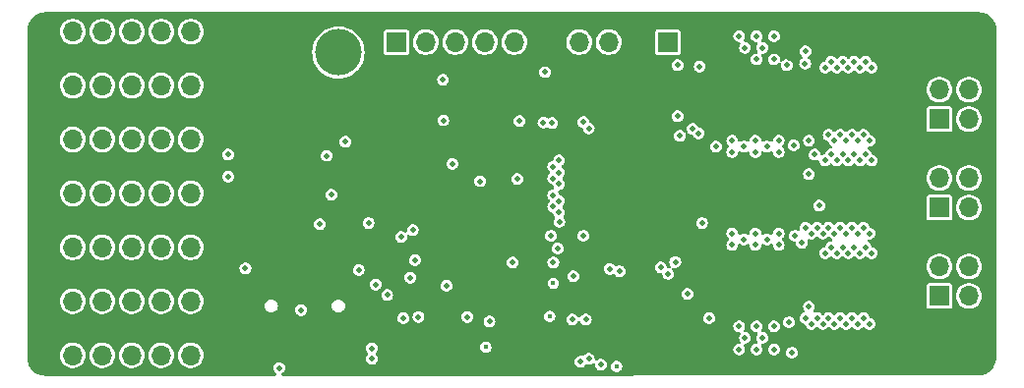
<source format=gbr>
%TF.GenerationSoftware,KiCad,Pcbnew,7.0.7*%
%TF.CreationDate,2023-10-21T19:04:04-04:00*%
%TF.ProjectId,xESC2,78455343-322e-46b6-9963-61645f706362,rev?*%
%TF.SameCoordinates,Original*%
%TF.FileFunction,Copper,L2,Inr*%
%TF.FilePolarity,Positive*%
%FSLAX46Y46*%
G04 Gerber Fmt 4.6, Leading zero omitted, Abs format (unit mm)*
G04 Created by KiCad (PCBNEW 7.0.7) date 2023-10-21 19:04:04*
%MOMM*%
%LPD*%
G01*
G04 APERTURE LIST*
%TA.AperFunction,ComponentPad*%
%ADD10C,2.600000*%
%TD*%
%TA.AperFunction,ComponentPad*%
%ADD11R,1.700000X1.700000*%
%TD*%
%TA.AperFunction,ComponentPad*%
%ADD12O,1.700000X1.700000*%
%TD*%
%TA.AperFunction,ComponentPad*%
%ADD13R,3.800000X3.800000*%
%TD*%
%TA.AperFunction,ComponentPad*%
%ADD14C,4.000000*%
%TD*%
%TA.AperFunction,ComponentPad*%
%ADD15O,1.000000X2.100000*%
%TD*%
%TA.AperFunction,ComponentPad*%
%ADD16O,1.000000X1.800000*%
%TD*%
%TA.AperFunction,ComponentPad*%
%ADD17C,0.600000*%
%TD*%
%TA.AperFunction,ViaPad*%
%ADD18C,0.450000*%
%TD*%
%TA.AperFunction,ViaPad*%
%ADD19C,0.500000*%
%TD*%
G04 APERTURE END LIST*
D10*
%TO.N,GND*%
%TO.C,H4*%
X277050000Y-132050000D03*
%TD*%
%TO.N,GND*%
%TO.C,H3*%
X277050000Y-104950000D03*
%TD*%
%TO.N,GND*%
%TO.C,H2*%
X214300000Y-110350000D03*
%TD*%
D11*
%TO.N,GND*%
%TO.C,J10*%
X197090000Y-113800000D03*
D12*
%TO.N,/MCU/SPI_MISO*%
X199630000Y-113800000D03*
%TO.N,/MCU/SPI_CLK*%
X202170000Y-113800000D03*
%TO.N,/MCU/SPI_CS3*%
X204710000Y-113800000D03*
%TO.N,+3V3*%
X207250000Y-113800000D03*
%TO.N,/MCU/SPI_CS5*%
X209790000Y-113800000D03*
%TD*%
D11*
%TO.N,GND*%
%TO.C,J9*%
X197090000Y-118450000D03*
D12*
%TO.N,/MCU/SPI_MISO*%
X199630000Y-118450000D03*
%TO.N,/MCU/SPI_CLK*%
X202170000Y-118450000D03*
%TO.N,/MCU/SPI_CS3*%
X204710000Y-118450000D03*
%TO.N,+3V3*%
X207250000Y-118450000D03*
%TO.N,/MCU/SPI_CS4*%
X209790000Y-118450000D03*
%TD*%
D11*
%TO.N,GND*%
%TO.C,J4*%
X197090000Y-123100000D03*
D12*
%TO.N,/MCU/SPI_MISO*%
X199630000Y-123100000D03*
%TO.N,/MCU/SPI_CLK*%
X202170000Y-123100000D03*
%TO.N,/MCU/SPI_CS3*%
X204710000Y-123100000D03*
%TO.N,+3V3*%
X207250000Y-123100000D03*
%TO.N,/MCU/SPI_CS3*%
X209790000Y-123100000D03*
%TD*%
D11*
%TO.N,GND*%
%TO.C,J11*%
X197090000Y-109150000D03*
D12*
%TO.N,/MCU/SPI_MISO*%
X199630000Y-109150000D03*
%TO.N,/MCU/SPI_CLK*%
X202170000Y-109150000D03*
%TO.N,/MCU/SPI_CS3*%
X204710000Y-109150000D03*
%TO.N,+3V3*%
X207250000Y-109150000D03*
%TO.N,/MCU/SPI_CS3*%
X209790000Y-109150000D03*
%TD*%
D11*
%TO.N,GND*%
%TO.C,J3*%
X197090000Y-127750000D03*
D12*
%TO.N,/MCU/SPI_MISO*%
X199630000Y-127750000D03*
%TO.N,/MCU/SPI_CLK*%
X202170000Y-127750000D03*
%TO.N,/MCU/SPI_CS3*%
X204710000Y-127750000D03*
%TO.N,+3V3*%
X207250000Y-127750000D03*
%TO.N,/MCU/SPI_CS2*%
X209790000Y-127750000D03*
%TD*%
D11*
%TO.N,GND*%
%TO.C,J2*%
X197090000Y-132400000D03*
D12*
%TO.N,/MCU/SPI_MISO*%
X199630000Y-132400000D03*
%TO.N,/MCU/SPI_CLK*%
X202170000Y-132400000D03*
%TO.N,/MCU/SPI_CS3*%
X204710000Y-132400000D03*
%TO.N,+3V3*%
X207250000Y-132400000D03*
%TO.N,/MCU/SPI_CS1*%
X209790000Y-132400000D03*
%TD*%
D11*
%TO.N,GND*%
%TO.C,J12*%
X197090000Y-104500000D03*
D12*
%TO.N,/MCU/SPI_MISO*%
X199630000Y-104500000D03*
%TO.N,/MCU/SPI_CLK*%
X202170000Y-104500000D03*
%TO.N,/MCU/SPI_CS3*%
X204710000Y-104500000D03*
%TO.N,+3V3*%
X207250000Y-104500000D03*
%TO.N,/MCU/SPI_CS7*%
X209790000Y-104500000D03*
%TD*%
D11*
%TO.N,+5V*%
%TO.C,J1*%
X227480000Y-105400000D03*
D12*
%TO.N,/TEMP_MOTOR*%
X230020000Y-105400000D03*
%TO.N,/HALL1*%
X232560000Y-105400000D03*
%TO.N,/HALL2*%
X235100000Y-105400000D03*
%TO.N,/HALL3*%
X237640000Y-105400000D03*
%TO.N,GND*%
X240180000Y-105400000D03*
%TD*%
D11*
%TO.N,/VM*%
%TO.C,J15*%
X250840000Y-105400000D03*
D12*
%TO.N,GND*%
X248300000Y-105400000D03*
%TO.N,Net-(J15-Pin_3)*%
X245760000Y-105400000D03*
%TO.N,Net-(J15-Pin_4)*%
X243220000Y-105400000D03*
%TD*%
D13*
%TO.N,GND*%
%TO.C,J13*%
X217500000Y-106300000D03*
D14*
%TO.N,/VM*%
X222500000Y-106300000D03*
%TD*%
D15*
%TO.N,GND*%
%TO.C,J14*%
X215290000Y-127650000D03*
D16*
X215290000Y-131830000D03*
D15*
X223930000Y-127650000D03*
D16*
X223930000Y-131830000D03*
%TD*%
D11*
%TO.N,Net-(J8-Pin_1)*%
%TO.C,J8*%
X274240000Y-112050000D03*
D12*
X276780000Y-112050000D03*
X274240000Y-109510000D03*
X276780000Y-109510000D03*
%TD*%
D11*
%TO.N,Net-(J7-Pin_1)*%
%TO.C,J7*%
X274240000Y-119670000D03*
D12*
X276780000Y-119670000D03*
X274240000Y-117130000D03*
X276780000Y-117130000D03*
%TD*%
D11*
%TO.N,Net-(J6-Pin_1)*%
%TO.C,J6*%
X274240000Y-127290000D03*
D12*
X276780000Y-127290000D03*
X274240000Y-124750000D03*
X276780000Y-124750000D03*
%TD*%
D17*
%TO.N,GND*%
%TO.C,IC2*%
X219830000Y-116285000D03*
X218430000Y-116285000D03*
%TD*%
D18*
%TO.N,+3V3*%
X246450000Y-133350000D03*
%TO.N,GND*%
X246400000Y-124050000D03*
X241900000Y-129350000D03*
X228350000Y-126600000D03*
X228350000Y-128050000D03*
X228350000Y-127350000D03*
X230350000Y-121150000D03*
X233800000Y-121150000D03*
X232250000Y-121150000D03*
%TO.N,/V_M_FILTERED*%
X241000000Y-126200000D03*
X240700000Y-129050000D03*
%TO.N,+3V3*%
X235200000Y-131700000D03*
%TO.N,GND*%
X244100000Y-115300000D03*
X244300000Y-121300000D03*
X240400000Y-115200000D03*
D19*
X272500000Y-114000000D03*
X274500000Y-115000000D03*
X275000000Y-114500000D03*
X274000000Y-114500000D03*
X273000000Y-114500000D03*
X272000000Y-114500000D03*
X272500000Y-115000000D03*
X274500000Y-114000000D03*
X271500000Y-114000000D03*
X273500000Y-114000000D03*
X273500000Y-115000000D03*
X271500000Y-115000000D03*
X271000000Y-114500000D03*
X269500000Y-115000000D03*
X270000000Y-122500000D03*
X269500000Y-123000000D03*
X270500000Y-115000000D03*
X269000000Y-122500000D03*
X271000000Y-122500000D03*
X270500000Y-114000000D03*
X269500000Y-122000000D03*
X270000000Y-114500000D03*
X270500000Y-122000000D03*
X270500000Y-123000000D03*
X274000000Y-122500000D03*
X261315000Y-106764980D03*
X271500000Y-123000000D03*
X274500000Y-123000000D03*
X275000000Y-122500000D03*
X261556308Y-115395181D03*
X273000000Y-122500000D03*
X257000000Y-106900000D03*
X263000000Y-111950000D03*
X272000000Y-122500000D03*
X263300000Y-123700000D03*
X272500000Y-122000000D03*
X219700000Y-118600000D03*
X273500000Y-122000000D03*
X260709490Y-127400000D03*
X273500000Y-123000000D03*
X263650000Y-106850000D03*
X232600000Y-108700000D03*
X254600000Y-107400000D03*
X255050000Y-122900000D03*
X254000000Y-131600000D03*
X254300000Y-115300000D03*
X260775000Y-119425000D03*
X271500000Y-122000000D03*
X274500000Y-122000000D03*
X229900000Y-108300000D03*
X272500000Y-123000000D03*
%TO.N,/Power/LSU*%
X254400000Y-129200000D03*
X252550000Y-127100000D03*
%TO.N,/Power/LSV*%
X253800000Y-121000000D03*
X250239939Y-124817009D03*
%TO.N,/Power/LSW*%
X250900000Y-125400000D03*
X253600000Y-107500000D03*
%TO.N,/Power/VOFS*%
X243600000Y-122100000D03*
X245850000Y-124950000D03*
%TO.N,EN*%
X228900000Y-121600000D03*
X233600000Y-129100000D03*
X228700000Y-125700000D03*
%TO.N,USB_D+*%
X225700000Y-126300000D03*
%TO.N,USB_D-*%
X226700000Y-127200000D03*
%TO.N,MCU_D-*%
X225400000Y-131800000D03*
%TO.N,MCU_D+*%
X225400000Y-132700000D03*
%TO.N,/Power/VOFS*%
X240800000Y-122100000D03*
%TO.N,+3V3*%
X237900000Y-117200000D03*
X223100000Y-114000000D03*
X234700000Y-117400000D03*
X220900000Y-121100000D03*
X241500000Y-115600000D03*
X231800000Y-126400000D03*
X240300000Y-108000000D03*
X221500000Y-115200000D03*
X231535000Y-112150000D03*
X255000000Y-114400000D03*
X213000000Y-115100000D03*
X263000000Y-116799998D03*
X213000000Y-117000000D03*
X214500000Y-124900000D03*
X261700000Y-114300000D03*
X232300000Y-115900000D03*
X245100000Y-133200000D03*
X229400000Y-129100000D03*
%TO.N,+5V*%
X228100000Y-129200000D03*
X235500000Y-129500000D03*
X238100000Y-112200000D03*
%TO.N,/PHASE_U_RAW*%
X267400000Y-123600000D03*
X268400000Y-123600000D03*
X264200000Y-129700000D03*
X262700000Y-129200000D03*
X263200000Y-129700000D03*
X267900000Y-123100000D03*
X266400000Y-123600000D03*
X264700000Y-129200000D03*
X265700000Y-129200000D03*
X266900000Y-123100000D03*
X265200000Y-129700000D03*
X263700000Y-129200000D03*
X265900000Y-123100000D03*
X264900000Y-123100000D03*
X266700000Y-129200000D03*
X266200000Y-129700000D03*
X267200000Y-129700000D03*
X268200000Y-129700000D03*
X267700000Y-129200000D03*
X265400000Y-123600000D03*
X264400000Y-123600000D03*
%TO.N,/PHASE_V_RAW*%
X267200000Y-121900000D03*
X262700000Y-121400000D03*
X266700000Y-121400000D03*
X267400000Y-115600000D03*
X266400000Y-115600000D03*
X265700000Y-121400000D03*
X265400000Y-115600000D03*
X267900000Y-115100000D03*
X264700000Y-121400000D03*
X266900000Y-115100000D03*
X265900000Y-115100000D03*
X263700000Y-121400000D03*
X268200000Y-121900000D03*
X267700000Y-121400000D03*
X264900000Y-115100000D03*
X268400000Y-115600000D03*
X265200000Y-121900000D03*
X263200000Y-121900000D03*
X266200000Y-121900000D03*
X264200000Y-121900000D03*
X264400000Y-115600000D03*
%TO.N,/PHASE_W_RAW*%
X265400000Y-107600000D03*
X264700000Y-113400000D03*
X266700000Y-113400000D03*
X267700000Y-113400000D03*
X265200000Y-113900000D03*
X266900000Y-107100000D03*
X268200000Y-113900000D03*
X265700000Y-113400000D03*
X264900000Y-107100000D03*
X266200000Y-113900000D03*
X267900000Y-107100000D03*
X268400000Y-107600000D03*
X267400000Y-107600000D03*
X267200000Y-113900000D03*
X266400000Y-107600000D03*
X265900000Y-107100000D03*
X264400000Y-107600000D03*
%TO.N,/CUR_U*%
X242725000Y-125575000D03*
%TO.N,/CUR_V*%
X241000000Y-124400000D03*
%TO.N,/CUR_W*%
X237500000Y-124400000D03*
%TO.N,/PHASE_U_FILTERED*%
X263000000Y-128200000D03*
%TO.N,/PHASE_V_FILTERED*%
X253000000Y-112900000D03*
X251700000Y-111800000D03*
X263900000Y-119500000D03*
%TO.N,/PHASE_W_FILTERED*%
X261100000Y-107400000D03*
%TO.N,VBUS*%
X219300000Y-128500000D03*
%TO.N,/MCU/WL*%
X241000000Y-116150000D03*
%TO.N,/MCU/WH*%
X241500000Y-116650000D03*
%TO.N,/MCU/VL*%
X241000000Y-117150000D03*
%TO.N,/MCU/VH*%
X241500000Y-117650000D03*
%TO.N,/MCU/UL*%
X241000000Y-118600000D03*
%TO.N,/MCU/UH*%
X241500000Y-119100001D03*
%TO.N,/MCU/DRV_ENABLE*%
X243600000Y-112300000D03*
%TO.N,Net-(Q1-G)*%
X261300000Y-129550000D03*
%TO.N,Net-(Q2-G)*%
X261550000Y-132175000D03*
%TO.N,/MCU/CAN_TX*%
X240900000Y-112400000D03*
%TO.N,/MCU/CAN_RX*%
X240150000Y-112350000D03*
%TO.N,Net-(Q3-G)*%
X261800000Y-122100000D03*
%TO.N,Net-(Q4-G)*%
X262400001Y-122700000D03*
%TO.N,Net-(Q5-G)*%
X262674996Y-107250000D03*
%TO.N,Net-(Q6-G)*%
X262700000Y-106200000D03*
%TO.N,/TEMP_MOTOR*%
X231500000Y-108643008D03*
%TO.N,/MCU/SPI_CS0*%
X229100000Y-124200000D03*
%TO.N,/MCU/SPI_CLK*%
X241515000Y-120900000D03*
%TO.N,/MCU/SPI_MISO*%
X243350000Y-132950000D03*
X241000000Y-119600000D03*
X242650000Y-129300000D03*
%TO.N,/VM*%
X258400000Y-122900000D03*
X256400000Y-121900000D03*
X260400000Y-122900000D03*
X258500000Y-131900000D03*
X260400000Y-121900000D03*
X259400000Y-122400000D03*
X257000000Y-131900000D03*
X258500000Y-129900000D03*
X257400000Y-122400000D03*
X256400000Y-122900000D03*
X258400000Y-121900000D03*
X257000000Y-129900000D03*
X260000000Y-131900000D03*
X260000000Y-129900000D03*
X260400000Y-114900000D03*
X258400000Y-113900000D03*
X256400000Y-114900000D03*
X258500000Y-104900000D03*
X260000000Y-106900000D03*
X259000000Y-105900000D03*
X260400000Y-113900000D03*
X257500000Y-130900000D03*
X258400000Y-114900000D03*
X257400000Y-114400000D03*
X259000000Y-130900000D03*
X258500000Y-106900000D03*
X259400000Y-114400000D03*
X256400000Y-113900000D03*
X257500000Y-105900000D03*
X257000000Y-104902010D03*
X260000000Y-104900000D03*
X251700000Y-107400000D03*
%TO.N,/PCB_TEMP*%
X263500000Y-115100000D03*
X263000000Y-113900000D03*
X251900000Y-113500000D03*
X253515709Y-113260996D03*
%TO.N,/Power/FAULT*%
X251500000Y-124350000D03*
X244050000Y-112850000D03*
%TO.N,Net-(IC3-DOUT)*%
X221900000Y-118550000D03*
%TO.N,/MCU/IO2*%
X246700000Y-125150000D03*
X241400000Y-123200000D03*
X227900000Y-122200000D03*
%TO.N,BOOT*%
X225100000Y-121000000D03*
X224250000Y-125050000D03*
%TO.N,/MCU/SPI_CS3*%
X217400000Y-133500000D03*
X244050000Y-132700000D03*
X243800000Y-129300000D03*
X241500000Y-120100000D03*
%TD*%
%TA.AperFunction,Conductor*%
%TO.N,GND*%
G36*
X277602244Y-102825661D02*
G01*
X277683963Y-102831505D01*
X277815093Y-102840883D01*
X277832866Y-102843438D01*
X278034790Y-102887364D01*
X278052022Y-102892423D01*
X278245633Y-102964637D01*
X278261980Y-102972103D01*
X278443332Y-103071129D01*
X278458455Y-103080848D01*
X278623866Y-103204673D01*
X278637452Y-103216446D01*
X278783553Y-103362547D01*
X278795326Y-103376133D01*
X278919151Y-103541544D01*
X278928870Y-103556667D01*
X279027896Y-103738019D01*
X279035365Y-103754372D01*
X279095673Y-103916065D01*
X279107572Y-103947966D01*
X279112637Y-103965216D01*
X279156559Y-104167122D01*
X279159117Y-104184917D01*
X279174336Y-104397719D01*
X279174496Y-104402285D01*
X279143156Y-132542898D01*
X279143129Y-132543094D01*
X279143129Y-132566375D01*
X279142968Y-132570872D01*
X279127741Y-132783716D01*
X279125182Y-132801508D01*
X279081259Y-133003410D01*
X279076194Y-133020659D01*
X279003987Y-133214249D01*
X278996519Y-133230602D01*
X278897493Y-133411951D01*
X278887776Y-133427071D01*
X278843309Y-133486473D01*
X278763946Y-133592488D01*
X278752173Y-133606073D01*
X278606073Y-133752173D01*
X278592486Y-133763946D01*
X278430519Y-133885196D01*
X278427075Y-133887774D01*
X278411951Y-133897493D01*
X278230602Y-133996519D01*
X278214249Y-134003987D01*
X278020659Y-134076194D01*
X278003410Y-134081259D01*
X277801508Y-134125182D01*
X277783715Y-134127741D01*
X277570859Y-134142968D01*
X277566362Y-134143129D01*
X277543300Y-134143129D01*
X277543229Y-134143138D01*
X217725198Y-134166516D01*
X217657070Y-134146541D01*
X217610556Y-134092903D01*
X217600424Y-134022633D01*
X217629892Y-133958041D01*
X217657029Y-133934518D01*
X217703577Y-133904603D01*
X217733773Y-133885197D01*
X217733774Y-133885197D01*
X217744149Y-133873224D01*
X217828777Y-133775558D01*
X217889042Y-133643596D01*
X217909688Y-133500000D01*
X217889042Y-133356404D01*
X217828777Y-133224442D01*
X217733775Y-133114804D01*
X217733774Y-133114803D01*
X217658224Y-133066250D01*
X217611732Y-133036371D01*
X217611731Y-133036370D01*
X217611730Y-133036370D01*
X217472536Y-132995500D01*
X217327464Y-132995500D01*
X217188269Y-133036370D01*
X217188266Y-133036372D01*
X217066225Y-133114803D01*
X216971223Y-133224441D01*
X216910958Y-133356403D01*
X216890312Y-133499999D01*
X216910958Y-133643596D01*
X216971223Y-133775558D01*
X217066225Y-133885196D01*
X217143366Y-133934772D01*
X217189859Y-133988428D01*
X217199962Y-134058702D01*
X217170469Y-134123283D01*
X217110743Y-134161666D01*
X217075294Y-134166770D01*
X197302265Y-134174498D01*
X197297744Y-134174337D01*
X197084917Y-134159116D01*
X197067123Y-134156558D01*
X196865217Y-134112636D01*
X196847969Y-134107571D01*
X196654373Y-134035364D01*
X196638020Y-134027895D01*
X196456668Y-133928869D01*
X196441545Y-133919150D01*
X196276133Y-133795325D01*
X196262547Y-133783552D01*
X196116447Y-133637452D01*
X196104674Y-133623866D01*
X196091354Y-133606073D01*
X196001829Y-133486480D01*
X195980849Y-133458454D01*
X195971130Y-133443331D01*
X195872104Y-133261979D01*
X195864638Y-133245632D01*
X195792424Y-133052021D01*
X195787365Y-133034789D01*
X195743439Y-132832865D01*
X195740884Y-132815094D01*
X195725659Y-132602209D01*
X195725501Y-132597778D01*
X195725501Y-132591714D01*
X195725501Y-132591713D01*
X195725501Y-132400004D01*
X198520768Y-132400004D01*
X198539654Y-132603819D01*
X198577369Y-132736372D01*
X198595672Y-132800701D01*
X198686912Y-132983935D01*
X198701619Y-133003410D01*
X198810266Y-133147284D01*
X198961536Y-133285185D01*
X199135566Y-133392940D01*
X199135568Y-133392940D01*
X199135573Y-133392944D01*
X199326444Y-133466888D01*
X199527653Y-133504500D01*
X199527655Y-133504500D01*
X199732345Y-133504500D01*
X199732347Y-133504500D01*
X199933556Y-133466888D01*
X200124427Y-133392944D01*
X200298462Y-133285186D01*
X200449732Y-133147285D01*
X200573088Y-132983935D01*
X200664328Y-132800701D01*
X200720345Y-132603821D01*
X200729792Y-132501877D01*
X200739232Y-132400004D01*
X201060768Y-132400004D01*
X201079654Y-132603819D01*
X201117369Y-132736372D01*
X201135672Y-132800701D01*
X201226912Y-132983935D01*
X201241619Y-133003410D01*
X201350266Y-133147284D01*
X201501536Y-133285185D01*
X201675566Y-133392940D01*
X201675568Y-133392940D01*
X201675573Y-133392944D01*
X201866444Y-133466888D01*
X202067653Y-133504500D01*
X202067655Y-133504500D01*
X202272345Y-133504500D01*
X202272347Y-133504500D01*
X202473556Y-133466888D01*
X202664427Y-133392944D01*
X202838462Y-133285186D01*
X202989732Y-133147285D01*
X203113088Y-132983935D01*
X203204328Y-132800701D01*
X203260345Y-132603821D01*
X203269792Y-132501877D01*
X203279232Y-132400004D01*
X203600768Y-132400004D01*
X203619654Y-132603819D01*
X203657369Y-132736372D01*
X203675672Y-132800701D01*
X203766912Y-132983935D01*
X203781619Y-133003410D01*
X203890266Y-133147284D01*
X204041536Y-133285185D01*
X204215566Y-133392940D01*
X204215568Y-133392940D01*
X204215573Y-133392944D01*
X204406444Y-133466888D01*
X204607653Y-133504500D01*
X204607655Y-133504500D01*
X204812345Y-133504500D01*
X204812347Y-133504500D01*
X205013556Y-133466888D01*
X205204427Y-133392944D01*
X205378462Y-133285186D01*
X205529732Y-133147285D01*
X205653088Y-132983935D01*
X205744328Y-132800701D01*
X205800345Y-132603821D01*
X205809792Y-132501877D01*
X205819232Y-132400004D01*
X206140768Y-132400004D01*
X206159654Y-132603819D01*
X206197369Y-132736372D01*
X206215672Y-132800701D01*
X206306912Y-132983935D01*
X206321619Y-133003410D01*
X206430266Y-133147284D01*
X206581536Y-133285185D01*
X206755566Y-133392940D01*
X206755568Y-133392940D01*
X206755573Y-133392944D01*
X206946444Y-133466888D01*
X207147653Y-133504500D01*
X207147655Y-133504500D01*
X207352345Y-133504500D01*
X207352347Y-133504500D01*
X207553556Y-133466888D01*
X207744427Y-133392944D01*
X207918462Y-133285186D01*
X208069732Y-133147285D01*
X208193088Y-132983935D01*
X208284328Y-132800701D01*
X208340345Y-132603821D01*
X208349792Y-132501877D01*
X208359232Y-132400004D01*
X208680768Y-132400004D01*
X208699654Y-132603819D01*
X208737369Y-132736372D01*
X208755672Y-132800701D01*
X208846912Y-132983935D01*
X208861619Y-133003410D01*
X208970266Y-133147284D01*
X209121536Y-133285185D01*
X209295566Y-133392940D01*
X209295568Y-133392940D01*
X209295573Y-133392944D01*
X209486444Y-133466888D01*
X209687653Y-133504500D01*
X209687655Y-133504500D01*
X209892345Y-133504500D01*
X209892347Y-133504500D01*
X210093556Y-133466888D01*
X210284427Y-133392944D01*
X210458462Y-133285186D01*
X210609732Y-133147285D01*
X210733088Y-132983935D01*
X210824328Y-132800701D01*
X210852980Y-132700000D01*
X224890312Y-132700000D01*
X224910958Y-132843596D01*
X224971223Y-132975558D01*
X225066225Y-133085196D01*
X225188268Y-133163629D01*
X225327464Y-133204500D01*
X225472536Y-133204500D01*
X225611732Y-133163629D01*
X225733775Y-133085196D01*
X225828777Y-132975558D01*
X225840449Y-132950000D01*
X242840312Y-132950000D01*
X242860958Y-133093596D01*
X242921223Y-133225558D01*
X243016225Y-133335196D01*
X243138268Y-133413629D01*
X243277464Y-133454500D01*
X243422536Y-133454500D01*
X243561732Y-133413629D01*
X243683775Y-133335196D01*
X243778777Y-133225558D01*
X243778778Y-133225555D01*
X243780593Y-133223461D01*
X243840319Y-133185077D01*
X243911314Y-133185077D01*
X243977464Y-133204500D01*
X243977465Y-133204500D01*
X244122536Y-133204500D01*
X244261732Y-133163629D01*
X244383775Y-133085196D01*
X244383775Y-133085195D01*
X244391356Y-133080324D01*
X244392163Y-133081581D01*
X244447817Y-133056156D01*
X244518092Y-133066250D01*
X244571754Y-133112735D01*
X244591766Y-133180853D01*
X244590485Y-133198795D01*
X244590312Y-133200000D01*
X244610958Y-133343596D01*
X244671223Y-133475558D01*
X244766225Y-133585196D01*
X244888268Y-133663629D01*
X245027464Y-133704500D01*
X245172536Y-133704500D01*
X245311732Y-133663629D01*
X245433775Y-133585196D01*
X245528777Y-133475558D01*
X245586116Y-133350003D01*
X245965569Y-133350003D01*
X245985190Y-133486473D01*
X245985192Y-133486480D01*
X246039808Y-133606073D01*
X246042471Y-133611903D01*
X246122706Y-133704500D01*
X246132766Y-133716110D01*
X246140310Y-133720958D01*
X246248760Y-133790654D01*
X246381058Y-133829500D01*
X246381061Y-133829500D01*
X246518939Y-133829500D01*
X246518942Y-133829500D01*
X246651240Y-133790654D01*
X246767235Y-133716109D01*
X246857529Y-133611903D01*
X246914808Y-133486480D01*
X246923349Y-133427075D01*
X246934431Y-133350003D01*
X246934431Y-133349996D01*
X246914809Y-133213526D01*
X246914808Y-133213525D01*
X246914808Y-133213520D01*
X246857529Y-133088097D01*
X246767235Y-132983891D01*
X246767234Y-132983890D01*
X246767233Y-132983889D01*
X246651240Y-132909346D01*
X246518947Y-132870501D01*
X246518944Y-132870500D01*
X246518942Y-132870500D01*
X246381058Y-132870500D01*
X246381056Y-132870500D01*
X246381052Y-132870501D01*
X246248759Y-132909346D01*
X246132766Y-132983889D01*
X246042470Y-133088098D01*
X245985192Y-133213519D01*
X245985190Y-133213526D01*
X245965569Y-133349996D01*
X245965569Y-133350003D01*
X245586116Y-133350003D01*
X245589042Y-133343596D01*
X245609688Y-133200000D01*
X245589042Y-133056404D01*
X245528777Y-132924442D01*
X245433775Y-132814804D01*
X245433774Y-132814803D01*
X245372753Y-132775587D01*
X245311732Y-132736371D01*
X245311731Y-132736370D01*
X245311730Y-132736370D01*
X245172536Y-132695500D01*
X245027464Y-132695500D01*
X244888269Y-132736370D01*
X244888266Y-132736372D01*
X244758644Y-132819676D01*
X244757837Y-132818421D01*
X244702161Y-132843846D01*
X244631887Y-132833740D01*
X244578233Y-132787246D01*
X244558233Y-132719124D01*
X244559515Y-132701202D01*
X244559688Y-132700000D01*
X244539042Y-132556404D01*
X244478777Y-132424442D01*
X244383775Y-132314804D01*
X244383774Y-132314803D01*
X244282939Y-132250000D01*
X244261732Y-132236371D01*
X244261731Y-132236370D01*
X244261730Y-132236370D01*
X244122536Y-132195500D01*
X243977464Y-132195500D01*
X243838269Y-132236370D01*
X243838266Y-132236372D01*
X243716225Y-132314803D01*
X243619405Y-132426539D01*
X243559679Y-132464922D01*
X243488683Y-132464922D01*
X243422536Y-132445500D01*
X243277464Y-132445500D01*
X243138269Y-132486370D01*
X243138266Y-132486372D01*
X243016225Y-132564803D01*
X242921223Y-132674441D01*
X242860958Y-132806403D01*
X242840829Y-132946407D01*
X242840312Y-132950000D01*
X225840449Y-132950000D01*
X225889042Y-132843596D01*
X225909688Y-132700000D01*
X225889042Y-132556404D01*
X225828777Y-132424442D01*
X225749117Y-132332510D01*
X225719626Y-132267933D01*
X225729729Y-132197659D01*
X225749116Y-132167491D01*
X225828777Y-132075558D01*
X225889042Y-131943596D01*
X225909688Y-131800000D01*
X225895311Y-131700003D01*
X234715569Y-131700003D01*
X234735190Y-131836473D01*
X234735192Y-131836480D01*
X234792471Y-131961903D01*
X234863258Y-132043596D01*
X234882766Y-132066110D01*
X234897468Y-132075558D01*
X234998760Y-132140654D01*
X235131058Y-132179500D01*
X235131061Y-132179500D01*
X235268939Y-132179500D01*
X235268942Y-132179500D01*
X235401240Y-132140654D01*
X235517235Y-132066109D01*
X235607529Y-131961903D01*
X235635799Y-131900000D01*
X256490312Y-131900000D01*
X256510958Y-132043596D01*
X256571223Y-132175558D01*
X256666225Y-132285196D01*
X256788268Y-132363629D01*
X256927464Y-132404500D01*
X257072536Y-132404500D01*
X257211732Y-132363629D01*
X257333775Y-132285196D01*
X257428777Y-132175558D01*
X257489042Y-132043596D01*
X257509688Y-131900000D01*
X257990312Y-131900000D01*
X258010958Y-132043596D01*
X258071223Y-132175558D01*
X258166225Y-132285196D01*
X258288268Y-132363629D01*
X258427464Y-132404500D01*
X258572536Y-132404500D01*
X258711732Y-132363629D01*
X258833775Y-132285196D01*
X258928777Y-132175558D01*
X258989042Y-132043596D01*
X259009688Y-131900000D01*
X259490312Y-131900000D01*
X259510958Y-132043596D01*
X259571223Y-132175558D01*
X259666225Y-132285196D01*
X259788268Y-132363629D01*
X259927464Y-132404500D01*
X260072536Y-132404500D01*
X260211732Y-132363629D01*
X260333775Y-132285196D01*
X260428777Y-132175558D01*
X260429032Y-132175000D01*
X261040312Y-132175000D01*
X261060958Y-132318596D01*
X261121223Y-132450558D01*
X261216225Y-132560196D01*
X261338268Y-132638629D01*
X261477464Y-132679500D01*
X261622536Y-132679500D01*
X261761732Y-132638629D01*
X261883775Y-132560196D01*
X261978777Y-132450558D01*
X262039042Y-132318596D01*
X262059688Y-132175000D01*
X262039042Y-132031404D01*
X261978777Y-131899442D01*
X261883775Y-131789804D01*
X261883774Y-131789803D01*
X261822753Y-131750587D01*
X261761732Y-131711371D01*
X261761731Y-131711370D01*
X261761730Y-131711370D01*
X261622536Y-131670500D01*
X261477464Y-131670500D01*
X261338269Y-131711370D01*
X261338266Y-131711372D01*
X261216225Y-131789803D01*
X261121223Y-131899441D01*
X261060958Y-132031403D01*
X261054610Y-132075558D01*
X261040312Y-132175000D01*
X260429032Y-132175000D01*
X260489042Y-132043596D01*
X260509688Y-131900000D01*
X260489042Y-131756404D01*
X260428777Y-131624442D01*
X260333775Y-131514804D01*
X260333774Y-131514803D01*
X260214419Y-131438098D01*
X260211732Y-131436371D01*
X260211731Y-131436370D01*
X260211730Y-131436370D01*
X260072536Y-131395500D01*
X259927464Y-131395500D01*
X259788269Y-131436370D01*
X259788266Y-131436372D01*
X259666225Y-131514803D01*
X259571223Y-131624441D01*
X259531524Y-131711371D01*
X259510958Y-131756404D01*
X259490312Y-131900000D01*
X259009688Y-131900000D01*
X258989042Y-131756404D01*
X258928777Y-131624442D01*
X258918873Y-131613012D01*
X258889380Y-131548431D01*
X258899484Y-131478158D01*
X258945977Y-131424502D01*
X259014098Y-131404500D01*
X259072536Y-131404500D01*
X259211732Y-131363629D01*
X259333775Y-131285196D01*
X259428777Y-131175558D01*
X259489042Y-131043596D01*
X259509688Y-130900000D01*
X259489042Y-130756404D01*
X259428777Y-130624442D01*
X259333775Y-130514804D01*
X259333774Y-130514803D01*
X259272753Y-130475587D01*
X259211732Y-130436371D01*
X259211731Y-130436370D01*
X259211730Y-130436370D01*
X259072536Y-130395500D01*
X259014098Y-130395500D01*
X258945977Y-130375498D01*
X258899484Y-130321842D01*
X258889380Y-130251568D01*
X258918873Y-130186988D01*
X258920276Y-130185367D01*
X258928777Y-130175558D01*
X258989042Y-130043596D01*
X259009688Y-129900000D01*
X259490312Y-129900000D01*
X259510958Y-130043596D01*
X259571223Y-130175558D01*
X259666225Y-130285196D01*
X259788268Y-130363629D01*
X259927464Y-130404500D01*
X260072536Y-130404500D01*
X260211732Y-130363629D01*
X260333775Y-130285196D01*
X260428777Y-130175558D01*
X260489042Y-130043596D01*
X260509688Y-129900000D01*
X260489042Y-129756404D01*
X260428777Y-129624442D01*
X260364273Y-129550000D01*
X260790312Y-129550000D01*
X260810958Y-129693596D01*
X260871223Y-129825558D01*
X260966225Y-129935196D01*
X261088268Y-130013629D01*
X261227464Y-130054500D01*
X261372536Y-130054500D01*
X261511732Y-130013629D01*
X261633775Y-129935196D01*
X261728777Y-129825558D01*
X261789042Y-129693596D01*
X261809688Y-129550000D01*
X261789042Y-129406404D01*
X261728777Y-129274442D01*
X261664273Y-129200000D01*
X262190312Y-129200000D01*
X262210958Y-129343596D01*
X262271223Y-129475558D01*
X262366225Y-129585196D01*
X262488268Y-129663629D01*
X262616062Y-129701152D01*
X262675788Y-129739535D01*
X262705281Y-129804116D01*
X262710956Y-129843589D01*
X262710958Y-129843596D01*
X262771223Y-129975558D01*
X262866225Y-130085196D01*
X262988268Y-130163629D01*
X263127464Y-130204500D01*
X263272536Y-130204500D01*
X263411732Y-130163629D01*
X263533775Y-130085196D01*
X263604776Y-130003256D01*
X263664501Y-129964873D01*
X263735498Y-129964873D01*
X263795222Y-130003255D01*
X263866225Y-130085196D01*
X263988268Y-130163629D01*
X264127464Y-130204500D01*
X264272536Y-130204500D01*
X264411732Y-130163629D01*
X264533775Y-130085196D01*
X264604776Y-130003256D01*
X264664501Y-129964873D01*
X264735498Y-129964873D01*
X264795222Y-130003255D01*
X264866225Y-130085196D01*
X264988268Y-130163629D01*
X265127464Y-130204500D01*
X265272536Y-130204500D01*
X265411732Y-130163629D01*
X265533775Y-130085196D01*
X265604776Y-130003256D01*
X265664501Y-129964873D01*
X265735498Y-129964873D01*
X265795222Y-130003255D01*
X265866225Y-130085196D01*
X265988268Y-130163629D01*
X266127464Y-130204500D01*
X266272536Y-130204500D01*
X266411732Y-130163629D01*
X266533775Y-130085196D01*
X266604776Y-130003256D01*
X266664501Y-129964873D01*
X266735498Y-129964873D01*
X266795222Y-130003255D01*
X266866225Y-130085196D01*
X266988268Y-130163629D01*
X267127464Y-130204500D01*
X267272536Y-130204500D01*
X267411732Y-130163629D01*
X267533775Y-130085196D01*
X267604776Y-130003256D01*
X267664501Y-129964873D01*
X267735498Y-129964873D01*
X267795222Y-130003255D01*
X267866225Y-130085196D01*
X267988268Y-130163629D01*
X268127464Y-130204500D01*
X268272536Y-130204500D01*
X268411732Y-130163629D01*
X268533775Y-130085196D01*
X268628777Y-129975558D01*
X268689042Y-129843596D01*
X268709688Y-129700000D01*
X268689042Y-129556404D01*
X268628777Y-129424442D01*
X268533775Y-129314804D01*
X268533774Y-129314803D01*
X268422974Y-129243596D01*
X268411732Y-129236371D01*
X268411729Y-129236370D01*
X268283937Y-129198847D01*
X268224211Y-129160463D01*
X268194718Y-129095886D01*
X268189042Y-129056404D01*
X268128777Y-128924442D01*
X268033775Y-128814804D01*
X268033774Y-128814803D01*
X267921961Y-128742945D01*
X267911732Y-128736371D01*
X267911731Y-128736370D01*
X267911730Y-128736370D01*
X267772536Y-128695500D01*
X267627464Y-128695500D01*
X267488269Y-128736370D01*
X267488266Y-128736372D01*
X267366225Y-128814803D01*
X267295224Y-128896743D01*
X267235498Y-128935126D01*
X267164501Y-128935126D01*
X267104776Y-128896743D01*
X267042126Y-128824442D01*
X267033775Y-128814804D01*
X267033774Y-128814803D01*
X266921961Y-128742945D01*
X266911732Y-128736371D01*
X266911731Y-128736370D01*
X266911730Y-128736370D01*
X266772536Y-128695500D01*
X266627464Y-128695500D01*
X266488269Y-128736370D01*
X266488266Y-128736372D01*
X266366225Y-128814803D01*
X266295224Y-128896743D01*
X266235498Y-128935126D01*
X266164501Y-128935126D01*
X266104776Y-128896743D01*
X266042126Y-128824442D01*
X266033775Y-128814804D01*
X266033774Y-128814803D01*
X265921961Y-128742945D01*
X265911732Y-128736371D01*
X265911731Y-128736370D01*
X265911730Y-128736370D01*
X265772536Y-128695500D01*
X265627464Y-128695500D01*
X265488269Y-128736370D01*
X265488266Y-128736372D01*
X265366225Y-128814803D01*
X265295224Y-128896743D01*
X265235498Y-128935126D01*
X265164501Y-128935126D01*
X265104776Y-128896743D01*
X265042126Y-128824442D01*
X265033775Y-128814804D01*
X265033774Y-128814803D01*
X264921961Y-128742945D01*
X264911732Y-128736371D01*
X264911731Y-128736370D01*
X264911730Y-128736370D01*
X264772536Y-128695500D01*
X264627464Y-128695500D01*
X264488269Y-128736370D01*
X264488266Y-128736372D01*
X264366225Y-128814803D01*
X264295224Y-128896743D01*
X264235498Y-128935126D01*
X264164501Y-128935126D01*
X264104776Y-128896743D01*
X264042126Y-128824442D01*
X264033775Y-128814804D01*
X264033774Y-128814803D01*
X263921961Y-128742945D01*
X263911732Y-128736371D01*
X263911731Y-128736370D01*
X263911730Y-128736370D01*
X263772536Y-128695500D01*
X263627464Y-128695500D01*
X263561723Y-128714803D01*
X263517090Y-128727908D01*
X263446093Y-128727907D01*
X263386368Y-128689522D01*
X263356875Y-128624941D01*
X263366980Y-128554667D01*
X263386366Y-128524501D01*
X263428777Y-128475558D01*
X263489042Y-128343596D01*
X263509688Y-128200000D01*
X263504665Y-128165063D01*
X273135500Y-128165063D01*
X273135501Y-128165073D01*
X273150265Y-128239300D01*
X273206516Y-128323484D01*
X273290697Y-128379733D01*
X273290699Y-128379734D01*
X273364933Y-128394500D01*
X275115066Y-128394499D01*
X275115069Y-128394498D01*
X275115073Y-128394498D01*
X275164326Y-128384701D01*
X275189301Y-128379734D01*
X275273484Y-128323484D01*
X275329734Y-128239301D01*
X275344500Y-128165067D01*
X275344500Y-127290004D01*
X275670768Y-127290004D01*
X275689654Y-127493819D01*
X275733324Y-127647302D01*
X275745672Y-127690701D01*
X275836912Y-127873935D01*
X275836913Y-127873936D01*
X275960266Y-128037284D01*
X276111536Y-128175185D01*
X276285566Y-128282940D01*
X276285568Y-128282940D01*
X276285573Y-128282944D01*
X276476444Y-128356888D01*
X276677653Y-128394500D01*
X276677655Y-128394500D01*
X276882345Y-128394500D01*
X276882347Y-128394500D01*
X277083556Y-128356888D01*
X277274427Y-128282944D01*
X277448462Y-128175186D01*
X277599732Y-128037285D01*
X277600422Y-128036372D01*
X277628066Y-127999764D01*
X277723088Y-127873935D01*
X277814328Y-127690701D01*
X277870345Y-127493821D01*
X277889232Y-127290000D01*
X277877747Y-127166063D01*
X277870345Y-127086180D01*
X277861873Y-127056403D01*
X277814328Y-126889299D01*
X277723088Y-126706065D01*
X277673691Y-126640653D01*
X277599733Y-126542715D01*
X277448463Y-126404814D01*
X277274433Y-126297059D01*
X277274428Y-126297057D01*
X277274427Y-126297056D01*
X277274422Y-126297054D01*
X277083559Y-126223113D01*
X277083560Y-126223113D01*
X277083557Y-126223112D01*
X277083556Y-126223112D01*
X276882347Y-126185500D01*
X276677653Y-126185500D01*
X276476444Y-126223112D01*
X276476439Y-126223113D01*
X276285577Y-126297054D01*
X276285566Y-126297059D01*
X276111536Y-126404814D01*
X275960266Y-126542715D01*
X275836913Y-126706063D01*
X275745671Y-126889301D01*
X275689654Y-127086180D01*
X275670768Y-127289995D01*
X275670768Y-127290004D01*
X275344500Y-127290004D01*
X275344499Y-126414934D01*
X275344498Y-126414930D01*
X275344498Y-126414926D01*
X275329734Y-126340699D01*
X275273483Y-126256515D01*
X275189302Y-126200266D01*
X275115067Y-126185500D01*
X273364936Y-126185500D01*
X273364926Y-126185501D01*
X273290699Y-126200265D01*
X273206515Y-126256516D01*
X273150266Y-126340697D01*
X273135500Y-126414930D01*
X273135500Y-128165063D01*
X263504665Y-128165063D01*
X263489042Y-128056404D01*
X263428777Y-127924442D01*
X263333775Y-127814804D01*
X263333774Y-127814803D01*
X263216675Y-127739548D01*
X263211732Y-127736371D01*
X263211731Y-127736370D01*
X263211730Y-127736370D01*
X263072536Y-127695500D01*
X262927464Y-127695500D01*
X262788269Y-127736370D01*
X262788266Y-127736372D01*
X262666225Y-127814803D01*
X262571223Y-127924441D01*
X262510958Y-128056403D01*
X262490312Y-128200000D01*
X262510958Y-128343596D01*
X262571223Y-128475558D01*
X262606164Y-128515883D01*
X262635657Y-128580464D01*
X262625552Y-128650738D01*
X262579059Y-128704394D01*
X262546437Y-128719291D01*
X262488270Y-128736370D01*
X262488266Y-128736372D01*
X262366225Y-128814803D01*
X262271223Y-128924441D01*
X262210958Y-129056403D01*
X262206649Y-129086371D01*
X262190312Y-129200000D01*
X261664273Y-129200000D01*
X261633775Y-129164804D01*
X261633774Y-129164803D01*
X261555974Y-129114804D01*
X261511732Y-129086371D01*
X261511731Y-129086370D01*
X261511730Y-129086370D01*
X261372536Y-129045500D01*
X261227464Y-129045500D01*
X261088269Y-129086370D01*
X261088266Y-129086372D01*
X260966225Y-129164803D01*
X260871223Y-129274441D01*
X260810958Y-129406403D01*
X260801015Y-129475558D01*
X260790312Y-129550000D01*
X260364273Y-129550000D01*
X260333775Y-129514804D01*
X260333774Y-129514803D01*
X260222974Y-129443596D01*
X260211732Y-129436371D01*
X260211731Y-129436370D01*
X260211730Y-129436370D01*
X260072536Y-129395500D01*
X259927464Y-129395500D01*
X259788269Y-129436370D01*
X259788266Y-129436372D01*
X259666225Y-129514803D01*
X259571223Y-129624441D01*
X259518662Y-129739535D01*
X259510958Y-129756404D01*
X259490312Y-129900000D01*
X259009688Y-129900000D01*
X258989042Y-129756404D01*
X258928777Y-129624442D01*
X258833775Y-129514804D01*
X258833774Y-129514803D01*
X258722974Y-129443596D01*
X258711732Y-129436371D01*
X258711731Y-129436370D01*
X258711730Y-129436370D01*
X258572536Y-129395500D01*
X258427464Y-129395500D01*
X258288269Y-129436370D01*
X258288266Y-129436372D01*
X258166225Y-129514803D01*
X258071223Y-129624441D01*
X258018662Y-129739535D01*
X258010958Y-129756404D01*
X257990312Y-129900000D01*
X258010958Y-130043596D01*
X258071223Y-130175558D01*
X258166225Y-130285196D01*
X258288268Y-130363629D01*
X258427464Y-130404500D01*
X258485902Y-130404500D01*
X258554023Y-130424502D01*
X258600516Y-130478158D01*
X258610620Y-130548432D01*
X258581127Y-130613012D01*
X258571223Y-130624441D01*
X258510958Y-130756403D01*
X258490312Y-130899999D01*
X258510958Y-131043596D01*
X258571223Y-131175558D01*
X258581127Y-131186988D01*
X258610620Y-131251569D01*
X258600516Y-131321842D01*
X258554023Y-131375498D01*
X258485902Y-131395500D01*
X258427464Y-131395500D01*
X258288269Y-131436370D01*
X258288266Y-131436372D01*
X258166225Y-131514803D01*
X258071223Y-131624441D01*
X258031524Y-131711371D01*
X258010958Y-131756404D01*
X257990312Y-131900000D01*
X257509688Y-131900000D01*
X257489042Y-131756404D01*
X257428777Y-131624442D01*
X257418873Y-131613012D01*
X257389380Y-131548431D01*
X257399484Y-131478158D01*
X257445977Y-131424502D01*
X257514098Y-131404500D01*
X257572536Y-131404500D01*
X257711732Y-131363629D01*
X257833775Y-131285196D01*
X257928777Y-131175558D01*
X257989042Y-131043596D01*
X258009688Y-130900000D01*
X257989042Y-130756404D01*
X257928777Y-130624442D01*
X257833775Y-130514804D01*
X257833774Y-130514803D01*
X257772753Y-130475587D01*
X257711732Y-130436371D01*
X257711731Y-130436370D01*
X257711730Y-130436370D01*
X257572536Y-130395500D01*
X257514098Y-130395500D01*
X257445977Y-130375498D01*
X257399484Y-130321842D01*
X257389380Y-130251568D01*
X257418873Y-130186988D01*
X257420276Y-130185367D01*
X257428777Y-130175558D01*
X257489042Y-130043596D01*
X257509688Y-129900000D01*
X257489042Y-129756404D01*
X257428777Y-129624442D01*
X257333775Y-129514804D01*
X257333774Y-129514803D01*
X257222974Y-129443596D01*
X257211732Y-129436371D01*
X257211731Y-129436370D01*
X257211730Y-129436370D01*
X257072536Y-129395500D01*
X256927464Y-129395500D01*
X256788269Y-129436370D01*
X256788266Y-129436372D01*
X256666225Y-129514803D01*
X256571223Y-129624441D01*
X256518662Y-129739535D01*
X256510958Y-129756404D01*
X256490312Y-129900000D01*
X256510958Y-130043596D01*
X256571223Y-130175558D01*
X256666225Y-130285196D01*
X256788268Y-130363629D01*
X256927464Y-130404500D01*
X256985902Y-130404500D01*
X257054023Y-130424502D01*
X257100516Y-130478158D01*
X257110620Y-130548432D01*
X257081127Y-130613012D01*
X257071223Y-130624441D01*
X257010958Y-130756403D01*
X256990312Y-130900000D01*
X257010958Y-131043596D01*
X257071223Y-131175558D01*
X257081127Y-131186988D01*
X257110620Y-131251569D01*
X257100516Y-131321842D01*
X257054023Y-131375498D01*
X256985902Y-131395500D01*
X256927464Y-131395500D01*
X256788269Y-131436370D01*
X256788266Y-131436372D01*
X256666225Y-131514803D01*
X256571223Y-131624441D01*
X256531524Y-131711371D01*
X256510958Y-131756404D01*
X256490312Y-131900000D01*
X235635799Y-131900000D01*
X235664808Y-131836480D01*
X235671519Y-131789803D01*
X235684431Y-131700003D01*
X235684431Y-131699996D01*
X235664809Y-131563524D01*
X235664808Y-131563522D01*
X235664808Y-131563520D01*
X235607529Y-131438097D01*
X235517235Y-131333891D01*
X235517234Y-131333890D01*
X235517233Y-131333889D01*
X235401240Y-131259346D01*
X235268947Y-131220501D01*
X235268944Y-131220500D01*
X235268942Y-131220500D01*
X235131058Y-131220500D01*
X235131056Y-131220500D01*
X235131052Y-131220501D01*
X234998759Y-131259346D01*
X234882766Y-131333889D01*
X234792470Y-131438098D01*
X234735192Y-131563519D01*
X234735191Y-131563524D01*
X234715569Y-131699996D01*
X234715569Y-131700003D01*
X225895311Y-131700003D01*
X225889042Y-131656404D01*
X225828777Y-131524442D01*
X225733775Y-131414804D01*
X225733774Y-131414803D01*
X225654143Y-131363627D01*
X225611732Y-131336371D01*
X225611731Y-131336370D01*
X225611730Y-131336370D01*
X225472536Y-131295500D01*
X225327464Y-131295500D01*
X225188269Y-131336370D01*
X225188266Y-131336372D01*
X225066225Y-131414803D01*
X224971223Y-131524441D01*
X224912643Y-131652715D01*
X224910958Y-131656404D01*
X224890312Y-131800000D01*
X224904610Y-131899442D01*
X224910958Y-131943596D01*
X224971223Y-132075558D01*
X225050880Y-132167487D01*
X225080373Y-132232068D01*
X225070270Y-132302342D01*
X225050880Y-132332513D01*
X224971223Y-132424441D01*
X224910958Y-132556403D01*
X224905884Y-132591697D01*
X224890312Y-132700000D01*
X210852980Y-132700000D01*
X210880345Y-132603821D01*
X210889792Y-132501877D01*
X210899232Y-132400004D01*
X210899232Y-132399995D01*
X210880345Y-132196180D01*
X210874319Y-132175000D01*
X210824328Y-131999299D01*
X210733088Y-131816065D01*
X210654027Y-131711371D01*
X210609733Y-131652715D01*
X210458463Y-131514814D01*
X210284433Y-131407059D01*
X210284428Y-131407057D01*
X210284427Y-131407056D01*
X210202967Y-131375498D01*
X210093559Y-131333113D01*
X210093560Y-131333113D01*
X210093557Y-131333112D01*
X210093556Y-131333112D01*
X209892347Y-131295500D01*
X209687653Y-131295500D01*
X209486444Y-131333112D01*
X209486439Y-131333113D01*
X209295577Y-131407054D01*
X209295566Y-131407059D01*
X209121536Y-131514814D01*
X208970266Y-131652715D01*
X208846913Y-131816063D01*
X208755671Y-131999301D01*
X208699654Y-132196180D01*
X208680768Y-132399995D01*
X208680768Y-132400004D01*
X208359232Y-132400004D01*
X208359232Y-132399995D01*
X208340345Y-132196180D01*
X208334319Y-132175000D01*
X208284328Y-131999299D01*
X208193088Y-131816065D01*
X208114027Y-131711371D01*
X208069733Y-131652715D01*
X207918463Y-131514814D01*
X207744433Y-131407059D01*
X207744428Y-131407057D01*
X207744427Y-131407056D01*
X207662967Y-131375498D01*
X207553559Y-131333113D01*
X207553560Y-131333113D01*
X207553557Y-131333112D01*
X207553556Y-131333112D01*
X207352347Y-131295500D01*
X207147653Y-131295500D01*
X206946444Y-131333112D01*
X206946439Y-131333113D01*
X206755577Y-131407054D01*
X206755566Y-131407059D01*
X206581536Y-131514814D01*
X206430266Y-131652715D01*
X206306913Y-131816063D01*
X206215671Y-131999301D01*
X206159654Y-132196180D01*
X206140768Y-132399995D01*
X206140768Y-132400004D01*
X205819232Y-132400004D01*
X205819232Y-132399995D01*
X205800345Y-132196180D01*
X205794319Y-132175000D01*
X205744328Y-131999299D01*
X205653088Y-131816065D01*
X205574027Y-131711371D01*
X205529733Y-131652715D01*
X205378463Y-131514814D01*
X205204433Y-131407059D01*
X205204428Y-131407057D01*
X205204427Y-131407056D01*
X205122967Y-131375498D01*
X205013559Y-131333113D01*
X205013560Y-131333113D01*
X205013557Y-131333112D01*
X205013556Y-131333112D01*
X204812347Y-131295500D01*
X204607653Y-131295500D01*
X204406444Y-131333112D01*
X204406439Y-131333113D01*
X204215577Y-131407054D01*
X204215566Y-131407059D01*
X204041536Y-131514814D01*
X203890266Y-131652715D01*
X203766913Y-131816063D01*
X203675671Y-131999301D01*
X203619654Y-132196180D01*
X203600768Y-132399995D01*
X203600768Y-132400004D01*
X203279232Y-132400004D01*
X203279232Y-132399995D01*
X203260345Y-132196180D01*
X203254319Y-132175000D01*
X203204328Y-131999299D01*
X203113088Y-131816065D01*
X203034027Y-131711371D01*
X202989733Y-131652715D01*
X202838463Y-131514814D01*
X202664433Y-131407059D01*
X202664428Y-131407057D01*
X202664427Y-131407056D01*
X202582967Y-131375498D01*
X202473559Y-131333113D01*
X202473560Y-131333113D01*
X202473557Y-131333112D01*
X202473556Y-131333112D01*
X202272347Y-131295500D01*
X202067653Y-131295500D01*
X201866444Y-131333112D01*
X201866439Y-131333113D01*
X201675577Y-131407054D01*
X201675566Y-131407059D01*
X201501536Y-131514814D01*
X201350266Y-131652715D01*
X201226913Y-131816063D01*
X201135671Y-131999301D01*
X201079654Y-132196180D01*
X201060768Y-132399995D01*
X201060768Y-132400004D01*
X200739232Y-132400004D01*
X200739232Y-132399995D01*
X200720345Y-132196180D01*
X200714319Y-132175000D01*
X200664328Y-131999299D01*
X200573088Y-131816065D01*
X200494027Y-131711371D01*
X200449733Y-131652715D01*
X200298463Y-131514814D01*
X200124433Y-131407059D01*
X200124428Y-131407057D01*
X200124427Y-131407056D01*
X200042967Y-131375498D01*
X199933559Y-131333113D01*
X199933560Y-131333113D01*
X199933557Y-131333112D01*
X199933556Y-131333112D01*
X199732347Y-131295500D01*
X199527653Y-131295500D01*
X199326444Y-131333112D01*
X199326439Y-131333113D01*
X199135577Y-131407054D01*
X199135566Y-131407059D01*
X198961536Y-131514814D01*
X198810266Y-131652715D01*
X198686913Y-131816063D01*
X198595671Y-131999301D01*
X198539654Y-132196180D01*
X198520768Y-132399995D01*
X198520768Y-132400004D01*
X195725501Y-132400004D01*
X195725501Y-129200000D01*
X227590312Y-129200000D01*
X227610958Y-129343596D01*
X227671223Y-129475558D01*
X227766225Y-129585196D01*
X227888268Y-129663629D01*
X228027464Y-129704500D01*
X228172536Y-129704500D01*
X228311732Y-129663629D01*
X228433775Y-129585196D01*
X228528777Y-129475558D01*
X228589042Y-129343596D01*
X228609688Y-129200000D01*
X228595310Y-129100000D01*
X228890312Y-129100000D01*
X228910958Y-129243596D01*
X228971223Y-129375558D01*
X229066225Y-129485196D01*
X229188268Y-129563629D01*
X229327464Y-129604500D01*
X229472536Y-129604500D01*
X229611732Y-129563629D01*
X229733775Y-129485196D01*
X229828777Y-129375558D01*
X229889042Y-129243596D01*
X229909688Y-129100000D01*
X233090312Y-129100000D01*
X233110958Y-129243596D01*
X233171223Y-129375558D01*
X233266225Y-129485196D01*
X233388268Y-129563629D01*
X233527464Y-129604500D01*
X233672536Y-129604500D01*
X233811732Y-129563629D01*
X233910740Y-129500000D01*
X234990312Y-129500000D01*
X235010958Y-129643596D01*
X235071223Y-129775558D01*
X235166225Y-129885196D01*
X235288268Y-129963629D01*
X235427464Y-130004500D01*
X235572536Y-130004500D01*
X235711732Y-129963629D01*
X235833775Y-129885196D01*
X235928777Y-129775558D01*
X235989042Y-129643596D01*
X236009688Y-129500000D01*
X235989042Y-129356404D01*
X235928777Y-129224442D01*
X235833775Y-129114804D01*
X235833774Y-129114803D01*
X235772753Y-129075587D01*
X235732944Y-129050003D01*
X240215569Y-129050003D01*
X240235190Y-129186473D01*
X240235192Y-129186480D01*
X240292471Y-129311903D01*
X240374355Y-129406403D01*
X240382766Y-129416110D01*
X240395731Y-129424442D01*
X240498760Y-129490654D01*
X240631058Y-129529500D01*
X240631061Y-129529500D01*
X240768939Y-129529500D01*
X240768942Y-129529500D01*
X240901240Y-129490654D01*
X241017235Y-129416109D01*
X241107529Y-129311903D01*
X241112965Y-129300000D01*
X242140312Y-129300000D01*
X242160958Y-129443596D01*
X242221223Y-129575558D01*
X242316225Y-129685196D01*
X242438268Y-129763629D01*
X242577464Y-129804500D01*
X242722536Y-129804500D01*
X242861732Y-129763629D01*
X242983775Y-129685196D01*
X243078777Y-129575558D01*
X243110386Y-129506341D01*
X243156879Y-129452687D01*
X243225000Y-129432685D01*
X243293120Y-129452687D01*
X243339613Y-129506342D01*
X243371223Y-129575558D01*
X243466225Y-129685196D01*
X243588268Y-129763629D01*
X243727464Y-129804500D01*
X243872536Y-129804500D01*
X244011732Y-129763629D01*
X244133775Y-129685196D01*
X244228777Y-129575558D01*
X244289042Y-129443596D01*
X244309688Y-129300000D01*
X244295310Y-129200000D01*
X253890312Y-129200000D01*
X253910958Y-129343596D01*
X253971223Y-129475558D01*
X254066225Y-129585196D01*
X254188268Y-129663629D01*
X254327464Y-129704500D01*
X254472536Y-129704500D01*
X254611732Y-129663629D01*
X254733775Y-129585196D01*
X254828777Y-129475558D01*
X254889042Y-129343596D01*
X254909688Y-129200000D01*
X254889042Y-129056404D01*
X254828777Y-128924442D01*
X254733775Y-128814804D01*
X254733774Y-128814803D01*
X254621961Y-128742945D01*
X254611732Y-128736371D01*
X254611731Y-128736370D01*
X254611730Y-128736370D01*
X254472536Y-128695500D01*
X254327464Y-128695500D01*
X254188269Y-128736370D01*
X254188266Y-128736372D01*
X254066225Y-128814803D01*
X253971223Y-128924441D01*
X253910958Y-129056403D01*
X253906649Y-129086371D01*
X253890312Y-129200000D01*
X244295310Y-129200000D01*
X244289042Y-129156404D01*
X244228777Y-129024442D01*
X244133775Y-128914804D01*
X244133774Y-128914803D01*
X244039941Y-128854500D01*
X244011732Y-128836371D01*
X244011731Y-128836370D01*
X244011730Y-128836370D01*
X243872536Y-128795500D01*
X243727464Y-128795500D01*
X243588269Y-128836370D01*
X243588266Y-128836372D01*
X243466225Y-128914803D01*
X243371223Y-129024441D01*
X243339614Y-129093656D01*
X243293121Y-129147312D01*
X243225000Y-129167314D01*
X243156879Y-129147312D01*
X243110386Y-129093656D01*
X243107059Y-129086370D01*
X243078777Y-129024442D01*
X242983775Y-128914804D01*
X242983774Y-128914803D01*
X242889941Y-128854500D01*
X242861732Y-128836371D01*
X242861731Y-128836370D01*
X242861730Y-128836370D01*
X242722536Y-128795500D01*
X242577464Y-128795500D01*
X242438269Y-128836370D01*
X242438266Y-128836372D01*
X242316225Y-128914803D01*
X242221223Y-129024441D01*
X242160958Y-129156403D01*
X242149461Y-129236370D01*
X242140312Y-129300000D01*
X241112965Y-129300000D01*
X241164808Y-129186480D01*
X241169132Y-129156404D01*
X241184431Y-129050003D01*
X241184431Y-129049996D01*
X241164809Y-128913526D01*
X241164808Y-128913525D01*
X241164808Y-128913520D01*
X241107529Y-128788097D01*
X241017235Y-128683891D01*
X241017234Y-128683890D01*
X241017233Y-128683889D01*
X240901240Y-128609346D01*
X240768947Y-128570501D01*
X240768944Y-128570500D01*
X240768942Y-128570500D01*
X240631058Y-128570500D01*
X240631056Y-128570500D01*
X240631052Y-128570501D01*
X240498759Y-128609346D01*
X240382766Y-128683889D01*
X240292470Y-128788098D01*
X240235192Y-128913519D01*
X240235190Y-128913526D01*
X240215569Y-129049996D01*
X240215569Y-129050003D01*
X235732944Y-129050003D01*
X235711732Y-129036371D01*
X235711731Y-129036370D01*
X235711730Y-129036370D01*
X235572536Y-128995500D01*
X235427464Y-128995500D01*
X235288269Y-129036370D01*
X235288266Y-129036372D01*
X235166225Y-129114803D01*
X235071223Y-129224441D01*
X235010958Y-129356403D01*
X235001176Y-129424441D01*
X234990312Y-129500000D01*
X233910740Y-129500000D01*
X233933775Y-129485196D01*
X234028777Y-129375558D01*
X234089042Y-129243596D01*
X234109688Y-129100000D01*
X234089042Y-128956404D01*
X234028777Y-128824442D01*
X233933775Y-128714804D01*
X233933774Y-128714803D01*
X233822974Y-128643596D01*
X233811732Y-128636371D01*
X233811731Y-128636370D01*
X233811730Y-128636370D01*
X233672536Y-128595500D01*
X233527464Y-128595500D01*
X233388269Y-128636370D01*
X233388266Y-128636372D01*
X233266225Y-128714803D01*
X233171223Y-128824441D01*
X233125555Y-128924442D01*
X233110958Y-128956404D01*
X233090312Y-129100000D01*
X229909688Y-129100000D01*
X229889042Y-128956404D01*
X229828777Y-128824442D01*
X229733775Y-128714804D01*
X229733774Y-128714803D01*
X229622974Y-128643596D01*
X229611732Y-128636371D01*
X229611731Y-128636370D01*
X229611730Y-128636370D01*
X229472536Y-128595500D01*
X229327464Y-128595500D01*
X229188269Y-128636370D01*
X229188266Y-128636372D01*
X229066225Y-128714803D01*
X228971223Y-128824441D01*
X228925555Y-128924442D01*
X228910958Y-128956404D01*
X228890312Y-129100000D01*
X228595310Y-129100000D01*
X228589042Y-129056404D01*
X228528777Y-128924442D01*
X228433775Y-128814804D01*
X228433774Y-128814803D01*
X228321961Y-128742945D01*
X228311732Y-128736371D01*
X228311731Y-128736370D01*
X228311730Y-128736370D01*
X228172536Y-128695500D01*
X228027464Y-128695500D01*
X227888269Y-128736370D01*
X227888266Y-128736372D01*
X227766225Y-128814803D01*
X227671223Y-128924441D01*
X227610958Y-129056403D01*
X227606649Y-129086371D01*
X227590312Y-129200000D01*
X195725501Y-129200000D01*
X195725501Y-127750004D01*
X198520768Y-127750004D01*
X198539654Y-127953819D01*
X198595671Y-128150698D01*
X198595672Y-128150701D01*
X198686912Y-128333935D01*
X198686913Y-128333936D01*
X198810266Y-128497284D01*
X198961536Y-128635185D01*
X199135566Y-128742940D01*
X199135568Y-128742940D01*
X199135573Y-128742944D01*
X199326444Y-128816888D01*
X199527653Y-128854500D01*
X199527655Y-128854500D01*
X199732345Y-128854500D01*
X199732347Y-128854500D01*
X199933556Y-128816888D01*
X200124427Y-128742944D01*
X200298462Y-128635186D01*
X200449732Y-128497285D01*
X200573088Y-128333935D01*
X200664328Y-128150701D01*
X200720345Y-127953821D01*
X200729060Y-127859768D01*
X200739232Y-127750004D01*
X201060768Y-127750004D01*
X201079654Y-127953819D01*
X201135671Y-128150698D01*
X201135672Y-128150701D01*
X201226912Y-128333935D01*
X201226913Y-128333936D01*
X201350266Y-128497284D01*
X201501536Y-128635185D01*
X201675566Y-128742940D01*
X201675568Y-128742940D01*
X201675573Y-128742944D01*
X201866444Y-128816888D01*
X202067653Y-128854500D01*
X202067655Y-128854500D01*
X202272345Y-128854500D01*
X202272347Y-128854500D01*
X202473556Y-128816888D01*
X202664427Y-128742944D01*
X202838462Y-128635186D01*
X202989732Y-128497285D01*
X203113088Y-128333935D01*
X203204328Y-128150701D01*
X203260345Y-127953821D01*
X203269060Y-127859768D01*
X203279232Y-127750004D01*
X203600768Y-127750004D01*
X203619654Y-127953819D01*
X203675671Y-128150698D01*
X203675672Y-128150701D01*
X203766912Y-128333935D01*
X203766913Y-128333936D01*
X203890266Y-128497284D01*
X204041536Y-128635185D01*
X204215566Y-128742940D01*
X204215568Y-128742940D01*
X204215573Y-128742944D01*
X204406444Y-128816888D01*
X204607653Y-128854500D01*
X204607655Y-128854500D01*
X204812345Y-128854500D01*
X204812347Y-128854500D01*
X205013556Y-128816888D01*
X205204427Y-128742944D01*
X205378462Y-128635186D01*
X205529732Y-128497285D01*
X205653088Y-128333935D01*
X205744328Y-128150701D01*
X205800345Y-127953821D01*
X205809060Y-127859768D01*
X205819232Y-127750004D01*
X206140768Y-127750004D01*
X206159654Y-127953819D01*
X206215671Y-128150698D01*
X206215672Y-128150701D01*
X206306912Y-128333935D01*
X206306913Y-128333936D01*
X206430266Y-128497284D01*
X206581536Y-128635185D01*
X206755566Y-128742940D01*
X206755568Y-128742940D01*
X206755573Y-128742944D01*
X206946444Y-128816888D01*
X207147653Y-128854500D01*
X207147655Y-128854500D01*
X207352345Y-128854500D01*
X207352347Y-128854500D01*
X207553556Y-128816888D01*
X207744427Y-128742944D01*
X207918462Y-128635186D01*
X208069732Y-128497285D01*
X208193088Y-128333935D01*
X208284328Y-128150701D01*
X208340345Y-127953821D01*
X208349060Y-127859768D01*
X208359232Y-127750004D01*
X208680768Y-127750004D01*
X208699654Y-127953819D01*
X208755671Y-128150698D01*
X208755672Y-128150701D01*
X208846912Y-128333935D01*
X208846913Y-128333936D01*
X208970266Y-128497284D01*
X209121536Y-128635185D01*
X209295566Y-128742940D01*
X209295568Y-128742940D01*
X209295573Y-128742944D01*
X209486444Y-128816888D01*
X209687653Y-128854500D01*
X209687655Y-128854500D01*
X209892345Y-128854500D01*
X209892347Y-128854500D01*
X210093556Y-128816888D01*
X210284427Y-128742944D01*
X210458462Y-128635186D01*
X210609732Y-128497285D01*
X210733088Y-128333935D01*
X210824328Y-128150701D01*
X210824527Y-128150000D01*
X216139533Y-128150000D01*
X216159312Y-128300234D01*
X216217301Y-128440231D01*
X216217306Y-128440239D01*
X216309548Y-128560451D01*
X216429760Y-128652693D01*
X216429767Y-128652698D01*
X216569764Y-128710687D01*
X216682280Y-128725500D01*
X216682287Y-128725500D01*
X216757713Y-128725500D01*
X216757720Y-128725500D01*
X216870236Y-128710687D01*
X217010233Y-128652698D01*
X217130451Y-128560451D01*
X217176837Y-128500000D01*
X218790312Y-128500000D01*
X218810958Y-128643596D01*
X218871223Y-128775558D01*
X218966225Y-128885196D01*
X219088268Y-128963629D01*
X219227464Y-129004500D01*
X219372536Y-129004500D01*
X219511732Y-128963629D01*
X219633775Y-128885196D01*
X219728777Y-128775558D01*
X219789042Y-128643596D01*
X219809688Y-128500000D01*
X219789042Y-128356404D01*
X219728777Y-128224442D01*
X219664273Y-128150000D01*
X221919533Y-128150000D01*
X221939312Y-128300234D01*
X221997301Y-128440231D01*
X221997306Y-128440239D01*
X222089548Y-128560451D01*
X222209760Y-128652693D01*
X222209767Y-128652698D01*
X222349764Y-128710687D01*
X222462280Y-128725500D01*
X222462287Y-128725500D01*
X222537713Y-128725500D01*
X222537720Y-128725500D01*
X222650236Y-128710687D01*
X222790233Y-128652698D01*
X222910451Y-128560451D01*
X223002698Y-128440233D01*
X223060687Y-128300236D01*
X223080466Y-128150000D01*
X223060687Y-127999764D01*
X223002698Y-127859767D01*
X223002693Y-127859760D01*
X222910451Y-127739548D01*
X222790239Y-127647306D01*
X222790231Y-127647301D01*
X222650234Y-127589312D01*
X222537722Y-127574500D01*
X222537720Y-127574500D01*
X222462280Y-127574500D01*
X222462277Y-127574500D01*
X222349765Y-127589312D01*
X222209768Y-127647301D01*
X222209760Y-127647306D01*
X222089548Y-127739548D01*
X221997306Y-127859760D01*
X221997301Y-127859768D01*
X221939312Y-127999765D01*
X221919533Y-128149999D01*
X221919533Y-128150000D01*
X219664273Y-128150000D01*
X219633775Y-128114804D01*
X219633774Y-128114803D01*
X219572753Y-128075587D01*
X219511732Y-128036371D01*
X219511731Y-128036370D01*
X219511730Y-128036370D01*
X219372536Y-127995500D01*
X219227464Y-127995500D01*
X219088269Y-128036370D01*
X219088266Y-128036372D01*
X218966225Y-128114803D01*
X218871223Y-128224441D01*
X218810958Y-128356403D01*
X218790702Y-128497285D01*
X218790312Y-128500000D01*
X217176837Y-128500000D01*
X217222698Y-128440233D01*
X217280687Y-128300236D01*
X217300466Y-128150000D01*
X217280687Y-127999764D01*
X217222698Y-127859767D01*
X217222693Y-127859760D01*
X217130451Y-127739548D01*
X217010239Y-127647306D01*
X217010231Y-127647301D01*
X216870234Y-127589312D01*
X216757722Y-127574500D01*
X216757720Y-127574500D01*
X216682280Y-127574500D01*
X216682277Y-127574500D01*
X216569765Y-127589312D01*
X216429768Y-127647301D01*
X216429760Y-127647306D01*
X216309548Y-127739548D01*
X216217306Y-127859760D01*
X216217301Y-127859768D01*
X216159312Y-127999765D01*
X216139533Y-128149999D01*
X216139533Y-128150000D01*
X210824527Y-128150000D01*
X210880345Y-127953821D01*
X210889060Y-127859768D01*
X210899232Y-127750004D01*
X210899232Y-127749995D01*
X210880345Y-127546180D01*
X210862994Y-127485196D01*
X210824328Y-127349299D01*
X210749986Y-127200000D01*
X226190312Y-127200000D01*
X226210958Y-127343596D01*
X226271223Y-127475558D01*
X226366225Y-127585196D01*
X226488268Y-127663629D01*
X226627464Y-127704500D01*
X226772536Y-127704500D01*
X226911732Y-127663629D01*
X227033775Y-127585196D01*
X227128777Y-127475558D01*
X227189042Y-127343596D01*
X227209688Y-127200000D01*
X227195310Y-127100000D01*
X252040312Y-127100000D01*
X252060958Y-127243596D01*
X252121223Y-127375558D01*
X252216225Y-127485196D01*
X252338268Y-127563629D01*
X252477464Y-127604500D01*
X252622536Y-127604500D01*
X252761732Y-127563629D01*
X252883775Y-127485196D01*
X252978777Y-127375558D01*
X253039042Y-127243596D01*
X253059688Y-127100000D01*
X253039042Y-126956404D01*
X252978777Y-126824442D01*
X252883775Y-126714804D01*
X252883774Y-126714803D01*
X252822708Y-126675558D01*
X252761732Y-126636371D01*
X252761731Y-126636370D01*
X252761730Y-126636370D01*
X252622536Y-126595500D01*
X252477464Y-126595500D01*
X252338269Y-126636370D01*
X252338266Y-126636372D01*
X252216225Y-126714803D01*
X252121223Y-126824441D01*
X252075555Y-126924442D01*
X252060958Y-126956404D01*
X252040312Y-127100000D01*
X227195310Y-127100000D01*
X227189042Y-127056404D01*
X227128777Y-126924442D01*
X227033775Y-126814804D01*
X227033774Y-126814803D01*
X226943915Y-126757054D01*
X226911732Y-126736371D01*
X226911731Y-126736370D01*
X226911730Y-126736370D01*
X226772536Y-126695500D01*
X226627464Y-126695500D01*
X226488269Y-126736370D01*
X226488266Y-126736372D01*
X226366225Y-126814803D01*
X226271223Y-126924441D01*
X226235477Y-127002715D01*
X226210958Y-127056404D01*
X226190312Y-127200000D01*
X210749986Y-127200000D01*
X210733088Y-127166065D01*
X210650276Y-127056404D01*
X210609733Y-127002715D01*
X210458463Y-126864814D01*
X210284433Y-126757059D01*
X210284428Y-126757057D01*
X210284427Y-126757056D01*
X210231033Y-126736371D01*
X210093559Y-126683113D01*
X210093560Y-126683113D01*
X210093557Y-126683112D01*
X210093556Y-126683112D01*
X209892347Y-126645500D01*
X209687653Y-126645500D01*
X209505767Y-126679500D01*
X209486439Y-126683113D01*
X209295577Y-126757054D01*
X209295566Y-126757059D01*
X209121536Y-126864814D01*
X208970266Y-127002715D01*
X208846913Y-127166063D01*
X208755671Y-127349301D01*
X208699654Y-127546180D01*
X208680768Y-127749995D01*
X208680768Y-127750004D01*
X208359232Y-127750004D01*
X208359232Y-127749995D01*
X208340345Y-127546180D01*
X208322994Y-127485196D01*
X208284328Y-127349299D01*
X208193088Y-127166065D01*
X208110276Y-127056404D01*
X208069733Y-127002715D01*
X207918463Y-126864814D01*
X207744433Y-126757059D01*
X207744428Y-126757057D01*
X207744427Y-126757056D01*
X207691033Y-126736371D01*
X207553559Y-126683113D01*
X207553560Y-126683113D01*
X207553557Y-126683112D01*
X207553556Y-126683112D01*
X207352347Y-126645500D01*
X207147653Y-126645500D01*
X206965767Y-126679500D01*
X206946439Y-126683113D01*
X206755577Y-126757054D01*
X206755566Y-126757059D01*
X206581536Y-126864814D01*
X206430266Y-127002715D01*
X206306913Y-127166063D01*
X206215671Y-127349301D01*
X206159654Y-127546180D01*
X206140768Y-127749995D01*
X206140768Y-127750004D01*
X205819232Y-127750004D01*
X205819232Y-127749995D01*
X205800345Y-127546180D01*
X205782994Y-127485196D01*
X205744328Y-127349299D01*
X205653088Y-127166065D01*
X205570276Y-127056404D01*
X205529733Y-127002715D01*
X205378463Y-126864814D01*
X205204433Y-126757059D01*
X205204428Y-126757057D01*
X205204427Y-126757056D01*
X205151033Y-126736371D01*
X205013559Y-126683113D01*
X205013560Y-126683113D01*
X205013557Y-126683112D01*
X205013556Y-126683112D01*
X204812347Y-126645500D01*
X204607653Y-126645500D01*
X204425767Y-126679500D01*
X204406439Y-126683113D01*
X204215577Y-126757054D01*
X204215566Y-126757059D01*
X204041536Y-126864814D01*
X203890266Y-127002715D01*
X203766913Y-127166063D01*
X203675671Y-127349301D01*
X203619654Y-127546180D01*
X203600768Y-127749995D01*
X203600768Y-127750004D01*
X203279232Y-127750004D01*
X203279232Y-127749995D01*
X203260345Y-127546180D01*
X203242994Y-127485196D01*
X203204328Y-127349299D01*
X203113088Y-127166065D01*
X203030276Y-127056404D01*
X202989733Y-127002715D01*
X202838463Y-126864814D01*
X202664433Y-126757059D01*
X202664428Y-126757057D01*
X202664427Y-126757056D01*
X202611033Y-126736371D01*
X202473559Y-126683113D01*
X202473560Y-126683113D01*
X202473557Y-126683112D01*
X202473556Y-126683112D01*
X202272347Y-126645500D01*
X202067653Y-126645500D01*
X201885767Y-126679500D01*
X201866439Y-126683113D01*
X201675577Y-126757054D01*
X201675566Y-126757059D01*
X201501536Y-126864814D01*
X201350266Y-127002715D01*
X201226913Y-127166063D01*
X201135671Y-127349301D01*
X201079654Y-127546180D01*
X201060768Y-127749995D01*
X201060768Y-127750004D01*
X200739232Y-127750004D01*
X200739232Y-127749995D01*
X200720345Y-127546180D01*
X200702994Y-127485196D01*
X200664328Y-127349299D01*
X200573088Y-127166065D01*
X200490276Y-127056404D01*
X200449733Y-127002715D01*
X200298463Y-126864814D01*
X200124433Y-126757059D01*
X200124428Y-126757057D01*
X200124427Y-126757056D01*
X200071033Y-126736371D01*
X199933559Y-126683113D01*
X199933560Y-126683113D01*
X199933557Y-126683112D01*
X199933556Y-126683112D01*
X199732347Y-126645500D01*
X199527653Y-126645500D01*
X199345767Y-126679500D01*
X199326439Y-126683113D01*
X199135577Y-126757054D01*
X199135566Y-126757059D01*
X198961536Y-126864814D01*
X198810266Y-127002715D01*
X198686913Y-127166063D01*
X198595671Y-127349301D01*
X198539654Y-127546180D01*
X198520768Y-127749995D01*
X198520768Y-127750004D01*
X195725501Y-127750004D01*
X195725501Y-126300000D01*
X225190312Y-126300000D01*
X225210958Y-126443596D01*
X225271223Y-126575558D01*
X225366225Y-126685196D01*
X225488268Y-126763629D01*
X225627464Y-126804500D01*
X225772536Y-126804500D01*
X225911732Y-126763629D01*
X226033775Y-126685196D01*
X226128777Y-126575558D01*
X226189042Y-126443596D01*
X226195310Y-126400000D01*
X231290312Y-126400000D01*
X231310958Y-126543596D01*
X231371223Y-126675558D01*
X231466225Y-126785196D01*
X231588268Y-126863629D01*
X231727464Y-126904500D01*
X231872536Y-126904500D01*
X232011732Y-126863629D01*
X232133775Y-126785196D01*
X232228777Y-126675558D01*
X232289042Y-126543596D01*
X232309688Y-126400000D01*
X232289042Y-126256404D01*
X232263285Y-126200003D01*
X240515569Y-126200003D01*
X240535190Y-126336473D01*
X240535192Y-126336480D01*
X240592471Y-126461903D01*
X240662494Y-126542715D01*
X240682766Y-126566110D01*
X240740762Y-126603381D01*
X240798760Y-126640654D01*
X240931058Y-126679500D01*
X240931061Y-126679500D01*
X241068939Y-126679500D01*
X241068942Y-126679500D01*
X241201240Y-126640654D01*
X241317235Y-126566109D01*
X241407529Y-126461903D01*
X241464808Y-126336480D01*
X241476305Y-126256516D01*
X241484431Y-126200003D01*
X241484431Y-126199996D01*
X241464809Y-126063526D01*
X241464808Y-126063525D01*
X241464808Y-126063520D01*
X241407529Y-125938097D01*
X241317235Y-125833891D01*
X241317234Y-125833890D01*
X241317233Y-125833889D01*
X241201240Y-125759346D01*
X241068947Y-125720501D01*
X241068944Y-125720500D01*
X241068942Y-125720500D01*
X240931058Y-125720500D01*
X240931056Y-125720500D01*
X240931052Y-125720501D01*
X240798759Y-125759346D01*
X240682766Y-125833889D01*
X240592470Y-125938098D01*
X240535192Y-126063519D01*
X240535190Y-126063526D01*
X240515569Y-126199996D01*
X240515569Y-126200003D01*
X232263285Y-126200003D01*
X232228777Y-126124442D01*
X232133775Y-126014804D01*
X232133774Y-126014803D01*
X232014419Y-125938098D01*
X232011732Y-125936371D01*
X232011731Y-125936370D01*
X232011730Y-125936370D01*
X231872536Y-125895500D01*
X231727464Y-125895500D01*
X231588269Y-125936370D01*
X231588266Y-125936372D01*
X231466225Y-126014803D01*
X231371223Y-126124441D01*
X231326162Y-126223112D01*
X231310958Y-126256404D01*
X231290312Y-126400000D01*
X226195310Y-126400000D01*
X226209688Y-126300000D01*
X226189042Y-126156404D01*
X226128777Y-126024442D01*
X226033775Y-125914804D01*
X226033774Y-125914803D01*
X225922974Y-125843596D01*
X225911732Y-125836371D01*
X225911731Y-125836370D01*
X225911730Y-125836370D01*
X225772536Y-125795500D01*
X225627464Y-125795500D01*
X225488269Y-125836370D01*
X225488266Y-125836372D01*
X225366225Y-125914803D01*
X225271223Y-126024441D01*
X225210958Y-126156403D01*
X225204043Y-126204500D01*
X225190312Y-126300000D01*
X195725501Y-126300000D01*
X195725501Y-125700000D01*
X228190312Y-125700000D01*
X228210958Y-125843596D01*
X228271223Y-125975558D01*
X228366225Y-126085196D01*
X228488268Y-126163629D01*
X228627464Y-126204500D01*
X228772536Y-126204500D01*
X228911732Y-126163629D01*
X229033775Y-126085196D01*
X229128777Y-125975558D01*
X229189042Y-125843596D01*
X229209688Y-125700000D01*
X229191716Y-125575000D01*
X242215312Y-125575000D01*
X242235958Y-125718596D01*
X242296223Y-125850558D01*
X242391225Y-125960196D01*
X242513268Y-126038629D01*
X242652464Y-126079500D01*
X242797536Y-126079500D01*
X242936732Y-126038629D01*
X243058775Y-125960196D01*
X243153777Y-125850558D01*
X243214042Y-125718596D01*
X243234688Y-125575000D01*
X243214042Y-125431404D01*
X243153777Y-125299442D01*
X243058775Y-125189804D01*
X243058774Y-125189803D01*
X242996839Y-125150000D01*
X242936732Y-125111371D01*
X242936731Y-125111370D01*
X242936730Y-125111370D01*
X242797536Y-125070500D01*
X242652464Y-125070500D01*
X242513269Y-125111370D01*
X242513266Y-125111372D01*
X242391225Y-125189803D01*
X242296223Y-125299441D01*
X242238628Y-125425558D01*
X242235958Y-125431404D01*
X242215312Y-125575000D01*
X229191716Y-125575000D01*
X229189042Y-125556404D01*
X229128777Y-125424442D01*
X229033775Y-125314804D01*
X229033774Y-125314803D01*
X228972753Y-125275587D01*
X228911732Y-125236371D01*
X228911731Y-125236370D01*
X228911730Y-125236370D01*
X228772536Y-125195500D01*
X228627464Y-125195500D01*
X228488269Y-125236370D01*
X228488266Y-125236372D01*
X228366225Y-125314803D01*
X228271223Y-125424441D01*
X228210958Y-125556403D01*
X228202731Y-125613627D01*
X228190312Y-125700000D01*
X195725501Y-125700000D01*
X195725501Y-124900000D01*
X213990312Y-124900000D01*
X214010958Y-125043596D01*
X214071223Y-125175558D01*
X214166225Y-125285196D01*
X214288268Y-125363629D01*
X214427464Y-125404500D01*
X214572536Y-125404500D01*
X214711732Y-125363629D01*
X214833775Y-125285196D01*
X214928777Y-125175558D01*
X214986117Y-125050000D01*
X223740312Y-125050000D01*
X223760958Y-125193596D01*
X223821223Y-125325558D01*
X223916225Y-125435196D01*
X224038268Y-125513629D01*
X224177464Y-125554500D01*
X224322536Y-125554500D01*
X224461732Y-125513629D01*
X224583775Y-125435196D01*
X224678777Y-125325558D01*
X224739042Y-125193596D01*
X224759688Y-125050000D01*
X224745310Y-124950000D01*
X245340312Y-124950000D01*
X245360958Y-125093596D01*
X245421223Y-125225558D01*
X245516225Y-125335196D01*
X245638268Y-125413629D01*
X245777464Y-125454500D01*
X245922536Y-125454500D01*
X246061732Y-125413629D01*
X246098567Y-125389955D01*
X246166685Y-125369954D01*
X246234806Y-125389955D01*
X246264398Y-125419546D01*
X246265321Y-125418747D01*
X246279574Y-125435196D01*
X246366225Y-125535196D01*
X246488268Y-125613629D01*
X246627464Y-125654500D01*
X246772536Y-125654500D01*
X246911732Y-125613629D01*
X247033775Y-125535196D01*
X247128777Y-125425558D01*
X247189042Y-125293596D01*
X247209688Y-125150000D01*
X247189042Y-125006404D01*
X247128777Y-124874442D01*
X247079011Y-124817009D01*
X249730251Y-124817009D01*
X249750897Y-124960605D01*
X249811162Y-125092567D01*
X249906164Y-125202205D01*
X250028207Y-125280638D01*
X250167403Y-125321509D01*
X250269847Y-125321509D01*
X250337968Y-125341511D01*
X250384461Y-125395167D01*
X250394564Y-125429577D01*
X250410956Y-125543589D01*
X250410958Y-125543596D01*
X250471223Y-125675558D01*
X250566225Y-125785196D01*
X250688268Y-125863629D01*
X250827464Y-125904500D01*
X250972536Y-125904500D01*
X251111732Y-125863629D01*
X251233775Y-125785196D01*
X251328777Y-125675558D01*
X251389042Y-125543596D01*
X251409688Y-125400000D01*
X251389042Y-125256404D01*
X251328777Y-125124442D01*
X251262383Y-125047819D01*
X251232890Y-124983239D01*
X251242994Y-124912965D01*
X251289487Y-124859309D01*
X251357608Y-124839307D01*
X251393099Y-124844409D01*
X251427464Y-124854500D01*
X251427466Y-124854500D01*
X251572536Y-124854500D01*
X251711732Y-124813629D01*
X251810734Y-124750004D01*
X273130768Y-124750004D01*
X273149654Y-124953819D01*
X273205671Y-125150698D01*
X273205672Y-125150701D01*
X273296912Y-125333935D01*
X273296913Y-125333936D01*
X273420266Y-125497284D01*
X273571536Y-125635185D01*
X273745566Y-125742940D01*
X273745568Y-125742940D01*
X273745573Y-125742944D01*
X273936444Y-125816888D01*
X274137653Y-125854500D01*
X274137655Y-125854500D01*
X274342345Y-125854500D01*
X274342347Y-125854500D01*
X274543556Y-125816888D01*
X274734427Y-125742944D01*
X274908462Y-125635186D01*
X275059732Y-125497285D01*
X275183088Y-125333935D01*
X275274328Y-125150701D01*
X275330345Y-124953821D01*
X275339549Y-124854500D01*
X275349232Y-124750004D01*
X275670768Y-124750004D01*
X275689654Y-124953819D01*
X275745671Y-125150698D01*
X275745672Y-125150701D01*
X275836912Y-125333935D01*
X275836913Y-125333936D01*
X275960266Y-125497284D01*
X276111536Y-125635185D01*
X276285566Y-125742940D01*
X276285568Y-125742940D01*
X276285573Y-125742944D01*
X276476444Y-125816888D01*
X276677653Y-125854500D01*
X276677655Y-125854500D01*
X276882345Y-125854500D01*
X276882347Y-125854500D01*
X277083556Y-125816888D01*
X277274427Y-125742944D01*
X277448462Y-125635186D01*
X277599732Y-125497285D01*
X277723088Y-125333935D01*
X277814328Y-125150701D01*
X277870345Y-124953821D01*
X277879549Y-124854500D01*
X277889232Y-124750004D01*
X277889232Y-124749995D01*
X277870345Y-124546180D01*
X277869610Y-124543596D01*
X277814328Y-124349299D01*
X277723088Y-124166065D01*
X277676596Y-124104500D01*
X277599733Y-124002715D01*
X277448463Y-123864814D01*
X277274433Y-123757059D01*
X277274428Y-123757057D01*
X277274427Y-123757056D01*
X277221033Y-123736371D01*
X277083559Y-123683113D01*
X277083560Y-123683113D01*
X277083557Y-123683112D01*
X277083556Y-123683112D01*
X276882347Y-123645500D01*
X276677653Y-123645500D01*
X276476444Y-123683112D01*
X276476439Y-123683113D01*
X276285577Y-123757054D01*
X276285566Y-123757059D01*
X276111536Y-123864814D01*
X275960266Y-124002715D01*
X275836913Y-124166063D01*
X275745671Y-124349301D01*
X275689654Y-124546180D01*
X275670768Y-124749995D01*
X275670768Y-124750004D01*
X275349232Y-124750004D01*
X275349232Y-124749995D01*
X275330345Y-124546180D01*
X275329610Y-124543596D01*
X275274328Y-124349299D01*
X275183088Y-124166065D01*
X275136596Y-124104500D01*
X275059733Y-124002715D01*
X274908463Y-123864814D01*
X274734433Y-123757059D01*
X274734428Y-123757057D01*
X274734427Y-123757056D01*
X274681033Y-123736371D01*
X274543559Y-123683113D01*
X274543560Y-123683113D01*
X274543557Y-123683112D01*
X274543556Y-123683112D01*
X274342347Y-123645500D01*
X274137653Y-123645500D01*
X273936444Y-123683112D01*
X273936439Y-123683113D01*
X273745577Y-123757054D01*
X273745566Y-123757059D01*
X273571536Y-123864814D01*
X273420266Y-124002715D01*
X273296913Y-124166063D01*
X273205671Y-124349301D01*
X273149654Y-124546180D01*
X273130768Y-124749995D01*
X273130768Y-124750004D01*
X251810734Y-124750004D01*
X251833775Y-124735196D01*
X251928777Y-124625558D01*
X251989042Y-124493596D01*
X252009688Y-124350000D01*
X251989042Y-124206404D01*
X251928777Y-124074442D01*
X251833775Y-123964804D01*
X251833774Y-123964803D01*
X251738005Y-123903256D01*
X251711732Y-123886371D01*
X251711731Y-123886370D01*
X251711730Y-123886370D01*
X251572536Y-123845500D01*
X251427464Y-123845500D01*
X251288269Y-123886370D01*
X251288266Y-123886372D01*
X251166225Y-123964803D01*
X251071223Y-124074441D01*
X251010958Y-124206403D01*
X250990312Y-124350000D01*
X251010958Y-124493596D01*
X251071223Y-124625558D01*
X251137616Y-124702180D01*
X251167109Y-124766761D01*
X251157005Y-124837034D01*
X251110512Y-124890690D01*
X251042391Y-124910692D01*
X251006893Y-124905588D01*
X250972536Y-124895500D01*
X250870092Y-124895500D01*
X250801971Y-124875498D01*
X250755478Y-124821842D01*
X250745375Y-124787432D01*
X250728982Y-124673419D01*
X250728981Y-124673418D01*
X250728981Y-124673413D01*
X250668716Y-124541451D01*
X250573714Y-124431813D01*
X250573713Y-124431812D01*
X250512692Y-124392596D01*
X250451671Y-124353380D01*
X250451670Y-124353379D01*
X250451669Y-124353379D01*
X250312475Y-124312509D01*
X250167403Y-124312509D01*
X250028208Y-124353379D01*
X250028205Y-124353381D01*
X249906164Y-124431812D01*
X249811162Y-124541450D01*
X249750897Y-124673412D01*
X249734504Y-124787432D01*
X249730251Y-124817009D01*
X247079011Y-124817009D01*
X247033775Y-124764804D01*
X247033774Y-124764803D01*
X246911735Y-124686373D01*
X246911732Y-124686371D01*
X246911731Y-124686370D01*
X246911730Y-124686370D01*
X246772536Y-124645500D01*
X246627464Y-124645500D01*
X246488269Y-124686370D01*
X246488262Y-124686373D01*
X246451432Y-124710043D01*
X246383311Y-124730045D01*
X246315191Y-124710042D01*
X246285602Y-124680452D01*
X246284679Y-124681253D01*
X246183774Y-124564803D01*
X246105974Y-124514804D01*
X246061732Y-124486371D01*
X246061731Y-124486370D01*
X246061730Y-124486370D01*
X245922536Y-124445500D01*
X245777464Y-124445500D01*
X245638269Y-124486370D01*
X245638266Y-124486372D01*
X245516225Y-124564803D01*
X245421223Y-124674441D01*
X245360958Y-124806403D01*
X245342272Y-124936371D01*
X245340312Y-124950000D01*
X224745310Y-124950000D01*
X224739042Y-124906404D01*
X224678777Y-124774442D01*
X224583775Y-124664804D01*
X224583774Y-124664803D01*
X224520970Y-124624441D01*
X224461732Y-124586371D01*
X224461731Y-124586370D01*
X224461730Y-124586370D01*
X224322536Y-124545500D01*
X224177464Y-124545500D01*
X224038269Y-124586370D01*
X224038266Y-124586372D01*
X223916225Y-124664803D01*
X223821223Y-124774441D01*
X223760958Y-124906403D01*
X223756649Y-124936371D01*
X223740312Y-125050000D01*
X214986117Y-125050000D01*
X214989042Y-125043596D01*
X215009688Y-124900000D01*
X214989042Y-124756404D01*
X214928777Y-124624442D01*
X214833775Y-124514804D01*
X214833774Y-124514803D01*
X214772708Y-124475558D01*
X214711732Y-124436371D01*
X214711731Y-124436370D01*
X214711730Y-124436370D01*
X214572536Y-124395500D01*
X214427464Y-124395500D01*
X214288269Y-124436370D01*
X214288266Y-124436372D01*
X214166225Y-124514803D01*
X214071223Y-124624441D01*
X214010958Y-124756403D01*
X213991651Y-124890690D01*
X213990312Y-124900000D01*
X195725501Y-124900000D01*
X195725501Y-123100004D01*
X198520768Y-123100004D01*
X198539654Y-123303819D01*
X198583068Y-123456403D01*
X198595672Y-123500701D01*
X198686912Y-123683935D01*
X198702442Y-123704500D01*
X198810266Y-123847284D01*
X198961536Y-123985185D01*
X199135566Y-124092940D01*
X199135568Y-124092940D01*
X199135573Y-124092944D01*
X199326444Y-124166888D01*
X199527653Y-124204500D01*
X199527655Y-124204500D01*
X199732345Y-124204500D01*
X199732347Y-124204500D01*
X199933556Y-124166888D01*
X200124427Y-124092944D01*
X200298462Y-123985186D01*
X200449732Y-123847285D01*
X200573088Y-123683935D01*
X200664328Y-123500701D01*
X200720345Y-123303821D01*
X200729966Y-123200000D01*
X200739232Y-123100004D01*
X201060768Y-123100004D01*
X201079654Y-123303819D01*
X201123068Y-123456403D01*
X201135672Y-123500701D01*
X201226912Y-123683935D01*
X201242442Y-123704500D01*
X201350266Y-123847284D01*
X201501536Y-123985185D01*
X201675566Y-124092940D01*
X201675568Y-124092940D01*
X201675573Y-124092944D01*
X201866444Y-124166888D01*
X202067653Y-124204500D01*
X202067655Y-124204500D01*
X202272345Y-124204500D01*
X202272347Y-124204500D01*
X202473556Y-124166888D01*
X202664427Y-124092944D01*
X202838462Y-123985186D01*
X202989732Y-123847285D01*
X203113088Y-123683935D01*
X203204328Y-123500701D01*
X203260345Y-123303821D01*
X203269966Y-123200000D01*
X203279232Y-123100004D01*
X203600768Y-123100004D01*
X203619654Y-123303819D01*
X203663068Y-123456403D01*
X203675672Y-123500701D01*
X203766912Y-123683935D01*
X203782442Y-123704500D01*
X203890266Y-123847284D01*
X204041536Y-123985185D01*
X204215566Y-124092940D01*
X204215568Y-124092940D01*
X204215573Y-124092944D01*
X204406444Y-124166888D01*
X204607653Y-124204500D01*
X204607655Y-124204500D01*
X204812345Y-124204500D01*
X204812347Y-124204500D01*
X205013556Y-124166888D01*
X205204427Y-124092944D01*
X205378462Y-123985186D01*
X205529732Y-123847285D01*
X205653088Y-123683935D01*
X205744328Y-123500701D01*
X205800345Y-123303821D01*
X205809966Y-123200000D01*
X205819232Y-123100004D01*
X206140768Y-123100004D01*
X206159654Y-123303819D01*
X206203068Y-123456403D01*
X206215672Y-123500701D01*
X206306912Y-123683935D01*
X206322442Y-123704500D01*
X206430266Y-123847284D01*
X206581536Y-123985185D01*
X206755566Y-124092940D01*
X206755568Y-124092940D01*
X206755573Y-124092944D01*
X206946444Y-124166888D01*
X207147653Y-124204500D01*
X207147655Y-124204500D01*
X207352345Y-124204500D01*
X207352347Y-124204500D01*
X207553556Y-124166888D01*
X207744427Y-124092944D01*
X207918462Y-123985186D01*
X208069732Y-123847285D01*
X208193088Y-123683935D01*
X208284328Y-123500701D01*
X208340345Y-123303821D01*
X208349966Y-123200000D01*
X208359232Y-123100004D01*
X208680768Y-123100004D01*
X208699654Y-123303819D01*
X208743068Y-123456403D01*
X208755672Y-123500701D01*
X208846912Y-123683935D01*
X208862442Y-123704500D01*
X208970266Y-123847284D01*
X209121536Y-123985185D01*
X209295566Y-124092940D01*
X209295568Y-124092940D01*
X209295573Y-124092944D01*
X209486444Y-124166888D01*
X209687653Y-124204500D01*
X209687655Y-124204500D01*
X209892345Y-124204500D01*
X209892347Y-124204500D01*
X209916420Y-124200000D01*
X228590312Y-124200000D01*
X228610958Y-124343596D01*
X228671223Y-124475558D01*
X228766225Y-124585196D01*
X228888268Y-124663629D01*
X229027464Y-124704500D01*
X229172536Y-124704500D01*
X229311732Y-124663629D01*
X229433775Y-124585196D01*
X229528777Y-124475558D01*
X229563283Y-124400000D01*
X236990312Y-124400000D01*
X237010958Y-124543596D01*
X237071223Y-124675558D01*
X237166225Y-124785196D01*
X237288268Y-124863629D01*
X237427464Y-124904500D01*
X237572536Y-124904500D01*
X237711732Y-124863629D01*
X237833775Y-124785196D01*
X237928777Y-124675558D01*
X237989042Y-124543596D01*
X238009688Y-124400000D01*
X240490312Y-124400000D01*
X240510958Y-124543596D01*
X240571223Y-124675558D01*
X240666225Y-124785196D01*
X240788268Y-124863629D01*
X240927464Y-124904500D01*
X241072536Y-124904500D01*
X241211732Y-124863629D01*
X241333775Y-124785196D01*
X241428777Y-124675558D01*
X241489042Y-124543596D01*
X241509688Y-124400000D01*
X241489042Y-124256404D01*
X241428777Y-124124442D01*
X241333775Y-124014804D01*
X241333774Y-124014803D01*
X241255974Y-123964804D01*
X241211732Y-123936371D01*
X241211731Y-123936370D01*
X241211730Y-123936370D01*
X241072536Y-123895500D01*
X240927464Y-123895500D01*
X240788269Y-123936370D01*
X240788266Y-123936372D01*
X240666225Y-124014803D01*
X240571223Y-124124441D01*
X240533793Y-124206403D01*
X240510958Y-124256404D01*
X240490312Y-124400000D01*
X238009688Y-124400000D01*
X237989042Y-124256404D01*
X237928777Y-124124442D01*
X237833775Y-124014804D01*
X237833774Y-124014803D01*
X237755974Y-123964804D01*
X237711732Y-123936371D01*
X237711731Y-123936370D01*
X237711730Y-123936370D01*
X237572536Y-123895500D01*
X237427464Y-123895500D01*
X237288269Y-123936370D01*
X237288266Y-123936372D01*
X237166225Y-124014803D01*
X237071223Y-124124441D01*
X237033793Y-124206403D01*
X237010958Y-124256404D01*
X236990312Y-124400000D01*
X229563283Y-124400000D01*
X229589042Y-124343596D01*
X229609688Y-124200000D01*
X229589042Y-124056404D01*
X229528777Y-123924442D01*
X229433775Y-123814804D01*
X229433774Y-123814803D01*
X229322974Y-123743596D01*
X229311732Y-123736371D01*
X229311731Y-123736370D01*
X229311730Y-123736370D01*
X229172536Y-123695500D01*
X229027464Y-123695500D01*
X228888269Y-123736370D01*
X228888266Y-123736372D01*
X228766225Y-123814803D01*
X228671223Y-123924441D01*
X228610958Y-124056403D01*
X228601176Y-124124442D01*
X228590312Y-124200000D01*
X209916420Y-124200000D01*
X210093556Y-124166888D01*
X210284427Y-124092944D01*
X210458462Y-123985186D01*
X210609732Y-123847285D01*
X210733088Y-123683935D01*
X210824328Y-123500701D01*
X210880345Y-123303821D01*
X210889966Y-123200000D01*
X240890312Y-123200000D01*
X240910958Y-123343596D01*
X240971223Y-123475558D01*
X241066225Y-123585196D01*
X241188268Y-123663629D01*
X241327464Y-123704500D01*
X241472536Y-123704500D01*
X241611732Y-123663629D01*
X241733775Y-123585196D01*
X241828777Y-123475558D01*
X241889042Y-123343596D01*
X241909688Y-123200000D01*
X241889042Y-123056404D01*
X241828777Y-122924442D01*
X241807598Y-122900000D01*
X255890312Y-122900000D01*
X255910958Y-123043596D01*
X255971223Y-123175558D01*
X256066225Y-123285196D01*
X256188268Y-123363629D01*
X256327464Y-123404500D01*
X256472536Y-123404500D01*
X256611732Y-123363629D01*
X256733775Y-123285196D01*
X256828777Y-123175558D01*
X256889042Y-123043596D01*
X256909688Y-122900000D01*
X256909687Y-122899997D01*
X256910136Y-122896880D01*
X256939630Y-122832300D01*
X256999356Y-122793916D01*
X257070352Y-122793916D01*
X257102974Y-122808813D01*
X257188268Y-122863629D01*
X257327464Y-122904500D01*
X257472536Y-122904500D01*
X257611732Y-122863629D01*
X257697023Y-122808814D01*
X257765144Y-122788812D01*
X257833265Y-122808813D01*
X257879758Y-122862469D01*
X257889862Y-122896880D01*
X257910956Y-123043589D01*
X257910958Y-123043596D01*
X257971223Y-123175558D01*
X258066225Y-123285196D01*
X258188268Y-123363629D01*
X258327464Y-123404500D01*
X258472536Y-123404500D01*
X258611732Y-123363629D01*
X258733775Y-123285196D01*
X258828777Y-123175558D01*
X258889042Y-123043596D01*
X258909688Y-122900000D01*
X258909687Y-122899997D01*
X258910136Y-122896880D01*
X258939630Y-122832300D01*
X258999356Y-122793916D01*
X259070352Y-122793916D01*
X259102974Y-122808813D01*
X259188268Y-122863629D01*
X259327464Y-122904500D01*
X259472536Y-122904500D01*
X259611732Y-122863629D01*
X259697023Y-122808814D01*
X259765144Y-122788812D01*
X259833265Y-122808813D01*
X259879758Y-122862469D01*
X259889862Y-122896880D01*
X259910956Y-123043589D01*
X259910958Y-123043596D01*
X259971223Y-123175558D01*
X260066225Y-123285196D01*
X260188268Y-123363629D01*
X260327464Y-123404500D01*
X260472536Y-123404500D01*
X260611732Y-123363629D01*
X260733775Y-123285196D01*
X260828777Y-123175558D01*
X260889042Y-123043596D01*
X260909688Y-122900000D01*
X260889042Y-122756404D01*
X260828777Y-122624442D01*
X260733775Y-122514804D01*
X260733774Y-122514803D01*
X260720074Y-122505999D01*
X260673580Y-122452344D01*
X260663475Y-122382070D01*
X260692967Y-122317489D01*
X260720074Y-122294001D01*
X260733775Y-122285196D01*
X260828777Y-122175558D01*
X260863283Y-122100000D01*
X261290312Y-122100000D01*
X261310958Y-122243596D01*
X261371223Y-122375558D01*
X261466225Y-122485196D01*
X261588268Y-122563629D01*
X261727464Y-122604500D01*
X261767403Y-122604500D01*
X261835524Y-122624502D01*
X261882017Y-122678158D01*
X261892119Y-122712563D01*
X261910959Y-122843596D01*
X261971224Y-122975558D01*
X262066226Y-123085196D01*
X262188269Y-123163629D01*
X262327465Y-123204500D01*
X262472537Y-123204500D01*
X262611733Y-123163629D01*
X262733776Y-123085196D01*
X262828778Y-122975558D01*
X262889043Y-122843596D01*
X262909689Y-122700000D01*
X262889043Y-122556404D01*
X262886619Y-122551097D01*
X262876514Y-122480826D01*
X262906005Y-122416244D01*
X262965730Y-122377859D01*
X263036724Y-122377857D01*
X263127464Y-122404500D01*
X263272536Y-122404500D01*
X263411732Y-122363629D01*
X263533775Y-122285196D01*
X263604777Y-122203254D01*
X263664500Y-122164873D01*
X263735496Y-122164873D01*
X263795223Y-122203256D01*
X263866224Y-122285196D01*
X263866225Y-122285196D01*
X263988268Y-122363629D01*
X264127464Y-122404500D01*
X264272536Y-122404500D01*
X264411732Y-122363629D01*
X264533775Y-122285196D01*
X264604776Y-122203256D01*
X264664501Y-122164873D01*
X264735498Y-122164873D01*
X264795222Y-122203255D01*
X264841277Y-122256404D01*
X264866225Y-122285196D01*
X264988070Y-122363502D01*
X265034563Y-122417158D01*
X265044666Y-122487432D01*
X265015173Y-122552013D01*
X264955447Y-122590396D01*
X264919949Y-122595500D01*
X264827464Y-122595500D01*
X264688269Y-122636370D01*
X264688266Y-122636372D01*
X264566225Y-122714803D01*
X264471223Y-122824441D01*
X264410958Y-122956403D01*
X264410956Y-122956410D01*
X264405281Y-122995883D01*
X264375788Y-123060464D01*
X264316063Y-123098847D01*
X264188268Y-123136371D01*
X264188266Y-123136372D01*
X264066225Y-123214803D01*
X263971223Y-123324441D01*
X263934662Y-123404500D01*
X263910958Y-123456404D01*
X263890312Y-123600000D01*
X263910958Y-123743596D01*
X263971223Y-123875558D01*
X264066225Y-123985196D01*
X264188268Y-124063629D01*
X264327464Y-124104500D01*
X264472536Y-124104500D01*
X264611732Y-124063629D01*
X264733775Y-123985196D01*
X264804777Y-123903254D01*
X264864500Y-123864873D01*
X264935496Y-123864873D01*
X264995223Y-123903256D01*
X265048554Y-123964803D01*
X265066225Y-123985196D01*
X265188268Y-124063629D01*
X265327464Y-124104500D01*
X265472536Y-124104500D01*
X265611732Y-124063629D01*
X265733775Y-123985196D01*
X265804777Y-123903254D01*
X265864500Y-123864873D01*
X265935496Y-123864873D01*
X265995223Y-123903256D01*
X266048554Y-123964803D01*
X266066225Y-123985196D01*
X266188268Y-124063629D01*
X266327464Y-124104500D01*
X266472536Y-124104500D01*
X266611732Y-124063629D01*
X266733775Y-123985196D01*
X266804777Y-123903254D01*
X266864500Y-123864873D01*
X266935496Y-123864873D01*
X266995223Y-123903256D01*
X267048554Y-123964803D01*
X267066225Y-123985196D01*
X267188268Y-124063629D01*
X267327464Y-124104500D01*
X267472536Y-124104500D01*
X267611732Y-124063629D01*
X267733775Y-123985196D01*
X267804776Y-123903256D01*
X267864501Y-123864873D01*
X267935498Y-123864873D01*
X267995222Y-123903255D01*
X268066225Y-123985196D01*
X268188268Y-124063629D01*
X268327464Y-124104500D01*
X268472536Y-124104500D01*
X268611732Y-124063629D01*
X268733775Y-123985196D01*
X268828777Y-123875558D01*
X268889042Y-123743596D01*
X268909688Y-123600000D01*
X268889042Y-123456404D01*
X268828777Y-123324442D01*
X268733775Y-123214804D01*
X268733774Y-123214803D01*
X268654143Y-123163627D01*
X268611732Y-123136371D01*
X268611729Y-123136370D01*
X268483937Y-123098847D01*
X268424211Y-123060463D01*
X268394718Y-122995886D01*
X268389042Y-122956404D01*
X268328777Y-122824442D01*
X268233775Y-122714804D01*
X268233774Y-122714803D01*
X268111930Y-122636498D01*
X268065437Y-122582842D01*
X268055334Y-122512568D01*
X268084827Y-122447987D01*
X268144553Y-122409604D01*
X268180051Y-122404500D01*
X268272536Y-122404500D01*
X268411732Y-122363629D01*
X268533775Y-122285196D01*
X268628777Y-122175558D01*
X268689042Y-122043596D01*
X268709688Y-121900000D01*
X268689042Y-121756404D01*
X268628777Y-121624442D01*
X268533775Y-121514804D01*
X268533774Y-121514803D01*
X268454143Y-121463627D01*
X268411732Y-121436371D01*
X268411729Y-121436370D01*
X268283937Y-121398847D01*
X268224211Y-121360463D01*
X268194718Y-121295886D01*
X268189042Y-121256404D01*
X268128777Y-121124442D01*
X268033775Y-121014804D01*
X268033774Y-121014803D01*
X267972753Y-120975587D01*
X267911732Y-120936371D01*
X267911731Y-120936370D01*
X267911730Y-120936370D01*
X267772536Y-120895500D01*
X267627464Y-120895500D01*
X267488269Y-120936370D01*
X267488266Y-120936372D01*
X267366225Y-121014803D01*
X267295224Y-121096743D01*
X267235498Y-121135126D01*
X267164501Y-121135126D01*
X267104776Y-121096743D01*
X267033774Y-121014803D01*
X266972753Y-120975587D01*
X266911732Y-120936371D01*
X266911731Y-120936370D01*
X266911730Y-120936370D01*
X266772536Y-120895500D01*
X266627464Y-120895500D01*
X266488269Y-120936370D01*
X266488266Y-120936372D01*
X266366225Y-121014803D01*
X266295224Y-121096743D01*
X266235498Y-121135126D01*
X266164501Y-121135126D01*
X266104776Y-121096743D01*
X266033774Y-121014803D01*
X265972753Y-120975587D01*
X265911732Y-120936371D01*
X265911731Y-120936370D01*
X265911730Y-120936370D01*
X265772536Y-120895500D01*
X265627464Y-120895500D01*
X265488269Y-120936370D01*
X265488266Y-120936372D01*
X265366225Y-121014803D01*
X265295224Y-121096743D01*
X265235498Y-121135126D01*
X265164501Y-121135126D01*
X265104776Y-121096743D01*
X265033774Y-121014803D01*
X264972753Y-120975587D01*
X264911732Y-120936371D01*
X264911731Y-120936370D01*
X264911730Y-120936370D01*
X264772536Y-120895500D01*
X264627464Y-120895500D01*
X264488269Y-120936370D01*
X264488266Y-120936372D01*
X264366225Y-121014803D01*
X264295224Y-121096743D01*
X264235498Y-121135126D01*
X264164501Y-121135126D01*
X264104776Y-121096743D01*
X264033774Y-121014803D01*
X263972753Y-120975587D01*
X263911732Y-120936371D01*
X263911731Y-120936370D01*
X263911730Y-120936370D01*
X263772536Y-120895500D01*
X263627464Y-120895500D01*
X263488269Y-120936370D01*
X263488266Y-120936372D01*
X263366225Y-121014803D01*
X263295223Y-121096743D01*
X263235496Y-121135126D01*
X263164499Y-121135126D01*
X263104775Y-121096743D01*
X263033775Y-121014804D01*
X263033774Y-121014803D01*
X262972753Y-120975587D01*
X262911732Y-120936371D01*
X262911731Y-120936370D01*
X262911730Y-120936370D01*
X262772536Y-120895500D01*
X262627464Y-120895500D01*
X262488269Y-120936370D01*
X262488266Y-120936372D01*
X262366225Y-121014803D01*
X262271223Y-121124441D01*
X262210958Y-121256403D01*
X262190312Y-121400000D01*
X262206673Y-121513793D01*
X262196568Y-121584067D01*
X262150075Y-121637722D01*
X262081955Y-121657724D01*
X262020175Y-121639583D01*
X262019932Y-121640116D01*
X262016230Y-121638425D01*
X262013834Y-121637722D01*
X262013833Y-121637721D01*
X262011735Y-121636372D01*
X262011730Y-121636370D01*
X261872536Y-121595500D01*
X261727464Y-121595500D01*
X261588269Y-121636370D01*
X261588266Y-121636372D01*
X261466225Y-121714803D01*
X261371223Y-121824441D01*
X261310958Y-121956403D01*
X261307329Y-121981647D01*
X261290312Y-122100000D01*
X260863283Y-122100000D01*
X260889042Y-122043596D01*
X260909688Y-121900000D01*
X260889042Y-121756404D01*
X260828777Y-121624442D01*
X260733775Y-121514804D01*
X260733774Y-121514803D01*
X260654143Y-121463627D01*
X260611732Y-121436371D01*
X260611731Y-121436370D01*
X260611730Y-121436370D01*
X260472536Y-121395500D01*
X260327464Y-121395500D01*
X260188269Y-121436370D01*
X260188266Y-121436372D01*
X260066225Y-121514803D01*
X259971223Y-121624441D01*
X259910958Y-121756403D01*
X259910956Y-121756409D01*
X259889862Y-121903120D01*
X259860369Y-121967700D01*
X259800642Y-122006083D01*
X259729646Y-122006083D01*
X259697024Y-121991185D01*
X259616655Y-121939535D01*
X259611732Y-121936371D01*
X259611731Y-121936370D01*
X259611730Y-121936370D01*
X259472536Y-121895500D01*
X259327464Y-121895500D01*
X259188269Y-121936370D01*
X259188262Y-121936373D01*
X259102974Y-121991185D01*
X259034854Y-122011187D01*
X258966733Y-121991185D01*
X258920240Y-121937529D01*
X258910137Y-121903119D01*
X258889043Y-121756410D01*
X258889042Y-121756409D01*
X258889042Y-121756404D01*
X258828777Y-121624442D01*
X258733775Y-121514804D01*
X258733774Y-121514803D01*
X258654143Y-121463627D01*
X258611732Y-121436371D01*
X258611731Y-121436370D01*
X258611730Y-121436370D01*
X258472536Y-121395500D01*
X258327464Y-121395500D01*
X258188269Y-121436370D01*
X258188266Y-121436372D01*
X258066225Y-121514803D01*
X257971223Y-121624441D01*
X257910958Y-121756403D01*
X257910956Y-121756409D01*
X257889862Y-121903120D01*
X257860369Y-121967700D01*
X257800642Y-122006083D01*
X257729646Y-122006083D01*
X257697024Y-121991185D01*
X257616655Y-121939535D01*
X257611732Y-121936371D01*
X257611731Y-121936370D01*
X257611730Y-121936370D01*
X257472536Y-121895500D01*
X257327464Y-121895500D01*
X257188269Y-121936370D01*
X257188262Y-121936373D01*
X257102974Y-121991185D01*
X257034854Y-122011187D01*
X256966733Y-121991185D01*
X256920240Y-121937529D01*
X256910137Y-121903119D01*
X256889043Y-121756410D01*
X256889042Y-121756409D01*
X256889042Y-121756404D01*
X256828777Y-121624442D01*
X256733775Y-121514804D01*
X256733774Y-121514803D01*
X256654143Y-121463627D01*
X256611732Y-121436371D01*
X256611731Y-121436370D01*
X256611730Y-121436370D01*
X256472536Y-121395500D01*
X256327464Y-121395500D01*
X256188269Y-121436370D01*
X256188266Y-121436372D01*
X256066225Y-121514803D01*
X255971223Y-121624441D01*
X255910958Y-121756403D01*
X255895541Y-121863629D01*
X255890312Y-121900000D01*
X255910958Y-122043596D01*
X255971223Y-122175558D01*
X256011587Y-122222141D01*
X256066226Y-122285197D01*
X256079928Y-122294003D01*
X256126420Y-122347659D01*
X256136523Y-122417933D01*
X256107030Y-122482513D01*
X256079928Y-122505997D01*
X256066226Y-122514802D01*
X256066225Y-122514802D01*
X255971223Y-122624441D01*
X255910958Y-122756403D01*
X255890761Y-122896880D01*
X255890312Y-122900000D01*
X241807598Y-122900000D01*
X241733775Y-122814804D01*
X241733774Y-122814803D01*
X241672753Y-122775587D01*
X241611732Y-122736371D01*
X241611731Y-122736370D01*
X241611730Y-122736370D01*
X241472536Y-122695500D01*
X241327464Y-122695500D01*
X241209155Y-122730238D01*
X241142791Y-122730238D01*
X241140956Y-122742999D01*
X241094466Y-122796653D01*
X241066225Y-122814802D01*
X240971223Y-122924441D01*
X240910958Y-123056403D01*
X240904690Y-123100000D01*
X240890312Y-123200000D01*
X210889966Y-123200000D01*
X210899232Y-123100004D01*
X210899232Y-123099995D01*
X210880345Y-122896180D01*
X210880345Y-122896179D01*
X210824328Y-122699299D01*
X210733088Y-122516065D01*
X210663898Y-122424442D01*
X210609733Y-122352715D01*
X210458463Y-122214814D01*
X210434538Y-122200000D01*
X227390312Y-122200000D01*
X227410958Y-122343596D01*
X227471223Y-122475558D01*
X227566225Y-122585196D01*
X227688268Y-122663629D01*
X227827464Y-122704500D01*
X227972536Y-122704500D01*
X228111732Y-122663629D01*
X228233775Y-122585196D01*
X228328777Y-122475558D01*
X228389042Y-122343596D01*
X228409688Y-122200000D01*
X228409687Y-122199997D01*
X228409688Y-122199996D01*
X228398988Y-122125579D01*
X228409091Y-122055305D01*
X228455584Y-122001649D01*
X228523704Y-121981647D01*
X228591825Y-122001649D01*
X228591826Y-122001649D01*
X228601964Y-122008164D01*
X228688268Y-122063629D01*
X228827464Y-122104500D01*
X228972536Y-122104500D01*
X228987862Y-122100000D01*
X240290312Y-122100000D01*
X240310958Y-122243596D01*
X240371223Y-122375558D01*
X240466225Y-122485196D01*
X240588268Y-122563629D01*
X240727464Y-122604500D01*
X240872535Y-122604500D01*
X240872536Y-122604500D01*
X240990848Y-122569761D01*
X241057209Y-122569761D01*
X241059044Y-122556999D01*
X241105537Y-122503344D01*
X241121502Y-122493083D01*
X241133773Y-122485197D01*
X241133774Y-122485197D01*
X241136100Y-122482513D01*
X241228777Y-122375558D01*
X241289042Y-122243596D01*
X241309688Y-122100000D01*
X243090312Y-122100000D01*
X243110958Y-122243596D01*
X243171223Y-122375558D01*
X243266225Y-122485196D01*
X243388268Y-122563629D01*
X243527464Y-122604500D01*
X243672536Y-122604500D01*
X243811732Y-122563629D01*
X243933775Y-122485196D01*
X244028777Y-122375558D01*
X244089042Y-122243596D01*
X244109688Y-122100000D01*
X244089042Y-121956404D01*
X244028777Y-121824442D01*
X243933775Y-121714804D01*
X243933774Y-121714803D01*
X243870938Y-121674421D01*
X243811732Y-121636371D01*
X243811731Y-121636370D01*
X243811730Y-121636370D01*
X243672536Y-121595500D01*
X243527464Y-121595500D01*
X243388269Y-121636370D01*
X243388266Y-121636372D01*
X243266225Y-121714803D01*
X243171223Y-121824441D01*
X243110958Y-121956403D01*
X243107329Y-121981647D01*
X243090312Y-122100000D01*
X241309688Y-122100000D01*
X241289042Y-121956404D01*
X241228777Y-121824442D01*
X241133775Y-121714804D01*
X241133774Y-121714803D01*
X241070938Y-121674421D01*
X241011732Y-121636371D01*
X241011731Y-121636370D01*
X241011730Y-121636370D01*
X240872536Y-121595500D01*
X240727464Y-121595500D01*
X240588269Y-121636370D01*
X240588266Y-121636372D01*
X240466225Y-121714803D01*
X240371223Y-121824441D01*
X240310958Y-121956403D01*
X240307329Y-121981647D01*
X240290312Y-122100000D01*
X228987862Y-122100000D01*
X229111732Y-122063629D01*
X229233775Y-121985196D01*
X229328777Y-121875558D01*
X229389042Y-121743596D01*
X229409688Y-121600000D01*
X229389042Y-121456404D01*
X229328777Y-121324442D01*
X229233775Y-121214804D01*
X229233774Y-121214803D01*
X229122974Y-121143596D01*
X229111732Y-121136371D01*
X229111731Y-121136370D01*
X229111730Y-121136370D01*
X228972536Y-121095500D01*
X228827464Y-121095500D01*
X228688269Y-121136370D01*
X228688266Y-121136372D01*
X228566225Y-121214803D01*
X228471223Y-121324441D01*
X228410958Y-121456403D01*
X228390312Y-121600000D01*
X228401012Y-121674421D01*
X228390907Y-121744695D01*
X228344414Y-121798350D01*
X228276293Y-121818352D01*
X228208173Y-121798350D01*
X228122974Y-121743596D01*
X228111732Y-121736371D01*
X228111731Y-121736370D01*
X228111730Y-121736370D01*
X227972536Y-121695500D01*
X227827464Y-121695500D01*
X227688269Y-121736370D01*
X227688266Y-121736372D01*
X227566225Y-121814803D01*
X227471223Y-121924441D01*
X227410958Y-122056403D01*
X227393835Y-122175498D01*
X227390312Y-122200000D01*
X210434538Y-122200000D01*
X210284433Y-122107059D01*
X210284428Y-122107057D01*
X210284427Y-122107056D01*
X210277829Y-122104500D01*
X210093559Y-122033113D01*
X210093560Y-122033113D01*
X210093557Y-122033112D01*
X210093556Y-122033112D01*
X209892347Y-121995500D01*
X209687653Y-121995500D01*
X209486444Y-122033112D01*
X209486439Y-122033113D01*
X209295577Y-122107054D01*
X209295566Y-122107059D01*
X209121536Y-122214814D01*
X208970266Y-122352715D01*
X208846913Y-122516063D01*
X208755671Y-122699301D01*
X208699654Y-122896180D01*
X208680768Y-123099995D01*
X208680768Y-123100004D01*
X208359232Y-123100004D01*
X208359232Y-123099995D01*
X208340345Y-122896180D01*
X208340345Y-122896179D01*
X208284328Y-122699299D01*
X208193088Y-122516065D01*
X208123898Y-122424442D01*
X208069733Y-122352715D01*
X207918463Y-122214814D01*
X207744433Y-122107059D01*
X207744428Y-122107057D01*
X207744427Y-122107056D01*
X207737829Y-122104500D01*
X207553559Y-122033113D01*
X207553560Y-122033113D01*
X207553557Y-122033112D01*
X207553556Y-122033112D01*
X207352347Y-121995500D01*
X207147653Y-121995500D01*
X206946444Y-122033112D01*
X206946439Y-122033113D01*
X206755577Y-122107054D01*
X206755566Y-122107059D01*
X206581536Y-122214814D01*
X206430266Y-122352715D01*
X206306913Y-122516063D01*
X206215671Y-122699301D01*
X206159654Y-122896180D01*
X206140768Y-123099995D01*
X206140768Y-123100004D01*
X205819232Y-123100004D01*
X205819232Y-123099995D01*
X205800345Y-122896180D01*
X205800345Y-122896179D01*
X205744328Y-122699299D01*
X205653088Y-122516065D01*
X205583898Y-122424442D01*
X205529733Y-122352715D01*
X205378463Y-122214814D01*
X205204433Y-122107059D01*
X205204428Y-122107057D01*
X205204427Y-122107056D01*
X205197829Y-122104500D01*
X205013559Y-122033113D01*
X205013560Y-122033113D01*
X205013557Y-122033112D01*
X205013556Y-122033112D01*
X204812347Y-121995500D01*
X204607653Y-121995500D01*
X204406444Y-122033112D01*
X204406439Y-122033113D01*
X204215577Y-122107054D01*
X204215566Y-122107059D01*
X204041536Y-122214814D01*
X203890266Y-122352715D01*
X203766913Y-122516063D01*
X203675671Y-122699301D01*
X203619654Y-122896180D01*
X203600768Y-123099995D01*
X203600768Y-123100004D01*
X203279232Y-123100004D01*
X203279232Y-123099995D01*
X203260345Y-122896180D01*
X203260345Y-122896179D01*
X203204328Y-122699299D01*
X203113088Y-122516065D01*
X203043898Y-122424442D01*
X202989733Y-122352715D01*
X202838463Y-122214814D01*
X202664433Y-122107059D01*
X202664428Y-122107057D01*
X202664427Y-122107056D01*
X202657829Y-122104500D01*
X202473559Y-122033113D01*
X202473560Y-122033113D01*
X202473557Y-122033112D01*
X202473556Y-122033112D01*
X202272347Y-121995500D01*
X202067653Y-121995500D01*
X201866444Y-122033112D01*
X201866439Y-122033113D01*
X201675577Y-122107054D01*
X201675566Y-122107059D01*
X201501536Y-122214814D01*
X201350266Y-122352715D01*
X201226913Y-122516063D01*
X201135671Y-122699301D01*
X201079654Y-122896180D01*
X201060768Y-123099995D01*
X201060768Y-123100004D01*
X200739232Y-123100004D01*
X200739232Y-123099995D01*
X200720345Y-122896180D01*
X200720345Y-122896179D01*
X200664328Y-122699299D01*
X200573088Y-122516065D01*
X200503898Y-122424442D01*
X200449733Y-122352715D01*
X200298463Y-122214814D01*
X200124433Y-122107059D01*
X200124428Y-122107057D01*
X200124427Y-122107056D01*
X200117829Y-122104500D01*
X199933559Y-122033113D01*
X199933560Y-122033113D01*
X199933557Y-122033112D01*
X199933556Y-122033112D01*
X199732347Y-121995500D01*
X199527653Y-121995500D01*
X199326444Y-122033112D01*
X199326439Y-122033113D01*
X199135577Y-122107054D01*
X199135566Y-122107059D01*
X198961536Y-122214814D01*
X198810266Y-122352715D01*
X198686913Y-122516063D01*
X198595671Y-122699301D01*
X198539654Y-122896180D01*
X198520768Y-123099995D01*
X198520768Y-123100004D01*
X195725501Y-123100004D01*
X195725501Y-121100000D01*
X220390312Y-121100000D01*
X220410958Y-121243596D01*
X220471223Y-121375558D01*
X220566225Y-121485196D01*
X220688268Y-121563629D01*
X220827464Y-121604500D01*
X220972536Y-121604500D01*
X221111732Y-121563629D01*
X221233775Y-121485196D01*
X221328777Y-121375558D01*
X221389042Y-121243596D01*
X221409688Y-121100000D01*
X221395310Y-121000000D01*
X224590312Y-121000000D01*
X224610958Y-121143596D01*
X224671223Y-121275558D01*
X224766225Y-121385196D01*
X224888268Y-121463629D01*
X225027464Y-121504500D01*
X225172536Y-121504500D01*
X225311732Y-121463629D01*
X225433775Y-121385196D01*
X225528777Y-121275558D01*
X225589042Y-121143596D01*
X225609688Y-121000000D01*
X225589042Y-120856404D01*
X225528777Y-120724442D01*
X225433775Y-120614804D01*
X225433774Y-120614803D01*
X225325263Y-120545067D01*
X225311732Y-120536371D01*
X225311731Y-120536370D01*
X225311730Y-120536370D01*
X225172536Y-120495500D01*
X225027464Y-120495500D01*
X224888269Y-120536370D01*
X224888266Y-120536372D01*
X224766225Y-120614803D01*
X224671223Y-120724441D01*
X224610958Y-120856403D01*
X224599461Y-120936370D01*
X224590312Y-121000000D01*
X221395310Y-121000000D01*
X221389042Y-120956404D01*
X221328777Y-120824442D01*
X221233775Y-120714804D01*
X221233774Y-120714803D01*
X221172753Y-120675587D01*
X221111732Y-120636371D01*
X221111731Y-120636370D01*
X221111730Y-120636370D01*
X220972536Y-120595500D01*
X220827464Y-120595500D01*
X220688269Y-120636370D01*
X220688266Y-120636372D01*
X220566225Y-120714803D01*
X220471223Y-120824441D01*
X220420107Y-120936371D01*
X220410958Y-120956404D01*
X220390312Y-121100000D01*
X195725501Y-121100000D01*
X195725501Y-119600000D01*
X240490312Y-119600000D01*
X240510958Y-119743596D01*
X240571223Y-119875558D01*
X240666225Y-119985196D01*
X240788268Y-120063629D01*
X240916062Y-120101152D01*
X240975788Y-120139535D01*
X241005281Y-120204116D01*
X241010956Y-120243589D01*
X241010958Y-120243596D01*
X241071223Y-120375558D01*
X241071226Y-120375562D01*
X241115054Y-120426143D01*
X241144548Y-120490723D01*
X241134444Y-120560997D01*
X241115055Y-120591166D01*
X241086226Y-120624437D01*
X241086223Y-120624441D01*
X241034871Y-120736888D01*
X241025958Y-120756404D01*
X241005312Y-120900000D01*
X241025958Y-121043596D01*
X241086223Y-121175558D01*
X241181225Y-121285196D01*
X241303268Y-121363629D01*
X241442464Y-121404500D01*
X241587536Y-121404500D01*
X241726732Y-121363629D01*
X241848775Y-121285196D01*
X241943777Y-121175558D01*
X242004042Y-121043596D01*
X242010310Y-121000000D01*
X253290312Y-121000000D01*
X253310958Y-121143596D01*
X253371223Y-121275558D01*
X253466225Y-121385196D01*
X253588268Y-121463629D01*
X253727464Y-121504500D01*
X253872536Y-121504500D01*
X254011732Y-121463629D01*
X254133775Y-121385196D01*
X254228777Y-121275558D01*
X254289042Y-121143596D01*
X254309688Y-121000000D01*
X254289042Y-120856404D01*
X254228777Y-120724442D01*
X254133775Y-120614804D01*
X254133774Y-120614803D01*
X254025263Y-120545067D01*
X254025257Y-120545063D01*
X273135500Y-120545063D01*
X273135501Y-120545073D01*
X273150265Y-120619300D01*
X273206516Y-120703484D01*
X273290697Y-120759733D01*
X273290699Y-120759734D01*
X273364933Y-120774500D01*
X275115066Y-120774499D01*
X275115069Y-120774498D01*
X275115073Y-120774498D01*
X275164326Y-120764701D01*
X275189301Y-120759734D01*
X275273484Y-120703484D01*
X275329734Y-120619301D01*
X275344500Y-120545067D01*
X275344500Y-119670004D01*
X275670768Y-119670004D01*
X275689654Y-119873819D01*
X275715207Y-119963627D01*
X275745672Y-120070701D01*
X275836912Y-120253935D01*
X275836913Y-120253936D01*
X275960266Y-120417284D01*
X276111536Y-120555185D01*
X276285566Y-120662940D01*
X276285568Y-120662940D01*
X276285573Y-120662944D01*
X276476444Y-120736888D01*
X276677653Y-120774500D01*
X276677655Y-120774500D01*
X276882345Y-120774500D01*
X276882347Y-120774500D01*
X277083556Y-120736888D01*
X277274427Y-120662944D01*
X277448462Y-120555186D01*
X277599732Y-120417285D01*
X277723088Y-120253935D01*
X277814328Y-120070701D01*
X277870345Y-119873821D01*
X277882412Y-119743596D01*
X277889232Y-119670004D01*
X277889232Y-119669995D01*
X277870345Y-119466180D01*
X277870345Y-119466179D01*
X277814328Y-119269299D01*
X277723088Y-119086065D01*
X277668387Y-119013629D01*
X277599733Y-118922715D01*
X277448463Y-118784814D01*
X277274433Y-118677059D01*
X277274428Y-118677057D01*
X277274427Y-118677056D01*
X277214446Y-118653819D01*
X277083559Y-118603113D01*
X277083560Y-118603113D01*
X277083557Y-118603112D01*
X277083556Y-118603112D01*
X276882347Y-118565500D01*
X276677653Y-118565500D01*
X276517160Y-118595501D01*
X276476439Y-118603113D01*
X276285577Y-118677054D01*
X276285566Y-118677059D01*
X276111536Y-118784814D01*
X275960266Y-118922715D01*
X275836913Y-119086063D01*
X275745671Y-119269301D01*
X275689654Y-119466180D01*
X275670768Y-119669995D01*
X275670768Y-119670004D01*
X275344500Y-119670004D01*
X275344499Y-118794934D01*
X275344498Y-118794930D01*
X275344498Y-118794926D01*
X275329734Y-118720699D01*
X275285047Y-118653821D01*
X275273484Y-118636516D01*
X275273270Y-118636373D01*
X275189302Y-118580266D01*
X275115067Y-118565500D01*
X273364936Y-118565500D01*
X273364926Y-118565501D01*
X273290699Y-118580265D01*
X273206515Y-118636516D01*
X273150266Y-118720697D01*
X273135500Y-118794930D01*
X273135500Y-120545063D01*
X254025257Y-120545063D01*
X254011732Y-120536371D01*
X254011731Y-120536370D01*
X254011730Y-120536370D01*
X253872536Y-120495500D01*
X253727464Y-120495500D01*
X253588269Y-120536370D01*
X253588266Y-120536372D01*
X253466225Y-120614803D01*
X253371223Y-120724441D01*
X253325555Y-120824442D01*
X253310958Y-120856404D01*
X253290312Y-121000000D01*
X242010310Y-121000000D01*
X242024688Y-120900000D01*
X242004042Y-120756404D01*
X241943777Y-120624442D01*
X241943776Y-120624440D01*
X241899945Y-120573857D01*
X241870452Y-120509276D01*
X241880555Y-120439002D01*
X241899944Y-120408832D01*
X241928777Y-120375558D01*
X241989042Y-120243596D01*
X242009688Y-120100000D01*
X241989042Y-119956404D01*
X241928777Y-119824442D01*
X241833775Y-119714804D01*
X241833774Y-119714803D01*
X241833773Y-119714802D01*
X241820072Y-119705997D01*
X241773580Y-119652341D01*
X241763477Y-119582067D01*
X241792970Y-119517487D01*
X241813151Y-119500000D01*
X263390312Y-119500000D01*
X263410958Y-119643596D01*
X263471223Y-119775558D01*
X263566225Y-119885196D01*
X263688268Y-119963629D01*
X263827464Y-120004500D01*
X263972536Y-120004500D01*
X264111732Y-119963629D01*
X264233775Y-119885196D01*
X264328777Y-119775558D01*
X264389042Y-119643596D01*
X264409688Y-119500000D01*
X264389042Y-119356404D01*
X264328777Y-119224442D01*
X264233775Y-119114804D01*
X264233774Y-119114803D01*
X264129296Y-119047659D01*
X264111732Y-119036371D01*
X264111731Y-119036370D01*
X264111730Y-119036370D01*
X263972536Y-118995500D01*
X263827464Y-118995500D01*
X263688269Y-119036370D01*
X263688266Y-119036372D01*
X263566225Y-119114803D01*
X263471223Y-119224441D01*
X263410958Y-119356403D01*
X263395175Y-119466180D01*
X263390312Y-119500000D01*
X241813151Y-119500000D01*
X241820072Y-119494003D01*
X241833775Y-119485197D01*
X241928777Y-119375559D01*
X241989042Y-119243597D01*
X242009688Y-119100001D01*
X241989042Y-118956405D01*
X241928777Y-118824443D01*
X241833775Y-118714805D01*
X241833774Y-118714804D01*
X241711956Y-118636516D01*
X241711732Y-118636372D01*
X241668964Y-118623814D01*
X241583937Y-118598848D01*
X241524211Y-118560464D01*
X241494719Y-118495884D01*
X241489043Y-118456410D01*
X241489042Y-118456409D01*
X241489042Y-118456404D01*
X241432612Y-118332841D01*
X241422510Y-118262568D01*
X241452003Y-118197987D01*
X241511729Y-118159604D01*
X241547227Y-118154500D01*
X241572536Y-118154500D01*
X241711732Y-118113629D01*
X241833775Y-118035196D01*
X241928777Y-117925558D01*
X241989042Y-117793596D01*
X242009688Y-117650000D01*
X241989042Y-117506404D01*
X241928777Y-117374442D01*
X241833775Y-117264804D01*
X241833774Y-117264803D01*
X241820074Y-117255999D01*
X241773580Y-117202344D01*
X241763475Y-117132070D01*
X241792967Y-117067489D01*
X241820074Y-117044001D01*
X241833775Y-117035196D01*
X241928777Y-116925558D01*
X241986118Y-116799998D01*
X262490312Y-116799998D01*
X262510958Y-116943594D01*
X262571223Y-117075556D01*
X262666225Y-117185194D01*
X262788268Y-117263627D01*
X262927464Y-117304498D01*
X263072536Y-117304498D01*
X263211732Y-117263627D01*
X263333775Y-117185194D01*
X263381597Y-117130004D01*
X273130768Y-117130004D01*
X273149654Y-117333819D01*
X273198759Y-117506404D01*
X273205672Y-117530701D01*
X273296912Y-117713935D01*
X273296913Y-117713936D01*
X273420266Y-117877284D01*
X273571536Y-118015185D01*
X273745566Y-118122940D01*
X273745568Y-118122940D01*
X273745573Y-118122944D01*
X273936444Y-118196888D01*
X274137653Y-118234500D01*
X274137655Y-118234500D01*
X274342345Y-118234500D01*
X274342347Y-118234500D01*
X274543556Y-118196888D01*
X274734427Y-118122944D01*
X274908462Y-118015186D01*
X275059732Y-117877285D01*
X275068207Y-117866063D01*
X275080006Y-117850436D01*
X275183088Y-117713935D01*
X275274328Y-117530701D01*
X275330345Y-117333821D01*
X275342528Y-117202344D01*
X275349232Y-117130004D01*
X275670768Y-117130004D01*
X275689654Y-117333819D01*
X275738759Y-117506404D01*
X275745672Y-117530701D01*
X275836912Y-117713935D01*
X275836913Y-117713936D01*
X275960266Y-117877284D01*
X276111536Y-118015185D01*
X276285566Y-118122940D01*
X276285568Y-118122940D01*
X276285573Y-118122944D01*
X276476444Y-118196888D01*
X276677653Y-118234500D01*
X276677655Y-118234500D01*
X276882345Y-118234500D01*
X276882347Y-118234500D01*
X277083556Y-118196888D01*
X277274427Y-118122944D01*
X277448462Y-118015186D01*
X277599732Y-117877285D01*
X277608207Y-117866063D01*
X277620006Y-117850436D01*
X277723088Y-117713935D01*
X277814328Y-117530701D01*
X277870345Y-117333821D01*
X277882528Y-117202344D01*
X277889232Y-117130004D01*
X277889232Y-117129995D01*
X277871959Y-116943594D01*
X277870345Y-116926179D01*
X277814328Y-116729299D01*
X277723088Y-116546065D01*
X277682538Y-116492368D01*
X277599733Y-116382715D01*
X277448463Y-116244814D01*
X277274433Y-116137059D01*
X277274428Y-116137057D01*
X277274427Y-116137056D01*
X277274422Y-116137054D01*
X277083559Y-116063113D01*
X277083560Y-116063113D01*
X277083557Y-116063112D01*
X277083556Y-116063112D01*
X276882347Y-116025500D01*
X276677653Y-116025500D01*
X276476444Y-116063112D01*
X276476439Y-116063113D01*
X276285577Y-116137054D01*
X276285566Y-116137059D01*
X276111536Y-116244814D01*
X275960266Y-116382715D01*
X275836913Y-116546063D01*
X275745671Y-116729301D01*
X275689654Y-116926180D01*
X275670768Y-117129995D01*
X275670768Y-117130004D01*
X275349232Y-117130004D01*
X275349232Y-117129995D01*
X275331959Y-116943594D01*
X275330345Y-116926179D01*
X275274328Y-116729299D01*
X275183088Y-116546065D01*
X275142538Y-116492368D01*
X275059733Y-116382715D01*
X274908463Y-116244814D01*
X274734433Y-116137059D01*
X274734428Y-116137057D01*
X274734427Y-116137056D01*
X274734422Y-116137054D01*
X274543559Y-116063113D01*
X274543560Y-116063113D01*
X274543557Y-116063112D01*
X274543556Y-116063112D01*
X274342347Y-116025500D01*
X274137653Y-116025500D01*
X273936444Y-116063112D01*
X273936439Y-116063113D01*
X273745577Y-116137054D01*
X273745566Y-116137059D01*
X273571536Y-116244814D01*
X273420266Y-116382715D01*
X273296913Y-116546063D01*
X273205671Y-116729301D01*
X273149654Y-116926180D01*
X273130768Y-117129995D01*
X273130768Y-117130004D01*
X263381597Y-117130004D01*
X263428777Y-117075556D01*
X263489042Y-116943594D01*
X263509688Y-116799998D01*
X263489042Y-116656402D01*
X263428777Y-116524440D01*
X263333775Y-116414802D01*
X263333774Y-116414801D01*
X263254146Y-116363627D01*
X263211732Y-116336369D01*
X263211731Y-116336368D01*
X263211730Y-116336368D01*
X263072536Y-116295498D01*
X262927464Y-116295498D01*
X262788269Y-116336368D01*
X262788266Y-116336370D01*
X262666225Y-116414801D01*
X262571223Y-116524439D01*
X262510958Y-116656401D01*
X262505337Y-116695500D01*
X262490312Y-116799998D01*
X241986118Y-116799998D01*
X241989042Y-116793596D01*
X242009688Y-116650000D01*
X241989042Y-116506404D01*
X241928777Y-116374442D01*
X241833775Y-116264804D01*
X241833774Y-116264803D01*
X241781172Y-116230998D01*
X241734679Y-116177342D01*
X241724576Y-116107068D01*
X241754069Y-116042487D01*
X241781172Y-116019002D01*
X241833775Y-115985196D01*
X241928777Y-115875558D01*
X241989042Y-115743596D01*
X242009688Y-115600000D01*
X241989042Y-115456404D01*
X241928777Y-115324442D01*
X241833775Y-115214804D01*
X241833774Y-115214803D01*
X241712740Y-115137019D01*
X241711732Y-115136371D01*
X241711731Y-115136370D01*
X241711730Y-115136370D01*
X241572536Y-115095500D01*
X241427464Y-115095500D01*
X241288269Y-115136370D01*
X241288266Y-115136372D01*
X241166225Y-115214803D01*
X241071223Y-115324441D01*
X241010958Y-115456403D01*
X241010956Y-115456410D01*
X240997775Y-115548087D01*
X240968282Y-115612668D01*
X240908557Y-115651051D01*
X240788268Y-115686371D01*
X240788266Y-115686372D01*
X240666225Y-115764803D01*
X240571223Y-115874441D01*
X240510958Y-116006403D01*
X240490312Y-116150000D01*
X240510958Y-116293596D01*
X240571223Y-116425558D01*
X240666226Y-116535197D01*
X240679928Y-116544003D01*
X240726420Y-116597659D01*
X240736523Y-116667933D01*
X240707030Y-116732513D01*
X240679928Y-116755997D01*
X240666226Y-116764802D01*
X240666225Y-116764802D01*
X240571223Y-116874441D01*
X240513883Y-117000000D01*
X240510958Y-117006404D01*
X240490312Y-117150000D01*
X240510958Y-117293596D01*
X240571223Y-117425558D01*
X240666225Y-117535196D01*
X240788268Y-117613629D01*
X240916062Y-117651152D01*
X240975788Y-117689535D01*
X241005281Y-117754116D01*
X241010956Y-117793589D01*
X241010958Y-117793596D01*
X241049177Y-117877285D01*
X241067387Y-117917158D01*
X241077490Y-117987432D01*
X241047997Y-118052013D01*
X240988271Y-118090396D01*
X240952773Y-118095500D01*
X240927464Y-118095500D01*
X240788269Y-118136370D01*
X240788266Y-118136372D01*
X240666225Y-118214803D01*
X240571223Y-118324441D01*
X240513881Y-118450004D01*
X240510958Y-118456404D01*
X240490312Y-118600000D01*
X240510958Y-118743596D01*
X240571223Y-118875558D01*
X240641277Y-118956405D01*
X240666226Y-118985197D01*
X240679928Y-118994003D01*
X240726420Y-119047659D01*
X240736523Y-119117933D01*
X240707030Y-119182513D01*
X240679928Y-119205997D01*
X240666226Y-119214802D01*
X240666225Y-119214802D01*
X240571223Y-119324441D01*
X240510958Y-119456403D01*
X240504690Y-119499999D01*
X240490312Y-119600000D01*
X195725501Y-119600000D01*
X195725501Y-118450004D01*
X198520768Y-118450004D01*
X198539654Y-118653819D01*
X198588201Y-118824442D01*
X198595672Y-118850701D01*
X198686912Y-119033935D01*
X198697276Y-119047659D01*
X198810266Y-119197284D01*
X198961536Y-119335185D01*
X199135566Y-119442940D01*
X199135568Y-119442940D01*
X199135573Y-119442944D01*
X199326444Y-119516888D01*
X199527653Y-119554500D01*
X199527655Y-119554500D01*
X199732345Y-119554500D01*
X199732347Y-119554500D01*
X199933556Y-119516888D01*
X200124427Y-119442944D01*
X200298462Y-119335186D01*
X200449732Y-119197285D01*
X200573088Y-119033935D01*
X200664328Y-118850701D01*
X200720345Y-118653821D01*
X200739232Y-118450004D01*
X201060768Y-118450004D01*
X201079654Y-118653819D01*
X201128201Y-118824442D01*
X201135672Y-118850701D01*
X201226912Y-119033935D01*
X201237276Y-119047659D01*
X201350266Y-119197284D01*
X201501536Y-119335185D01*
X201675566Y-119442940D01*
X201675568Y-119442940D01*
X201675573Y-119442944D01*
X201866444Y-119516888D01*
X202067653Y-119554500D01*
X202067655Y-119554500D01*
X202272345Y-119554500D01*
X202272347Y-119554500D01*
X202473556Y-119516888D01*
X202664427Y-119442944D01*
X202838462Y-119335186D01*
X202989732Y-119197285D01*
X203113088Y-119033935D01*
X203204328Y-118850701D01*
X203260345Y-118653821D01*
X203279232Y-118450004D01*
X203600768Y-118450004D01*
X203619654Y-118653819D01*
X203668201Y-118824442D01*
X203675672Y-118850701D01*
X203766912Y-119033935D01*
X203777276Y-119047659D01*
X203890266Y-119197284D01*
X204041536Y-119335185D01*
X204215566Y-119442940D01*
X204215568Y-119442940D01*
X204215573Y-119442944D01*
X204406444Y-119516888D01*
X204607653Y-119554500D01*
X204607655Y-119554500D01*
X204812345Y-119554500D01*
X204812347Y-119554500D01*
X205013556Y-119516888D01*
X205204427Y-119442944D01*
X205378462Y-119335186D01*
X205529732Y-119197285D01*
X205653088Y-119033935D01*
X205744328Y-118850701D01*
X205800345Y-118653821D01*
X205819232Y-118450004D01*
X206140768Y-118450004D01*
X206159654Y-118653819D01*
X206208201Y-118824442D01*
X206215672Y-118850701D01*
X206306912Y-119033935D01*
X206317276Y-119047659D01*
X206430266Y-119197284D01*
X206581536Y-119335185D01*
X206755566Y-119442940D01*
X206755568Y-119442940D01*
X206755573Y-119442944D01*
X206946444Y-119516888D01*
X207147653Y-119554500D01*
X207147655Y-119554500D01*
X207352345Y-119554500D01*
X207352347Y-119554500D01*
X207553556Y-119516888D01*
X207744427Y-119442944D01*
X207918462Y-119335186D01*
X208069732Y-119197285D01*
X208193088Y-119033935D01*
X208284328Y-118850701D01*
X208340345Y-118653821D01*
X208359232Y-118450004D01*
X208680768Y-118450004D01*
X208699654Y-118653819D01*
X208748201Y-118824442D01*
X208755672Y-118850701D01*
X208846912Y-119033935D01*
X208857276Y-119047659D01*
X208970266Y-119197284D01*
X209121536Y-119335185D01*
X209295566Y-119442940D01*
X209295568Y-119442940D01*
X209295573Y-119442944D01*
X209486444Y-119516888D01*
X209687653Y-119554500D01*
X209687655Y-119554500D01*
X209892345Y-119554500D01*
X209892347Y-119554500D01*
X210093556Y-119516888D01*
X210284427Y-119442944D01*
X210458462Y-119335186D01*
X210609732Y-119197285D01*
X210733088Y-119033935D01*
X210824328Y-118850701D01*
X210880345Y-118653821D01*
X210889966Y-118550000D01*
X221390312Y-118550000D01*
X221410958Y-118693596D01*
X221471223Y-118825558D01*
X221566225Y-118935196D01*
X221688268Y-119013629D01*
X221827464Y-119054500D01*
X221972536Y-119054500D01*
X222111732Y-119013629D01*
X222233775Y-118935196D01*
X222328777Y-118825558D01*
X222389042Y-118693596D01*
X222409688Y-118550000D01*
X222389042Y-118406404D01*
X222328777Y-118274442D01*
X222233775Y-118164804D01*
X222233774Y-118164803D01*
X222154143Y-118113627D01*
X222111732Y-118086371D01*
X222111731Y-118086370D01*
X222111730Y-118086370D01*
X221972536Y-118045500D01*
X221827464Y-118045500D01*
X221688269Y-118086370D01*
X221688266Y-118086372D01*
X221566225Y-118164803D01*
X221471223Y-118274441D01*
X221410958Y-118406403D01*
X221404691Y-118449995D01*
X221390312Y-118550000D01*
X210889966Y-118550000D01*
X210899232Y-118450000D01*
X210895192Y-118406404D01*
X210880345Y-118246180D01*
X210871418Y-118214804D01*
X210824328Y-118049299D01*
X210733088Y-117866065D01*
X210672019Y-117785196D01*
X210609733Y-117702715D01*
X210458463Y-117564814D01*
X210284433Y-117457059D01*
X210284428Y-117457057D01*
X210284427Y-117457056D01*
X210284422Y-117457054D01*
X210093559Y-117383113D01*
X210093560Y-117383113D01*
X210093557Y-117383112D01*
X210093556Y-117383112D01*
X209892347Y-117345500D01*
X209687653Y-117345500D01*
X209486444Y-117383112D01*
X209486439Y-117383113D01*
X209295577Y-117457054D01*
X209295566Y-117457059D01*
X209121536Y-117564814D01*
X208970266Y-117702715D01*
X208846913Y-117866063D01*
X208755671Y-118049301D01*
X208699654Y-118246180D01*
X208680768Y-118449995D01*
X208680768Y-118450004D01*
X208359232Y-118450004D01*
X208359232Y-118450000D01*
X208355192Y-118406404D01*
X208340345Y-118246180D01*
X208331418Y-118214804D01*
X208284328Y-118049299D01*
X208193088Y-117866065D01*
X208132019Y-117785196D01*
X208069733Y-117702715D01*
X207918463Y-117564814D01*
X207744433Y-117457059D01*
X207744428Y-117457057D01*
X207744427Y-117457056D01*
X207744422Y-117457054D01*
X207553559Y-117383113D01*
X207553560Y-117383113D01*
X207553557Y-117383112D01*
X207553556Y-117383112D01*
X207352347Y-117345500D01*
X207147653Y-117345500D01*
X206946444Y-117383112D01*
X206946439Y-117383113D01*
X206755577Y-117457054D01*
X206755566Y-117457059D01*
X206581536Y-117564814D01*
X206430266Y-117702715D01*
X206306913Y-117866063D01*
X206215671Y-118049301D01*
X206159654Y-118246180D01*
X206140768Y-118449995D01*
X206140768Y-118450004D01*
X205819232Y-118450004D01*
X205819232Y-118450000D01*
X205815192Y-118406404D01*
X205800345Y-118246180D01*
X205791418Y-118214804D01*
X205744328Y-118049299D01*
X205653088Y-117866065D01*
X205592019Y-117785196D01*
X205529733Y-117702715D01*
X205378463Y-117564814D01*
X205204433Y-117457059D01*
X205204428Y-117457057D01*
X205204427Y-117457056D01*
X205204422Y-117457054D01*
X205013559Y-117383113D01*
X205013560Y-117383113D01*
X205013557Y-117383112D01*
X205013556Y-117383112D01*
X204812347Y-117345500D01*
X204607653Y-117345500D01*
X204406444Y-117383112D01*
X204406439Y-117383113D01*
X204215577Y-117457054D01*
X204215566Y-117457059D01*
X204041536Y-117564814D01*
X203890266Y-117702715D01*
X203766913Y-117866063D01*
X203675671Y-118049301D01*
X203619654Y-118246180D01*
X203600768Y-118449995D01*
X203600768Y-118450004D01*
X203279232Y-118450004D01*
X203279232Y-118450000D01*
X203275192Y-118406404D01*
X203260345Y-118246180D01*
X203251418Y-118214804D01*
X203204328Y-118049299D01*
X203113088Y-117866065D01*
X203052019Y-117785196D01*
X202989733Y-117702715D01*
X202838463Y-117564814D01*
X202664433Y-117457059D01*
X202664428Y-117457057D01*
X202664427Y-117457056D01*
X202664422Y-117457054D01*
X202473559Y-117383113D01*
X202473560Y-117383113D01*
X202473557Y-117383112D01*
X202473556Y-117383112D01*
X202272347Y-117345500D01*
X202067653Y-117345500D01*
X201866444Y-117383112D01*
X201866439Y-117383113D01*
X201675577Y-117457054D01*
X201675566Y-117457059D01*
X201501536Y-117564814D01*
X201350266Y-117702715D01*
X201226913Y-117866063D01*
X201135671Y-118049301D01*
X201079654Y-118246180D01*
X201060768Y-118449995D01*
X201060768Y-118450004D01*
X200739232Y-118450004D01*
X200739232Y-118450000D01*
X200735192Y-118406404D01*
X200720345Y-118246180D01*
X200711418Y-118214804D01*
X200664328Y-118049299D01*
X200573088Y-117866065D01*
X200512019Y-117785196D01*
X200449733Y-117702715D01*
X200298463Y-117564814D01*
X200124433Y-117457059D01*
X200124428Y-117457057D01*
X200124427Y-117457056D01*
X200124422Y-117457054D01*
X199933559Y-117383113D01*
X199933560Y-117383113D01*
X199933557Y-117383112D01*
X199933556Y-117383112D01*
X199732347Y-117345500D01*
X199527653Y-117345500D01*
X199326444Y-117383112D01*
X199326439Y-117383113D01*
X199135577Y-117457054D01*
X199135566Y-117457059D01*
X198961536Y-117564814D01*
X198810266Y-117702715D01*
X198686913Y-117866063D01*
X198595671Y-118049301D01*
X198539654Y-118246180D01*
X198520768Y-118449995D01*
X198520768Y-118450004D01*
X195725501Y-118450004D01*
X195725501Y-117000000D01*
X212490312Y-117000000D01*
X212510958Y-117143596D01*
X212571223Y-117275558D01*
X212666225Y-117385196D01*
X212788268Y-117463629D01*
X212927464Y-117504500D01*
X213072536Y-117504500D01*
X213211732Y-117463629D01*
X213310740Y-117400000D01*
X234190312Y-117400000D01*
X234210958Y-117543596D01*
X234271223Y-117675558D01*
X234366225Y-117785196D01*
X234488268Y-117863629D01*
X234627464Y-117904500D01*
X234772536Y-117904500D01*
X234911732Y-117863629D01*
X235033775Y-117785196D01*
X235128777Y-117675558D01*
X235189042Y-117543596D01*
X235209688Y-117400000D01*
X235189042Y-117256404D01*
X235163283Y-117200000D01*
X237390312Y-117200000D01*
X237410958Y-117343596D01*
X237471223Y-117475558D01*
X237566225Y-117585196D01*
X237688268Y-117663629D01*
X237827464Y-117704500D01*
X237972536Y-117704500D01*
X238111732Y-117663629D01*
X238233775Y-117585196D01*
X238328777Y-117475558D01*
X238389042Y-117343596D01*
X238409688Y-117200000D01*
X238389042Y-117056404D01*
X238328777Y-116924442D01*
X238233775Y-116814804D01*
X238233774Y-116814803D01*
X238142270Y-116755997D01*
X238111732Y-116736371D01*
X238111731Y-116736370D01*
X238111730Y-116736370D01*
X237972536Y-116695500D01*
X237827464Y-116695500D01*
X237688269Y-116736370D01*
X237688266Y-116736372D01*
X237566225Y-116814803D01*
X237471223Y-116924441D01*
X237429957Y-117014803D01*
X237410958Y-117056404D01*
X237390312Y-117200000D01*
X235163283Y-117200000D01*
X235128777Y-117124442D01*
X235033775Y-117014804D01*
X235033774Y-117014803D01*
X234922971Y-116943594D01*
X234911732Y-116936371D01*
X234911731Y-116936370D01*
X234911730Y-116936370D01*
X234772536Y-116895500D01*
X234627464Y-116895500D01*
X234488269Y-116936370D01*
X234488266Y-116936372D01*
X234366225Y-117014803D01*
X234271223Y-117124441D01*
X234210958Y-117256403D01*
X234204043Y-117304498D01*
X234190312Y-117400000D01*
X213310740Y-117400000D01*
X213333775Y-117385196D01*
X213428777Y-117275558D01*
X213489042Y-117143596D01*
X213509688Y-117000000D01*
X213489042Y-116856404D01*
X213428777Y-116724442D01*
X213333775Y-116614804D01*
X213333774Y-116614803D01*
X213226816Y-116546065D01*
X213211732Y-116536371D01*
X213211731Y-116536370D01*
X213211730Y-116536370D01*
X213072536Y-116495500D01*
X212927464Y-116495500D01*
X212788269Y-116536370D01*
X212788266Y-116536372D01*
X212666225Y-116614803D01*
X212571223Y-116724441D01*
X212510958Y-116856403D01*
X212505337Y-116895500D01*
X212490312Y-117000000D01*
X195725501Y-117000000D01*
X195725501Y-115900000D01*
X231790312Y-115900000D01*
X231810958Y-116043596D01*
X231871223Y-116175558D01*
X231966225Y-116285196D01*
X232088268Y-116363629D01*
X232227464Y-116404500D01*
X232372536Y-116404500D01*
X232511732Y-116363629D01*
X232633775Y-116285196D01*
X232728777Y-116175558D01*
X232789042Y-116043596D01*
X232809688Y-115900000D01*
X232789042Y-115756404D01*
X232728777Y-115624442D01*
X232633775Y-115514804D01*
X232633774Y-115514803D01*
X232542913Y-115456410D01*
X232511732Y-115436371D01*
X232511731Y-115436370D01*
X232511730Y-115436370D01*
X232372536Y-115395500D01*
X232227464Y-115395500D01*
X232088269Y-115436370D01*
X232088266Y-115436372D01*
X231966225Y-115514803D01*
X231871223Y-115624441D01*
X231810958Y-115756403D01*
X231793987Y-115874441D01*
X231790312Y-115900000D01*
X195725501Y-115900000D01*
X195725501Y-115100000D01*
X212490312Y-115100000D01*
X212510958Y-115243596D01*
X212571223Y-115375558D01*
X212666225Y-115485196D01*
X212788268Y-115563629D01*
X212927464Y-115604500D01*
X213072536Y-115604500D01*
X213211732Y-115563629D01*
X213333775Y-115485196D01*
X213428777Y-115375558D01*
X213489042Y-115243596D01*
X213495310Y-115200000D01*
X220990312Y-115200000D01*
X221010958Y-115343596D01*
X221071223Y-115475558D01*
X221166225Y-115585196D01*
X221288268Y-115663629D01*
X221427464Y-115704500D01*
X221572536Y-115704500D01*
X221711732Y-115663629D01*
X221833775Y-115585196D01*
X221928777Y-115475558D01*
X221989042Y-115343596D01*
X222009688Y-115200000D01*
X221989042Y-115056404D01*
X221928777Y-114924442D01*
X221833775Y-114814804D01*
X221833774Y-114814803D01*
X221754143Y-114763627D01*
X221711732Y-114736371D01*
X221711731Y-114736370D01*
X221711730Y-114736370D01*
X221572536Y-114695500D01*
X221427464Y-114695500D01*
X221288269Y-114736370D01*
X221288266Y-114736372D01*
X221166225Y-114814803D01*
X221071223Y-114924441D01*
X221021821Y-115032618D01*
X221010958Y-115056404D01*
X220990312Y-115200000D01*
X213495310Y-115200000D01*
X213509688Y-115100000D01*
X213489042Y-114956404D01*
X213428777Y-114824442D01*
X213333775Y-114714804D01*
X213333774Y-114714803D01*
X213272708Y-114675558D01*
X213211732Y-114636371D01*
X213211731Y-114636370D01*
X213211730Y-114636370D01*
X213072536Y-114595500D01*
X212927464Y-114595500D01*
X212788269Y-114636370D01*
X212788266Y-114636372D01*
X212666225Y-114714803D01*
X212571223Y-114824441D01*
X212510958Y-114956403D01*
X212495997Y-115060463D01*
X212490312Y-115100000D01*
X195725501Y-115100000D01*
X195725501Y-113800004D01*
X198520768Y-113800004D01*
X198539654Y-114003819D01*
X198579424Y-114143596D01*
X198595672Y-114200701D01*
X198686912Y-114383935D01*
X198686913Y-114383936D01*
X198810266Y-114547284D01*
X198961536Y-114685185D01*
X199135566Y-114792940D01*
X199135568Y-114792940D01*
X199135573Y-114792944D01*
X199326444Y-114866888D01*
X199527653Y-114904500D01*
X199527655Y-114904500D01*
X199732345Y-114904500D01*
X199732347Y-114904500D01*
X199933556Y-114866888D01*
X200124427Y-114792944D01*
X200298462Y-114685186D01*
X200449732Y-114547285D01*
X200573088Y-114383935D01*
X200664328Y-114200701D01*
X200720345Y-114003821D01*
X200729549Y-113904500D01*
X200739232Y-113800004D01*
X201060768Y-113800004D01*
X201079654Y-114003819D01*
X201119424Y-114143596D01*
X201135672Y-114200701D01*
X201226912Y-114383935D01*
X201226913Y-114383936D01*
X201350266Y-114547284D01*
X201501536Y-114685185D01*
X201675566Y-114792940D01*
X201675568Y-114792940D01*
X201675573Y-114792944D01*
X201866444Y-114866888D01*
X202067653Y-114904500D01*
X202067655Y-114904500D01*
X202272345Y-114904500D01*
X202272347Y-114904500D01*
X202473556Y-114866888D01*
X202664427Y-114792944D01*
X202838462Y-114685186D01*
X202989732Y-114547285D01*
X203113088Y-114383935D01*
X203204328Y-114200701D01*
X203260345Y-114003821D01*
X203269549Y-113904500D01*
X203279232Y-113800004D01*
X203600768Y-113800004D01*
X203619654Y-114003819D01*
X203659424Y-114143596D01*
X203675672Y-114200701D01*
X203766912Y-114383935D01*
X203766913Y-114383936D01*
X203890266Y-114547284D01*
X204041536Y-114685185D01*
X204215566Y-114792940D01*
X204215568Y-114792940D01*
X204215573Y-114792944D01*
X204406444Y-114866888D01*
X204607653Y-114904500D01*
X204607655Y-114904500D01*
X204812345Y-114904500D01*
X204812347Y-114904500D01*
X205013556Y-114866888D01*
X205204427Y-114792944D01*
X205378462Y-114685186D01*
X205529732Y-114547285D01*
X205653088Y-114383935D01*
X205744328Y-114200701D01*
X205800345Y-114003821D01*
X205809549Y-113904500D01*
X205819232Y-113800004D01*
X206140768Y-113800004D01*
X206159654Y-114003819D01*
X206199424Y-114143596D01*
X206215672Y-114200701D01*
X206306912Y-114383935D01*
X206306913Y-114383936D01*
X206430266Y-114547284D01*
X206581536Y-114685185D01*
X206755566Y-114792940D01*
X206755568Y-114792940D01*
X206755573Y-114792944D01*
X206946444Y-114866888D01*
X207147653Y-114904500D01*
X207147655Y-114904500D01*
X207352345Y-114904500D01*
X207352347Y-114904500D01*
X207553556Y-114866888D01*
X207744427Y-114792944D01*
X207918462Y-114685186D01*
X208069732Y-114547285D01*
X208193088Y-114383935D01*
X208284328Y-114200701D01*
X208340345Y-114003821D01*
X208349549Y-113904500D01*
X208359232Y-113800004D01*
X208680768Y-113800004D01*
X208699654Y-114003819D01*
X208739424Y-114143596D01*
X208755672Y-114200701D01*
X208846912Y-114383935D01*
X208846913Y-114383936D01*
X208970266Y-114547284D01*
X209121536Y-114685185D01*
X209295566Y-114792940D01*
X209295568Y-114792940D01*
X209295573Y-114792944D01*
X209486444Y-114866888D01*
X209687653Y-114904500D01*
X209687655Y-114904500D01*
X209892345Y-114904500D01*
X209892347Y-114904500D01*
X210093556Y-114866888D01*
X210284427Y-114792944D01*
X210458462Y-114685186D01*
X210609732Y-114547285D01*
X210733088Y-114383935D01*
X210824328Y-114200701D01*
X210880345Y-114003821D01*
X210880699Y-114000000D01*
X222590312Y-114000000D01*
X222610958Y-114143596D01*
X222671223Y-114275558D01*
X222766225Y-114385196D01*
X222888268Y-114463629D01*
X223027464Y-114504500D01*
X223172536Y-114504500D01*
X223311732Y-114463629D01*
X223410740Y-114400000D01*
X254490312Y-114400000D01*
X254510958Y-114543596D01*
X254571223Y-114675558D01*
X254666225Y-114785196D01*
X254788268Y-114863629D01*
X254927464Y-114904500D01*
X255072536Y-114904500D01*
X255087862Y-114900000D01*
X255890312Y-114900000D01*
X255910958Y-115043596D01*
X255971223Y-115175558D01*
X256066225Y-115285196D01*
X256188268Y-115363629D01*
X256327464Y-115404500D01*
X256472536Y-115404500D01*
X256611732Y-115363629D01*
X256733775Y-115285196D01*
X256828777Y-115175558D01*
X256889042Y-115043596D01*
X256909688Y-114900000D01*
X256909687Y-114899997D01*
X256910136Y-114896880D01*
X256939630Y-114832300D01*
X256999356Y-114793916D01*
X257070352Y-114793916D01*
X257102974Y-114808813D01*
X257188268Y-114863629D01*
X257327464Y-114904500D01*
X257472536Y-114904500D01*
X257611732Y-114863629D01*
X257697023Y-114808814D01*
X257765144Y-114788812D01*
X257833265Y-114808813D01*
X257879758Y-114862469D01*
X257889862Y-114896880D01*
X257910956Y-115043589D01*
X257910958Y-115043596D01*
X257971223Y-115175558D01*
X258066225Y-115285196D01*
X258188268Y-115363629D01*
X258327464Y-115404500D01*
X258472536Y-115404500D01*
X258611732Y-115363629D01*
X258733775Y-115285196D01*
X258828777Y-115175558D01*
X258889042Y-115043596D01*
X258909688Y-114900000D01*
X258909687Y-114899997D01*
X258910136Y-114896880D01*
X258939630Y-114832300D01*
X258999356Y-114793916D01*
X259070352Y-114793916D01*
X259102974Y-114808813D01*
X259188268Y-114863629D01*
X259327464Y-114904500D01*
X259472536Y-114904500D01*
X259611732Y-114863629D01*
X259697023Y-114808814D01*
X259765144Y-114788812D01*
X259833265Y-114808813D01*
X259879758Y-114862469D01*
X259889862Y-114896880D01*
X259910956Y-115043589D01*
X259910958Y-115043596D01*
X259971223Y-115175558D01*
X260066225Y-115285196D01*
X260188268Y-115363629D01*
X260327464Y-115404500D01*
X260472536Y-115404500D01*
X260611732Y-115363629D01*
X260733775Y-115285196D01*
X260828777Y-115175558D01*
X260863283Y-115100000D01*
X262990312Y-115100000D01*
X263010958Y-115243596D01*
X263071223Y-115375558D01*
X263166225Y-115485196D01*
X263288268Y-115563629D01*
X263427464Y-115604500D01*
X263572536Y-115604500D01*
X263711732Y-115563629D01*
X263711736Y-115563625D01*
X263719932Y-115559884D01*
X263721352Y-115562994D01*
X263773539Y-115547642D01*
X263841670Y-115567609D01*
X263888190Y-115621240D01*
X263898321Y-115655710D01*
X263910956Y-115743589D01*
X263910958Y-115743596D01*
X263971223Y-115875558D01*
X264066225Y-115985196D01*
X264188268Y-116063629D01*
X264327464Y-116104500D01*
X264472536Y-116104500D01*
X264611732Y-116063629D01*
X264733775Y-115985196D01*
X264804776Y-115903256D01*
X264864501Y-115864873D01*
X264935498Y-115864873D01*
X264995222Y-115903255D01*
X265066225Y-115985196D01*
X265188268Y-116063629D01*
X265327464Y-116104500D01*
X265472536Y-116104500D01*
X265611732Y-116063629D01*
X265733775Y-115985196D01*
X265804776Y-115903256D01*
X265864501Y-115864873D01*
X265935498Y-115864873D01*
X265995222Y-115903255D01*
X266066225Y-115985196D01*
X266188268Y-116063629D01*
X266327464Y-116104500D01*
X266472536Y-116104500D01*
X266611732Y-116063629D01*
X266733775Y-115985196D01*
X266804777Y-115903254D01*
X266864500Y-115864873D01*
X266935496Y-115864873D01*
X266995224Y-115903256D01*
X267066225Y-115985196D01*
X267188268Y-116063629D01*
X267327464Y-116104500D01*
X267472536Y-116104500D01*
X267611732Y-116063629D01*
X267733775Y-115985196D01*
X267804776Y-115903256D01*
X267864501Y-115864873D01*
X267935498Y-115864873D01*
X267995222Y-115903255D01*
X268066225Y-115985196D01*
X268188268Y-116063629D01*
X268327464Y-116104500D01*
X268472536Y-116104500D01*
X268611732Y-116063629D01*
X268733775Y-115985196D01*
X268828777Y-115875558D01*
X268889042Y-115743596D01*
X268909688Y-115600000D01*
X268889042Y-115456404D01*
X268828777Y-115324442D01*
X268733775Y-115214804D01*
X268733774Y-115214803D01*
X268612740Y-115137019D01*
X268611732Y-115136371D01*
X268597973Y-115132331D01*
X268483937Y-115098847D01*
X268424211Y-115060463D01*
X268394718Y-114995886D01*
X268389042Y-114956404D01*
X268328777Y-114824442D01*
X268233775Y-114714804D01*
X268233774Y-114714803D01*
X268111930Y-114636498D01*
X268065437Y-114582842D01*
X268055334Y-114512568D01*
X268084827Y-114447987D01*
X268144553Y-114409604D01*
X268180051Y-114404500D01*
X268272536Y-114404500D01*
X268411732Y-114363629D01*
X268533775Y-114285196D01*
X268628777Y-114175558D01*
X268689042Y-114043596D01*
X268709688Y-113900000D01*
X268689042Y-113756404D01*
X268628777Y-113624442D01*
X268533775Y-113514804D01*
X268533774Y-113514803D01*
X268472753Y-113475587D01*
X268411732Y-113436371D01*
X268411729Y-113436370D01*
X268283937Y-113398847D01*
X268224211Y-113360463D01*
X268194718Y-113295886D01*
X268189042Y-113256404D01*
X268128777Y-113124442D01*
X268033775Y-113014804D01*
X268033774Y-113014803D01*
X267972753Y-112975587D01*
X267911732Y-112936371D01*
X267911731Y-112936370D01*
X267911730Y-112936370D01*
X267873221Y-112925063D01*
X273135500Y-112925063D01*
X273135501Y-112925073D01*
X273150265Y-112999300D01*
X273206516Y-113083484D01*
X273290697Y-113139733D01*
X273290699Y-113139734D01*
X273364933Y-113154500D01*
X275115066Y-113154499D01*
X275115069Y-113154498D01*
X275115073Y-113154498D01*
X275169728Y-113143627D01*
X275189301Y-113139734D01*
X275273484Y-113083484D01*
X275329734Y-112999301D01*
X275344500Y-112925067D01*
X275344500Y-112050004D01*
X275670768Y-112050004D01*
X275689654Y-112253819D01*
X275727369Y-112386372D01*
X275745672Y-112450701D01*
X275836912Y-112633935D01*
X275836913Y-112633936D01*
X275960266Y-112797284D01*
X276111536Y-112935185D01*
X276285566Y-113042940D01*
X276285568Y-113042940D01*
X276285573Y-113042944D01*
X276476444Y-113116888D01*
X276677653Y-113154500D01*
X276677655Y-113154500D01*
X276882345Y-113154500D01*
X276882347Y-113154500D01*
X277083556Y-113116888D01*
X277274427Y-113042944D01*
X277448462Y-112935186D01*
X277599732Y-112797285D01*
X277723088Y-112633935D01*
X277814328Y-112450701D01*
X277870345Y-112253821D01*
X277889232Y-112050000D01*
X277885970Y-112014803D01*
X277870345Y-111846180D01*
X277870152Y-111845500D01*
X277814328Y-111649299D01*
X277723088Y-111466065D01*
X277625148Y-111336371D01*
X277599733Y-111302715D01*
X277448463Y-111164814D01*
X277274433Y-111057059D01*
X277274428Y-111057057D01*
X277274427Y-111057056D01*
X277274422Y-111057054D01*
X277083559Y-110983113D01*
X277083560Y-110983113D01*
X277083557Y-110983112D01*
X277083556Y-110983112D01*
X276882347Y-110945500D01*
X276677653Y-110945500D01*
X276476444Y-110983112D01*
X276476439Y-110983113D01*
X276285577Y-111057054D01*
X276285566Y-111057059D01*
X276111536Y-111164814D01*
X275960266Y-111302715D01*
X275836913Y-111466063D01*
X275745671Y-111649301D01*
X275689654Y-111846180D01*
X275670768Y-112049995D01*
X275670768Y-112050004D01*
X275344500Y-112050004D01*
X275344499Y-111174934D01*
X275344498Y-111174930D01*
X275344498Y-111174926D01*
X275329734Y-111100699D01*
X275273483Y-111016515D01*
X275189302Y-110960266D01*
X275115067Y-110945500D01*
X273364936Y-110945500D01*
X273364926Y-110945501D01*
X273290699Y-110960265D01*
X273206515Y-111016516D01*
X273150266Y-111100697D01*
X273135500Y-111174930D01*
X273135500Y-112925063D01*
X267873221Y-112925063D01*
X267772536Y-112895500D01*
X267627464Y-112895500D01*
X267488269Y-112936370D01*
X267488266Y-112936372D01*
X267366225Y-113014803D01*
X267295224Y-113096743D01*
X267235498Y-113135126D01*
X267164501Y-113135126D01*
X267104776Y-113096743D01*
X267033774Y-113014803D01*
X266972753Y-112975587D01*
X266911732Y-112936371D01*
X266911731Y-112936370D01*
X266911730Y-112936370D01*
X266772536Y-112895500D01*
X266627464Y-112895500D01*
X266488269Y-112936370D01*
X266488266Y-112936372D01*
X266366225Y-113014803D01*
X266295224Y-113096743D01*
X266235498Y-113135126D01*
X266164501Y-113135126D01*
X266104776Y-113096743D01*
X266033774Y-113014803D01*
X265972753Y-112975587D01*
X265911732Y-112936371D01*
X265911731Y-112936370D01*
X265911730Y-112936370D01*
X265772536Y-112895500D01*
X265627464Y-112895500D01*
X265488269Y-112936370D01*
X265488266Y-112936372D01*
X265366225Y-113014803D01*
X265295224Y-113096743D01*
X265235498Y-113135126D01*
X265164501Y-113135126D01*
X265104776Y-113096743D01*
X265033774Y-113014803D01*
X264972753Y-112975587D01*
X264911732Y-112936371D01*
X264911731Y-112936370D01*
X264911730Y-112936370D01*
X264772536Y-112895500D01*
X264627464Y-112895500D01*
X264488269Y-112936370D01*
X264488266Y-112936372D01*
X264366225Y-113014803D01*
X264271223Y-113124441D01*
X264210958Y-113256403D01*
X264202730Y-113313629D01*
X264190312Y-113400000D01*
X264210958Y-113543596D01*
X264271223Y-113675558D01*
X264366225Y-113785196D01*
X264488268Y-113863629D01*
X264616062Y-113901152D01*
X264675788Y-113939535D01*
X264705281Y-114004116D01*
X264710956Y-114043589D01*
X264710958Y-114043596D01*
X264771223Y-114175558D01*
X264866225Y-114285196D01*
X264988070Y-114363502D01*
X265034563Y-114417158D01*
X265044666Y-114487432D01*
X265015173Y-114552013D01*
X264955447Y-114590396D01*
X264919949Y-114595500D01*
X264827464Y-114595500D01*
X264688269Y-114636370D01*
X264688266Y-114636372D01*
X264566225Y-114714803D01*
X264471223Y-114824441D01*
X264410958Y-114956403D01*
X264410956Y-114956410D01*
X264405281Y-114995883D01*
X264375788Y-115060464D01*
X264316063Y-115098847D01*
X264188268Y-115136371D01*
X264180068Y-115140116D01*
X264178653Y-115137019D01*
X264126350Y-115152357D01*
X264058237Y-115132331D01*
X264011763Y-115078659D01*
X264001678Y-115044293D01*
X263989042Y-114956404D01*
X263928777Y-114824442D01*
X263833775Y-114714804D01*
X263833774Y-114714803D01*
X263772708Y-114675558D01*
X263711732Y-114636371D01*
X263711731Y-114636370D01*
X263711730Y-114636370D01*
X263572536Y-114595500D01*
X263427464Y-114595500D01*
X263288269Y-114636370D01*
X263288266Y-114636372D01*
X263166225Y-114714803D01*
X263071223Y-114824441D01*
X263025555Y-114924442D01*
X263010958Y-114956404D01*
X262990312Y-115100000D01*
X260863283Y-115100000D01*
X260889042Y-115043596D01*
X260909688Y-114900000D01*
X260889042Y-114756404D01*
X260828777Y-114624442D01*
X260733775Y-114514804D01*
X260733774Y-114514803D01*
X260720074Y-114505999D01*
X260673580Y-114452344D01*
X260663475Y-114382070D01*
X260692967Y-114317489D01*
X260713151Y-114300000D01*
X261190312Y-114300000D01*
X261210958Y-114443596D01*
X261271223Y-114575558D01*
X261366225Y-114685196D01*
X261488268Y-114763629D01*
X261627464Y-114804500D01*
X261772536Y-114804500D01*
X261911732Y-114763629D01*
X262033775Y-114685196D01*
X262128777Y-114575558D01*
X262189042Y-114443596D01*
X262209688Y-114300000D01*
X262189042Y-114156404D01*
X262128777Y-114024442D01*
X262033775Y-113914804D01*
X262033774Y-113914803D01*
X262010740Y-113900000D01*
X262490312Y-113900000D01*
X262510958Y-114043596D01*
X262571223Y-114175558D01*
X262666225Y-114285196D01*
X262788268Y-114363629D01*
X262927464Y-114404500D01*
X263072536Y-114404500D01*
X263211732Y-114363629D01*
X263333775Y-114285196D01*
X263428777Y-114175558D01*
X263489042Y-114043596D01*
X263509688Y-113900000D01*
X263489042Y-113756404D01*
X263428777Y-113624442D01*
X263333775Y-113514804D01*
X263333774Y-113514803D01*
X263272753Y-113475587D01*
X263211732Y-113436371D01*
X263211731Y-113436370D01*
X263211730Y-113436370D01*
X263072536Y-113395500D01*
X262927464Y-113395500D01*
X262788269Y-113436370D01*
X262788266Y-113436372D01*
X262666225Y-113514803D01*
X262571223Y-113624441D01*
X262510958Y-113756403D01*
X262504690Y-113800000D01*
X262490312Y-113900000D01*
X262010740Y-113900000D01*
X261954143Y-113863627D01*
X261911732Y-113836371D01*
X261911731Y-113836370D01*
X261911730Y-113836370D01*
X261772536Y-113795500D01*
X261627464Y-113795500D01*
X261488269Y-113836370D01*
X261488266Y-113836372D01*
X261366225Y-113914803D01*
X261271223Y-114024441D01*
X261210958Y-114156403D01*
X261196580Y-114256403D01*
X261190312Y-114300000D01*
X260713151Y-114300000D01*
X260720074Y-114294001D01*
X260733775Y-114285196D01*
X260828777Y-114175558D01*
X260889042Y-114043596D01*
X260909688Y-113900000D01*
X260889042Y-113756404D01*
X260828777Y-113624442D01*
X260733775Y-113514804D01*
X260733774Y-113514803D01*
X260672753Y-113475587D01*
X260611732Y-113436371D01*
X260611731Y-113436370D01*
X260611730Y-113436370D01*
X260472536Y-113395500D01*
X260327464Y-113395500D01*
X260188269Y-113436370D01*
X260188266Y-113436372D01*
X260066225Y-113514803D01*
X259971223Y-113624441D01*
X259910958Y-113756403D01*
X259910956Y-113756409D01*
X259889862Y-113903120D01*
X259860369Y-113967700D01*
X259800642Y-114006083D01*
X259729646Y-114006083D01*
X259697024Y-113991185D01*
X259616655Y-113939535D01*
X259611732Y-113936371D01*
X259611731Y-113936370D01*
X259611730Y-113936370D01*
X259472536Y-113895500D01*
X259327464Y-113895500D01*
X259188269Y-113936370D01*
X259188262Y-113936373D01*
X259102974Y-113991185D01*
X259034854Y-114011187D01*
X258966733Y-113991185D01*
X258920240Y-113937529D01*
X258910137Y-113903119D01*
X258889043Y-113756410D01*
X258889042Y-113756409D01*
X258889042Y-113756404D01*
X258828777Y-113624442D01*
X258733775Y-113514804D01*
X258733774Y-113514803D01*
X258672753Y-113475587D01*
X258611732Y-113436371D01*
X258611731Y-113436370D01*
X258611730Y-113436370D01*
X258472536Y-113395500D01*
X258327464Y-113395500D01*
X258188269Y-113436370D01*
X258188266Y-113436372D01*
X258066225Y-113514803D01*
X257971223Y-113624441D01*
X257910958Y-113756403D01*
X257910956Y-113756409D01*
X257889862Y-113903120D01*
X257860369Y-113967700D01*
X257800642Y-114006083D01*
X257729646Y-114006083D01*
X257697024Y-113991185D01*
X257616655Y-113939535D01*
X257611732Y-113936371D01*
X257611731Y-113936370D01*
X257611730Y-113936370D01*
X257472536Y-113895500D01*
X257327464Y-113895500D01*
X257188269Y-113936370D01*
X257188262Y-113936373D01*
X257102974Y-113991185D01*
X257034854Y-114011187D01*
X256966733Y-113991185D01*
X256920240Y-113937529D01*
X256910137Y-113903119D01*
X256889043Y-113756410D01*
X256889042Y-113756409D01*
X256889042Y-113756404D01*
X256828777Y-113624442D01*
X256733775Y-113514804D01*
X256733774Y-113514803D01*
X256672753Y-113475587D01*
X256611732Y-113436371D01*
X256611731Y-113436370D01*
X256611730Y-113436370D01*
X256472536Y-113395500D01*
X256327464Y-113395500D01*
X256188269Y-113436370D01*
X256188266Y-113436372D01*
X256066225Y-113514803D01*
X255971223Y-113624441D01*
X255910958Y-113756403D01*
X255904690Y-113800000D01*
X255890312Y-113900000D01*
X255910958Y-114043596D01*
X255971223Y-114175558D01*
X255995223Y-114203256D01*
X256066226Y-114285197D01*
X256079928Y-114294003D01*
X256126420Y-114347659D01*
X256136523Y-114417933D01*
X256107030Y-114482513D01*
X256079928Y-114505997D01*
X256066226Y-114514802D01*
X256066225Y-114514802D01*
X255971223Y-114624441D01*
X255910958Y-114756403D01*
X255890761Y-114896880D01*
X255890312Y-114900000D01*
X255087862Y-114900000D01*
X255211732Y-114863629D01*
X255333775Y-114785196D01*
X255428777Y-114675558D01*
X255489042Y-114543596D01*
X255509688Y-114400000D01*
X255489042Y-114256404D01*
X255428777Y-114124442D01*
X255333775Y-114014804D01*
X255333774Y-114014803D01*
X255216655Y-113939535D01*
X255211732Y-113936371D01*
X255211731Y-113936370D01*
X255211730Y-113936370D01*
X255072536Y-113895500D01*
X254927464Y-113895500D01*
X254788269Y-113936370D01*
X254788266Y-113936372D01*
X254666225Y-114014803D01*
X254571223Y-114124441D01*
X254510958Y-114256403D01*
X254495560Y-114363502D01*
X254490312Y-114400000D01*
X223410740Y-114400000D01*
X223433775Y-114385196D01*
X223528777Y-114275558D01*
X223589042Y-114143596D01*
X223609688Y-114000000D01*
X223589042Y-113856404D01*
X223528777Y-113724442D01*
X223433775Y-113614804D01*
X223433774Y-113614803D01*
X223322974Y-113543596D01*
X223311732Y-113536371D01*
X223311731Y-113536370D01*
X223311730Y-113536370D01*
X223187862Y-113500000D01*
X251390312Y-113500000D01*
X251410958Y-113643596D01*
X251471223Y-113775558D01*
X251566225Y-113885196D01*
X251688268Y-113963629D01*
X251827464Y-114004500D01*
X251972536Y-114004500D01*
X252111732Y-113963629D01*
X252233775Y-113885196D01*
X252328777Y-113775558D01*
X252389042Y-113643596D01*
X252409688Y-113500000D01*
X252389042Y-113356404D01*
X252375451Y-113326645D01*
X252365349Y-113256373D01*
X252370864Y-113244296D01*
X252314709Y-113208206D01*
X252233777Y-113114805D01*
X252233775Y-113114804D01*
X252205672Y-113096743D01*
X252111732Y-113036371D01*
X252111731Y-113036370D01*
X252111730Y-113036370D01*
X251972536Y-112995500D01*
X251827464Y-112995500D01*
X251688269Y-113036370D01*
X251688266Y-113036372D01*
X251566225Y-113114803D01*
X251471223Y-113224441D01*
X251411828Y-113354500D01*
X251410958Y-113356404D01*
X251390312Y-113500000D01*
X223187862Y-113500000D01*
X223172536Y-113495500D01*
X223027464Y-113495500D01*
X222888269Y-113536370D01*
X222888266Y-113536372D01*
X222766225Y-113614803D01*
X222671223Y-113724441D01*
X222610958Y-113856403D01*
X222595542Y-113963627D01*
X222590312Y-114000000D01*
X210880699Y-114000000D01*
X210889549Y-113904500D01*
X210899232Y-113800004D01*
X210899232Y-113799995D01*
X210880345Y-113596180D01*
X210863328Y-113536370D01*
X210824328Y-113399299D01*
X210733088Y-113216065D01*
X210686595Y-113154498D01*
X210609733Y-113052715D01*
X210458463Y-112914814D01*
X210284433Y-112807059D01*
X210284428Y-112807057D01*
X210284427Y-112807056D01*
X210277829Y-112804500D01*
X210093559Y-112733113D01*
X210093560Y-112733113D01*
X210093557Y-112733112D01*
X210093556Y-112733112D01*
X209892347Y-112695500D01*
X209687653Y-112695500D01*
X209486444Y-112733112D01*
X209486439Y-112733113D01*
X209295577Y-112807054D01*
X209295566Y-112807059D01*
X209121536Y-112914814D01*
X208970266Y-113052715D01*
X208846913Y-113216063D01*
X208755671Y-113399301D01*
X208699654Y-113596180D01*
X208680768Y-113799995D01*
X208680768Y-113800004D01*
X208359232Y-113800004D01*
X208359232Y-113799995D01*
X208340345Y-113596180D01*
X208323328Y-113536370D01*
X208284328Y-113399299D01*
X208193088Y-113216065D01*
X208146595Y-113154498D01*
X208069733Y-113052715D01*
X207918463Y-112914814D01*
X207744433Y-112807059D01*
X207744428Y-112807057D01*
X207744427Y-112807056D01*
X207737829Y-112804500D01*
X207553559Y-112733113D01*
X207553560Y-112733113D01*
X207553557Y-112733112D01*
X207553556Y-112733112D01*
X207352347Y-112695500D01*
X207147653Y-112695500D01*
X206946444Y-112733112D01*
X206946439Y-112733113D01*
X206755577Y-112807054D01*
X206755566Y-112807059D01*
X206581536Y-112914814D01*
X206430266Y-113052715D01*
X206306913Y-113216063D01*
X206215671Y-113399301D01*
X206159654Y-113596180D01*
X206140768Y-113799995D01*
X206140768Y-113800004D01*
X205819232Y-113800004D01*
X205819232Y-113799995D01*
X205800345Y-113596180D01*
X205783328Y-113536370D01*
X205744328Y-113399299D01*
X205653088Y-113216065D01*
X205606595Y-113154498D01*
X205529733Y-113052715D01*
X205378463Y-112914814D01*
X205204433Y-112807059D01*
X205204428Y-112807057D01*
X205204427Y-112807056D01*
X205197829Y-112804500D01*
X205013559Y-112733113D01*
X205013560Y-112733113D01*
X205013557Y-112733112D01*
X205013556Y-112733112D01*
X204812347Y-112695500D01*
X204607653Y-112695500D01*
X204406444Y-112733112D01*
X204406439Y-112733113D01*
X204215577Y-112807054D01*
X204215566Y-112807059D01*
X204041536Y-112914814D01*
X203890266Y-113052715D01*
X203766913Y-113216063D01*
X203675671Y-113399301D01*
X203619654Y-113596180D01*
X203600768Y-113799995D01*
X203600768Y-113800004D01*
X203279232Y-113800004D01*
X203279232Y-113799995D01*
X203260345Y-113596180D01*
X203243328Y-113536370D01*
X203204328Y-113399299D01*
X203113088Y-113216065D01*
X203066595Y-113154498D01*
X202989733Y-113052715D01*
X202838463Y-112914814D01*
X202664433Y-112807059D01*
X202664428Y-112807057D01*
X202664427Y-112807056D01*
X202657829Y-112804500D01*
X202473559Y-112733113D01*
X202473560Y-112733113D01*
X202473557Y-112733112D01*
X202473556Y-112733112D01*
X202272347Y-112695500D01*
X202067653Y-112695500D01*
X201866444Y-112733112D01*
X201866439Y-112733113D01*
X201675577Y-112807054D01*
X201675566Y-112807059D01*
X201501536Y-112914814D01*
X201350266Y-113052715D01*
X201226913Y-113216063D01*
X201135671Y-113399301D01*
X201079654Y-113596180D01*
X201060768Y-113799995D01*
X201060768Y-113800004D01*
X200739232Y-113800004D01*
X200739232Y-113799995D01*
X200720345Y-113596180D01*
X200703328Y-113536370D01*
X200664328Y-113399299D01*
X200573088Y-113216065D01*
X200526595Y-113154498D01*
X200449733Y-113052715D01*
X200298463Y-112914814D01*
X200124433Y-112807059D01*
X200124428Y-112807057D01*
X200124427Y-112807056D01*
X200117829Y-112804500D01*
X199933559Y-112733113D01*
X199933560Y-112733113D01*
X199933557Y-112733112D01*
X199933556Y-112733112D01*
X199732347Y-112695500D01*
X199527653Y-112695500D01*
X199326444Y-112733112D01*
X199326439Y-112733113D01*
X199135577Y-112807054D01*
X199135566Y-112807059D01*
X198961536Y-112914814D01*
X198810266Y-113052715D01*
X198686913Y-113216063D01*
X198595671Y-113399301D01*
X198539654Y-113596180D01*
X198520768Y-113799995D01*
X198520768Y-113800004D01*
X195725501Y-113800004D01*
X195725501Y-112150000D01*
X231025312Y-112150000D01*
X231045958Y-112293596D01*
X231106223Y-112425558D01*
X231201225Y-112535196D01*
X231323268Y-112613629D01*
X231462464Y-112654500D01*
X231607536Y-112654500D01*
X231746732Y-112613629D01*
X231868775Y-112535196D01*
X231963777Y-112425558D01*
X232024042Y-112293596D01*
X232037499Y-112200000D01*
X237590312Y-112200000D01*
X237610958Y-112343596D01*
X237671223Y-112475558D01*
X237766225Y-112585196D01*
X237888268Y-112663629D01*
X238027464Y-112704500D01*
X238172536Y-112704500D01*
X238311732Y-112663629D01*
X238433775Y-112585196D01*
X238528777Y-112475558D01*
X238586117Y-112350000D01*
X239640312Y-112350000D01*
X239660958Y-112493596D01*
X239721223Y-112625558D01*
X239816225Y-112735196D01*
X239938268Y-112813629D01*
X240077464Y-112854500D01*
X240222536Y-112854500D01*
X240361732Y-112813629D01*
X240418634Y-112777059D01*
X240486753Y-112757057D01*
X240554874Y-112777058D01*
X240562835Y-112783017D01*
X240566224Y-112785195D01*
X240566225Y-112785196D01*
X240688268Y-112863629D01*
X240827464Y-112904500D01*
X240972536Y-112904500D01*
X241111732Y-112863629D01*
X241233775Y-112785196D01*
X241328777Y-112675558D01*
X241389042Y-112543596D01*
X241409688Y-112400000D01*
X241395310Y-112300000D01*
X243090312Y-112300000D01*
X243110958Y-112443596D01*
X243171223Y-112575558D01*
X243266225Y-112685196D01*
X243388268Y-112763629D01*
X243447545Y-112781034D01*
X243456352Y-112783620D01*
X243516078Y-112822003D01*
X243545571Y-112886584D01*
X243560956Y-112993589D01*
X243560958Y-112993596D01*
X243621223Y-113125558D01*
X243716225Y-113235196D01*
X243838268Y-113313629D01*
X243977464Y-113354500D01*
X244122536Y-113354500D01*
X244261732Y-113313629D01*
X244383775Y-113235196D01*
X244478777Y-113125558D01*
X244539042Y-112993596D01*
X244552499Y-112900000D01*
X252490312Y-112900000D01*
X252510958Y-113043596D01*
X252510959Y-113043599D01*
X252524547Y-113073353D01*
X252534650Y-113143627D01*
X252529134Y-113155703D01*
X252585290Y-113191793D01*
X252666222Y-113285194D01*
X252666224Y-113285195D01*
X252666225Y-113285196D01*
X252788268Y-113363629D01*
X252927464Y-113404500D01*
X252945650Y-113404500D01*
X253013771Y-113424502D01*
X253060262Y-113478156D01*
X253086932Y-113536554D01*
X253181934Y-113646192D01*
X253303977Y-113724625D01*
X253443173Y-113765496D01*
X253588245Y-113765496D01*
X253727441Y-113724625D01*
X253849484Y-113646192D01*
X253944486Y-113536554D01*
X254004751Y-113404592D01*
X254025397Y-113260996D01*
X254004751Y-113117400D01*
X253944486Y-112985438D01*
X253849484Y-112875800D01*
X253849483Y-112875799D01*
X253752745Y-112813629D01*
X253727441Y-112797367D01*
X253727440Y-112797366D01*
X253727439Y-112797366D01*
X253588245Y-112756496D01*
X253570059Y-112756496D01*
X253501938Y-112736494D01*
X253455446Y-112682839D01*
X253428777Y-112624442D01*
X253333775Y-112514804D01*
X253333774Y-112514803D01*
X253255974Y-112464804D01*
X253211732Y-112436371D01*
X253211731Y-112436370D01*
X253211730Y-112436370D01*
X253072536Y-112395500D01*
X252927464Y-112395500D01*
X252788269Y-112436370D01*
X252788266Y-112436372D01*
X252666225Y-112514803D01*
X252571223Y-112624441D01*
X252510958Y-112756403D01*
X252490312Y-112900000D01*
X244552499Y-112900000D01*
X244559688Y-112850000D01*
X244539042Y-112706404D01*
X244478777Y-112574442D01*
X244383775Y-112464804D01*
X244383774Y-112464803D01*
X244282939Y-112400000D01*
X244261732Y-112386371D01*
X244235075Y-112378544D01*
X244193646Y-112366379D01*
X244133920Y-112327995D01*
X244104428Y-112263416D01*
X244089042Y-112156404D01*
X244028777Y-112024442D01*
X243933775Y-111914804D01*
X243933774Y-111914803D01*
X243826993Y-111846179D01*
X243811732Y-111836371D01*
X243811731Y-111836370D01*
X243811730Y-111836370D01*
X243687862Y-111800000D01*
X251190312Y-111800000D01*
X251210958Y-111943596D01*
X251271223Y-112075558D01*
X251366225Y-112185196D01*
X251488268Y-112263629D01*
X251627464Y-112304500D01*
X251772536Y-112304500D01*
X251911732Y-112263629D01*
X252033775Y-112185196D01*
X252128777Y-112075558D01*
X252189042Y-111943596D01*
X252209688Y-111800000D01*
X252189042Y-111656404D01*
X252128777Y-111524442D01*
X252033775Y-111414804D01*
X252033774Y-111414803D01*
X251972753Y-111375587D01*
X251911732Y-111336371D01*
X251911731Y-111336370D01*
X251911730Y-111336370D01*
X251772536Y-111295500D01*
X251627464Y-111295500D01*
X251488269Y-111336370D01*
X251488266Y-111336372D01*
X251366225Y-111414803D01*
X251271223Y-111524441D01*
X251210958Y-111656403D01*
X251206649Y-111686371D01*
X251190312Y-111800000D01*
X243687862Y-111800000D01*
X243672536Y-111795500D01*
X243527464Y-111795500D01*
X243388269Y-111836370D01*
X243388266Y-111836372D01*
X243266225Y-111914803D01*
X243171223Y-112024441D01*
X243110958Y-112156403D01*
X243096580Y-112256403D01*
X243090312Y-112300000D01*
X241395310Y-112300000D01*
X241389042Y-112256404D01*
X241328777Y-112124442D01*
X241233775Y-112014804D01*
X241233774Y-112014803D01*
X241155974Y-111964804D01*
X241111732Y-111936371D01*
X241111731Y-111936370D01*
X241111730Y-111936370D01*
X240972536Y-111895500D01*
X240827464Y-111895500D01*
X240688269Y-111936370D01*
X240688262Y-111936373D01*
X240631364Y-111972940D01*
X240563244Y-111992942D01*
X240495123Y-111972940D01*
X240487162Y-111966981D01*
X240450775Y-111943596D01*
X240361732Y-111886371D01*
X240361731Y-111886370D01*
X240361730Y-111886370D01*
X240222536Y-111845500D01*
X240077464Y-111845500D01*
X239938269Y-111886370D01*
X239938266Y-111886372D01*
X239816225Y-111964803D01*
X239721223Y-112074441D01*
X239660958Y-112206403D01*
X239652730Y-112263629D01*
X239640312Y-112350000D01*
X238586117Y-112350000D01*
X238589042Y-112343596D01*
X238609688Y-112200000D01*
X238589042Y-112056404D01*
X238528777Y-111924442D01*
X238433775Y-111814804D01*
X238433774Y-111814803D01*
X238355974Y-111764804D01*
X238311732Y-111736371D01*
X238311731Y-111736370D01*
X238311730Y-111736370D01*
X238172536Y-111695500D01*
X238027464Y-111695500D01*
X237888269Y-111736370D01*
X237888266Y-111736372D01*
X237766225Y-111814803D01*
X237671223Y-111924441D01*
X237610958Y-112056403D01*
X237601176Y-112124442D01*
X237590312Y-112200000D01*
X232037499Y-112200000D01*
X232044688Y-112150000D01*
X232024042Y-112006404D01*
X231963777Y-111874442D01*
X231868775Y-111764804D01*
X231868774Y-111764803D01*
X231807753Y-111725587D01*
X231746732Y-111686371D01*
X231746731Y-111686370D01*
X231746730Y-111686370D01*
X231607536Y-111645500D01*
X231462464Y-111645500D01*
X231323269Y-111686370D01*
X231323266Y-111686372D01*
X231201225Y-111764803D01*
X231106223Y-111874441D01*
X231045958Y-112006403D01*
X231036176Y-112074442D01*
X231025312Y-112150000D01*
X195725501Y-112150000D01*
X195725501Y-109150004D01*
X198520768Y-109150004D01*
X198539654Y-109353819D01*
X198584093Y-109510004D01*
X198595672Y-109550701D01*
X198686912Y-109733935D01*
X198686913Y-109733936D01*
X198810266Y-109897284D01*
X198961536Y-110035185D01*
X199135566Y-110142940D01*
X199135568Y-110142940D01*
X199135573Y-110142944D01*
X199326444Y-110216888D01*
X199527653Y-110254500D01*
X199527655Y-110254500D01*
X199732345Y-110254500D01*
X199732347Y-110254500D01*
X199933556Y-110216888D01*
X200124427Y-110142944D01*
X200298462Y-110035186D01*
X200449732Y-109897285D01*
X200573088Y-109733935D01*
X200664328Y-109550701D01*
X200720345Y-109353821D01*
X200739232Y-109150004D01*
X201060768Y-109150004D01*
X201079654Y-109353819D01*
X201124093Y-109510004D01*
X201135672Y-109550701D01*
X201226912Y-109733935D01*
X201226913Y-109733936D01*
X201350266Y-109897284D01*
X201501536Y-110035185D01*
X201675566Y-110142940D01*
X201675568Y-110142940D01*
X201675573Y-110142944D01*
X201866444Y-110216888D01*
X202067653Y-110254500D01*
X202067655Y-110254500D01*
X202272345Y-110254500D01*
X202272347Y-110254500D01*
X202473556Y-110216888D01*
X202664427Y-110142944D01*
X202838462Y-110035186D01*
X202989732Y-109897285D01*
X203113088Y-109733935D01*
X203204328Y-109550701D01*
X203260345Y-109353821D01*
X203279232Y-109150004D01*
X203600768Y-109150004D01*
X203619654Y-109353819D01*
X203664093Y-109510004D01*
X203675672Y-109550701D01*
X203766912Y-109733935D01*
X203766913Y-109733936D01*
X203890266Y-109897284D01*
X204041536Y-110035185D01*
X204215566Y-110142940D01*
X204215568Y-110142940D01*
X204215573Y-110142944D01*
X204406444Y-110216888D01*
X204607653Y-110254500D01*
X204607655Y-110254500D01*
X204812345Y-110254500D01*
X204812347Y-110254500D01*
X205013556Y-110216888D01*
X205204427Y-110142944D01*
X205378462Y-110035186D01*
X205529732Y-109897285D01*
X205653088Y-109733935D01*
X205744328Y-109550701D01*
X205800345Y-109353821D01*
X205819232Y-109150004D01*
X206140768Y-109150004D01*
X206159654Y-109353819D01*
X206204093Y-109510004D01*
X206215672Y-109550701D01*
X206306912Y-109733935D01*
X206306913Y-109733936D01*
X206430266Y-109897284D01*
X206581536Y-110035185D01*
X206755566Y-110142940D01*
X206755568Y-110142940D01*
X206755573Y-110142944D01*
X206946444Y-110216888D01*
X207147653Y-110254500D01*
X207147655Y-110254500D01*
X207352345Y-110254500D01*
X207352347Y-110254500D01*
X207553556Y-110216888D01*
X207744427Y-110142944D01*
X207918462Y-110035186D01*
X208069732Y-109897285D01*
X208193088Y-109733935D01*
X208284328Y-109550701D01*
X208340345Y-109353821D01*
X208359232Y-109150004D01*
X208680768Y-109150004D01*
X208699654Y-109353819D01*
X208744093Y-109510004D01*
X208755672Y-109550701D01*
X208846912Y-109733935D01*
X208846913Y-109733936D01*
X208970266Y-109897284D01*
X209121536Y-110035185D01*
X209295566Y-110142940D01*
X209295568Y-110142940D01*
X209295573Y-110142944D01*
X209486444Y-110216888D01*
X209687653Y-110254500D01*
X209687655Y-110254500D01*
X209892345Y-110254500D01*
X209892347Y-110254500D01*
X210093556Y-110216888D01*
X210284427Y-110142944D01*
X210458462Y-110035186D01*
X210609732Y-109897285D01*
X210733088Y-109733935D01*
X210824328Y-109550701D01*
X210835907Y-109510004D01*
X273130768Y-109510004D01*
X273149654Y-109713819D01*
X273201855Y-109897285D01*
X273205672Y-109910701D01*
X273296912Y-110093935D01*
X273296913Y-110093936D01*
X273420266Y-110257284D01*
X273571536Y-110395185D01*
X273745566Y-110502940D01*
X273745568Y-110502940D01*
X273745573Y-110502944D01*
X273936444Y-110576888D01*
X274137653Y-110614500D01*
X274137655Y-110614500D01*
X274342345Y-110614500D01*
X274342347Y-110614500D01*
X274543556Y-110576888D01*
X274734427Y-110502944D01*
X274908462Y-110395186D01*
X275059732Y-110257285D01*
X275183088Y-110093935D01*
X275274328Y-109910701D01*
X275330345Y-109713821D01*
X275336640Y-109645880D01*
X275349232Y-109510004D01*
X275670768Y-109510004D01*
X275689654Y-109713819D01*
X275741855Y-109897285D01*
X275745672Y-109910701D01*
X275836912Y-110093935D01*
X275836913Y-110093936D01*
X275960266Y-110257284D01*
X276111536Y-110395185D01*
X276285566Y-110502940D01*
X276285568Y-110502940D01*
X276285573Y-110502944D01*
X276476444Y-110576888D01*
X276677653Y-110614500D01*
X276677655Y-110614500D01*
X276882345Y-110614500D01*
X276882347Y-110614500D01*
X277083556Y-110576888D01*
X277274427Y-110502944D01*
X277448462Y-110395186D01*
X277599732Y-110257285D01*
X277723088Y-110093935D01*
X277814328Y-109910701D01*
X277870345Y-109713821D01*
X277876640Y-109645880D01*
X277889232Y-109510004D01*
X277889232Y-109509995D01*
X277870345Y-109306180D01*
X277870345Y-109306179D01*
X277814328Y-109109299D01*
X277723088Y-108926065D01*
X277682538Y-108872368D01*
X277599733Y-108762715D01*
X277448463Y-108624814D01*
X277274433Y-108517059D01*
X277274428Y-108517057D01*
X277274427Y-108517056D01*
X277274422Y-108517054D01*
X277083559Y-108443113D01*
X277083560Y-108443113D01*
X277083557Y-108443112D01*
X277083556Y-108443112D01*
X276882347Y-108405500D01*
X276677653Y-108405500D01*
X276476444Y-108443112D01*
X276476439Y-108443113D01*
X276285577Y-108517054D01*
X276285566Y-108517059D01*
X276111536Y-108624814D01*
X275960266Y-108762715D01*
X275836913Y-108926063D01*
X275745671Y-109109301D01*
X275689654Y-109306180D01*
X275670768Y-109509995D01*
X275670768Y-109510004D01*
X275349232Y-109510004D01*
X275349232Y-109509995D01*
X275330345Y-109306180D01*
X275330345Y-109306179D01*
X275274328Y-109109299D01*
X275183088Y-108926065D01*
X275142538Y-108872368D01*
X275059733Y-108762715D01*
X274908463Y-108624814D01*
X274734433Y-108517059D01*
X274734428Y-108517057D01*
X274734427Y-108517056D01*
X274734422Y-108517054D01*
X274543559Y-108443113D01*
X274543560Y-108443113D01*
X274543557Y-108443112D01*
X274543556Y-108443112D01*
X274342347Y-108405500D01*
X274137653Y-108405500D01*
X273936444Y-108443112D01*
X273936439Y-108443113D01*
X273745577Y-108517054D01*
X273745566Y-108517059D01*
X273571536Y-108624814D01*
X273420266Y-108762715D01*
X273296913Y-108926063D01*
X273205671Y-109109301D01*
X273149654Y-109306180D01*
X273130768Y-109509995D01*
X273130768Y-109510004D01*
X210835907Y-109510004D01*
X210880345Y-109353821D01*
X210899232Y-109150000D01*
X210899001Y-109147508D01*
X210880345Y-108946180D01*
X210874622Y-108926065D01*
X210824328Y-108749299D01*
X210771401Y-108643008D01*
X230990312Y-108643008D01*
X231010958Y-108786604D01*
X231071223Y-108918566D01*
X231166225Y-109028204D01*
X231288268Y-109106637D01*
X231427464Y-109147508D01*
X231572536Y-109147508D01*
X231711732Y-109106637D01*
X231833775Y-109028204D01*
X231928777Y-108918566D01*
X231989042Y-108786604D01*
X232009688Y-108643008D01*
X231989042Y-108499412D01*
X231928777Y-108367450D01*
X231833775Y-108257812D01*
X231833774Y-108257811D01*
X231772753Y-108218595D01*
X231711732Y-108179379D01*
X231711731Y-108179378D01*
X231711730Y-108179378D01*
X231572536Y-108138508D01*
X231427464Y-108138508D01*
X231288269Y-108179378D01*
X231288266Y-108179380D01*
X231166225Y-108257811D01*
X231071223Y-108367449D01*
X231027300Y-108463629D01*
X231010958Y-108499412D01*
X230990312Y-108643008D01*
X210771401Y-108643008D01*
X210733088Y-108566065D01*
X210655731Y-108463627D01*
X210609733Y-108402715D01*
X210458463Y-108264814D01*
X210284433Y-108157059D01*
X210284428Y-108157057D01*
X210284427Y-108157056D01*
X210093559Y-108083113D01*
X210093560Y-108083113D01*
X210093557Y-108083112D01*
X210093556Y-108083112D01*
X209892347Y-108045500D01*
X209687653Y-108045500D01*
X209486444Y-108083112D01*
X209486439Y-108083113D01*
X209295577Y-108157054D01*
X209295566Y-108157059D01*
X209121536Y-108264814D01*
X208970266Y-108402715D01*
X208846913Y-108566063D01*
X208755671Y-108749301D01*
X208699654Y-108946180D01*
X208680768Y-109149995D01*
X208680768Y-109150004D01*
X208359232Y-109150004D01*
X208359232Y-109150000D01*
X208359001Y-109147508D01*
X208340345Y-108946180D01*
X208334622Y-108926065D01*
X208284328Y-108749299D01*
X208193088Y-108566065D01*
X208115731Y-108463627D01*
X208069733Y-108402715D01*
X207918463Y-108264814D01*
X207744433Y-108157059D01*
X207744428Y-108157057D01*
X207744427Y-108157056D01*
X207553559Y-108083113D01*
X207553560Y-108083113D01*
X207553557Y-108083112D01*
X207553556Y-108083112D01*
X207352347Y-108045500D01*
X207147653Y-108045500D01*
X206946444Y-108083112D01*
X206946439Y-108083113D01*
X206755577Y-108157054D01*
X206755566Y-108157059D01*
X206581536Y-108264814D01*
X206430266Y-108402715D01*
X206306913Y-108566063D01*
X206215671Y-108749301D01*
X206159654Y-108946180D01*
X206140768Y-109149995D01*
X206140768Y-109150004D01*
X205819232Y-109150004D01*
X205819232Y-109150000D01*
X205819001Y-109147508D01*
X205800345Y-108946180D01*
X205794622Y-108926065D01*
X205744328Y-108749299D01*
X205653088Y-108566065D01*
X205575731Y-108463627D01*
X205529733Y-108402715D01*
X205378463Y-108264814D01*
X205204433Y-108157059D01*
X205204428Y-108157057D01*
X205204427Y-108157056D01*
X205013559Y-108083113D01*
X205013560Y-108083113D01*
X205013557Y-108083112D01*
X205013556Y-108083112D01*
X204812347Y-108045500D01*
X204607653Y-108045500D01*
X204406444Y-108083112D01*
X204406439Y-108083113D01*
X204215577Y-108157054D01*
X204215566Y-108157059D01*
X204041536Y-108264814D01*
X203890266Y-108402715D01*
X203766913Y-108566063D01*
X203675671Y-108749301D01*
X203619654Y-108946180D01*
X203600768Y-109149995D01*
X203600768Y-109150004D01*
X203279232Y-109150004D01*
X203279232Y-109150000D01*
X203279001Y-109147508D01*
X203260345Y-108946180D01*
X203254622Y-108926065D01*
X203204328Y-108749299D01*
X203113088Y-108566065D01*
X203035731Y-108463627D01*
X202989733Y-108402715D01*
X202838463Y-108264814D01*
X202664433Y-108157059D01*
X202664428Y-108157057D01*
X202664427Y-108157056D01*
X202473559Y-108083113D01*
X202473560Y-108083113D01*
X202473557Y-108083112D01*
X202473556Y-108083112D01*
X202272347Y-108045500D01*
X202067653Y-108045500D01*
X201866444Y-108083112D01*
X201866439Y-108083113D01*
X201675577Y-108157054D01*
X201675566Y-108157059D01*
X201501536Y-108264814D01*
X201350266Y-108402715D01*
X201226913Y-108566063D01*
X201135671Y-108749301D01*
X201079654Y-108946180D01*
X201060768Y-109149995D01*
X201060768Y-109150004D01*
X200739232Y-109150004D01*
X200739232Y-109150000D01*
X200739001Y-109147508D01*
X200720345Y-108946180D01*
X200714622Y-108926065D01*
X200664328Y-108749299D01*
X200573088Y-108566065D01*
X200495731Y-108463627D01*
X200449733Y-108402715D01*
X200298463Y-108264814D01*
X200124433Y-108157059D01*
X200124428Y-108157057D01*
X200124427Y-108157056D01*
X199933559Y-108083113D01*
X199933560Y-108083113D01*
X199933557Y-108083112D01*
X199933556Y-108083112D01*
X199732347Y-108045500D01*
X199527653Y-108045500D01*
X199326444Y-108083112D01*
X199326439Y-108083113D01*
X199135577Y-108157054D01*
X199135566Y-108157059D01*
X198961536Y-108264814D01*
X198810266Y-108402715D01*
X198686913Y-108566063D01*
X198595671Y-108749301D01*
X198539654Y-108946180D01*
X198520768Y-109149995D01*
X198520768Y-109150004D01*
X195725501Y-109150004D01*
X195725501Y-106300003D01*
X220240663Y-106300003D01*
X220259991Y-106594898D01*
X220259993Y-106594913D01*
X220300685Y-106799478D01*
X220313678Y-106864802D01*
X220317648Y-106884757D01*
X220317650Y-106884767D01*
X220412642Y-107164603D01*
X220412648Y-107164617D01*
X220543355Y-107429666D01*
X220707546Y-107675396D01*
X220707549Y-107675400D01*
X220902406Y-107897593D01*
X221124599Y-108092450D01*
X221124603Y-108092453D01*
X221370331Y-108256643D01*
X221370332Y-108256643D01*
X221370333Y-108256644D01*
X221376802Y-108259834D01*
X221635389Y-108387355D01*
X221915241Y-108482352D01*
X222165789Y-108532189D01*
X222205086Y-108540006D01*
X222205088Y-108540006D01*
X222205097Y-108540008D01*
X222373612Y-108551053D01*
X222499997Y-108559337D01*
X222500000Y-108559337D01*
X222500003Y-108559337D01*
X222610588Y-108552088D01*
X222794903Y-108540008D01*
X223084759Y-108482352D01*
X223364611Y-108387355D01*
X223629669Y-108256643D01*
X223875397Y-108092453D01*
X223980820Y-108000000D01*
X239790312Y-108000000D01*
X239810958Y-108143596D01*
X239871223Y-108275558D01*
X239966225Y-108385196D01*
X240088268Y-108463629D01*
X240227464Y-108504500D01*
X240372536Y-108504500D01*
X240511732Y-108463629D01*
X240633775Y-108385196D01*
X240728777Y-108275558D01*
X240789042Y-108143596D01*
X240809688Y-108000000D01*
X240789042Y-107856404D01*
X240728777Y-107724442D01*
X240633775Y-107614804D01*
X240633774Y-107614803D01*
X240522974Y-107543596D01*
X240511732Y-107536371D01*
X240511731Y-107536370D01*
X240511730Y-107536370D01*
X240372536Y-107495500D01*
X240227464Y-107495500D01*
X240088269Y-107536370D01*
X240088266Y-107536372D01*
X239966225Y-107614803D01*
X239871223Y-107724441D01*
X239810958Y-107856403D01*
X239804043Y-107904500D01*
X239790312Y-108000000D01*
X223980820Y-108000000D01*
X224097593Y-107897593D01*
X224292453Y-107675397D01*
X224456643Y-107429669D01*
X224471274Y-107400000D01*
X251190312Y-107400000D01*
X251210958Y-107543596D01*
X251271223Y-107675558D01*
X251366225Y-107785196D01*
X251488268Y-107863629D01*
X251627464Y-107904500D01*
X251772536Y-107904500D01*
X251911732Y-107863629D01*
X252033775Y-107785196D01*
X252128777Y-107675558D01*
X252189042Y-107543596D01*
X252195310Y-107500000D01*
X253090312Y-107500000D01*
X253110958Y-107643596D01*
X253171223Y-107775558D01*
X253266225Y-107885196D01*
X253388268Y-107963629D01*
X253527464Y-108004500D01*
X253672536Y-108004500D01*
X253811732Y-107963629D01*
X253933775Y-107885196D01*
X254028777Y-107775558D01*
X254089042Y-107643596D01*
X254109688Y-107500000D01*
X254089042Y-107356404D01*
X254028777Y-107224442D01*
X253933775Y-107114804D01*
X253933774Y-107114803D01*
X253849221Y-107060464D01*
X253811732Y-107036371D01*
X253811731Y-107036370D01*
X253811730Y-107036370D01*
X253672536Y-106995500D01*
X253527464Y-106995500D01*
X253388269Y-107036370D01*
X253388266Y-107036372D01*
X253266225Y-107114803D01*
X253171223Y-107224441D01*
X253110958Y-107356403D01*
X253100424Y-107429669D01*
X253090312Y-107500000D01*
X252195310Y-107500000D01*
X252209688Y-107400000D01*
X252189042Y-107256404D01*
X252128777Y-107124442D01*
X252033775Y-107014804D01*
X252033774Y-107014803D01*
X251942913Y-106956410D01*
X251911732Y-106936371D01*
X251911731Y-106936370D01*
X251911730Y-106936370D01*
X251787862Y-106900000D01*
X257990312Y-106900000D01*
X258010958Y-107043596D01*
X258071223Y-107175558D01*
X258166225Y-107285196D01*
X258288268Y-107363629D01*
X258427464Y-107404500D01*
X258572536Y-107404500D01*
X258711732Y-107363629D01*
X258833775Y-107285196D01*
X258928777Y-107175558D01*
X258989042Y-107043596D01*
X259009688Y-106900000D01*
X259490312Y-106900000D01*
X259510958Y-107043596D01*
X259571223Y-107175558D01*
X259666225Y-107285196D01*
X259788268Y-107363629D01*
X259927464Y-107404500D01*
X260072536Y-107404500D01*
X260211732Y-107363629D01*
X260333775Y-107285196D01*
X260380126Y-107231703D01*
X260439850Y-107193321D01*
X260510846Y-107193321D01*
X260570573Y-107231704D01*
X260600066Y-107296284D01*
X260600067Y-107332147D01*
X260590312Y-107399998D01*
X260590312Y-107400000D01*
X260610958Y-107543596D01*
X260671223Y-107675558D01*
X260766225Y-107785196D01*
X260888268Y-107863629D01*
X261027464Y-107904500D01*
X261172536Y-107904500D01*
X261311732Y-107863629D01*
X261433775Y-107785196D01*
X261528777Y-107675558D01*
X261589042Y-107543596D01*
X261609688Y-107400000D01*
X261589042Y-107256404D01*
X261586117Y-107250000D01*
X262165308Y-107250000D01*
X262185954Y-107393596D01*
X262246219Y-107525558D01*
X262341221Y-107635196D01*
X262463264Y-107713629D01*
X262602460Y-107754500D01*
X262747532Y-107754500D01*
X262886728Y-107713629D01*
X263008771Y-107635196D01*
X263039269Y-107600000D01*
X263890312Y-107600000D01*
X263910958Y-107743596D01*
X263971223Y-107875558D01*
X264066225Y-107985196D01*
X264188268Y-108063629D01*
X264327464Y-108104500D01*
X264472536Y-108104500D01*
X264611732Y-108063629D01*
X264733775Y-107985196D01*
X264804777Y-107903254D01*
X264864500Y-107864873D01*
X264935496Y-107864873D01*
X264995224Y-107903256D01*
X265066225Y-107985196D01*
X265188268Y-108063629D01*
X265327464Y-108104500D01*
X265472536Y-108104500D01*
X265611732Y-108063629D01*
X265733775Y-107985196D01*
X265804777Y-107903254D01*
X265864500Y-107864873D01*
X265935496Y-107864873D01*
X265995224Y-107903256D01*
X266066225Y-107985196D01*
X266188268Y-108063629D01*
X266327464Y-108104500D01*
X266472536Y-108104500D01*
X266611732Y-108063629D01*
X266733775Y-107985196D01*
X266804777Y-107903254D01*
X266864500Y-107864873D01*
X266935496Y-107864873D01*
X266995224Y-107903256D01*
X267066225Y-107985196D01*
X267188268Y-108063629D01*
X267327464Y-108104500D01*
X267472536Y-108104500D01*
X267611732Y-108063629D01*
X267733775Y-107985196D01*
X267804776Y-107903256D01*
X267864501Y-107864873D01*
X267935498Y-107864873D01*
X267995222Y-107903255D01*
X268066225Y-107985196D01*
X268188268Y-108063629D01*
X268327464Y-108104500D01*
X268472536Y-108104500D01*
X268611732Y-108063629D01*
X268733775Y-107985196D01*
X268828777Y-107875558D01*
X268889042Y-107743596D01*
X268909688Y-107600000D01*
X268889042Y-107456404D01*
X268828777Y-107324442D01*
X268733775Y-107214804D01*
X268733774Y-107214803D01*
X268655661Y-107164603D01*
X268611732Y-107136371D01*
X268611729Y-107136370D01*
X268483937Y-107098847D01*
X268424211Y-107060463D01*
X268394718Y-106995886D01*
X268389042Y-106956404D01*
X268328777Y-106824442D01*
X268233775Y-106714804D01*
X268233774Y-106714803D01*
X268172753Y-106675587D01*
X268111732Y-106636371D01*
X268111731Y-106636370D01*
X268111730Y-106636370D01*
X267972536Y-106595500D01*
X267827464Y-106595500D01*
X267688269Y-106636370D01*
X267688266Y-106636372D01*
X267566225Y-106714803D01*
X267495224Y-106796743D01*
X267435498Y-106835126D01*
X267364501Y-106835126D01*
X267304776Y-106796743D01*
X267233774Y-106714803D01*
X267172753Y-106675587D01*
X267111732Y-106636371D01*
X267111731Y-106636370D01*
X267111730Y-106636370D01*
X266972536Y-106595500D01*
X266827464Y-106595500D01*
X266688269Y-106636370D01*
X266688266Y-106636372D01*
X266566225Y-106714803D01*
X266495223Y-106796743D01*
X266435496Y-106835126D01*
X266364499Y-106835126D01*
X266304775Y-106796743D01*
X266233775Y-106714804D01*
X266233774Y-106714803D01*
X266172753Y-106675587D01*
X266111732Y-106636371D01*
X266111731Y-106636370D01*
X266111730Y-106636370D01*
X265972536Y-106595500D01*
X265827464Y-106595500D01*
X265688269Y-106636370D01*
X265688266Y-106636372D01*
X265566225Y-106714803D01*
X265495223Y-106796743D01*
X265435496Y-106835126D01*
X265364499Y-106835126D01*
X265304775Y-106796743D01*
X265233775Y-106714804D01*
X265233774Y-106714803D01*
X265172753Y-106675587D01*
X265111732Y-106636371D01*
X265111731Y-106636370D01*
X265111730Y-106636370D01*
X264972536Y-106595500D01*
X264827464Y-106595500D01*
X264688269Y-106636370D01*
X264688266Y-106636372D01*
X264566225Y-106714803D01*
X264471223Y-106824441D01*
X264410958Y-106956403D01*
X264410956Y-106956410D01*
X264405281Y-106995883D01*
X264375788Y-107060464D01*
X264316063Y-107098847D01*
X264188268Y-107136371D01*
X264188266Y-107136372D01*
X264066225Y-107214803D01*
X263971223Y-107324441D01*
X263923169Y-107429666D01*
X263910958Y-107456404D01*
X263890312Y-107600000D01*
X263039269Y-107600000D01*
X263103773Y-107525558D01*
X263164038Y-107393596D01*
X263184684Y-107250000D01*
X263164038Y-107106404D01*
X263103773Y-106974442D01*
X263008771Y-106864804D01*
X263008770Y-106864803D01*
X263008769Y-106864802D01*
X262968669Y-106839031D01*
X262922177Y-106785375D01*
X262912074Y-106715101D01*
X262941567Y-106650521D01*
X262968671Y-106627036D01*
X263033773Y-106585197D01*
X263033774Y-106585197D01*
X263065632Y-106548431D01*
X263128777Y-106475558D01*
X263189042Y-106343596D01*
X263209688Y-106200000D01*
X263189042Y-106056404D01*
X263128777Y-105924442D01*
X263033775Y-105814804D01*
X263033774Y-105814803D01*
X262972753Y-105775587D01*
X262911732Y-105736371D01*
X262911731Y-105736370D01*
X262911730Y-105736370D01*
X262772536Y-105695500D01*
X262627464Y-105695500D01*
X262488269Y-105736370D01*
X262488266Y-105736372D01*
X262366225Y-105814803D01*
X262271223Y-105924441D01*
X262210958Y-106056403D01*
X262190312Y-106200000D01*
X262210958Y-106343596D01*
X262271223Y-106475558D01*
X262366225Y-106585196D01*
X262406325Y-106610967D01*
X262452818Y-106664623D01*
X262462921Y-106734897D01*
X262433428Y-106799478D01*
X262406326Y-106822962D01*
X262341222Y-106864802D01*
X262341221Y-106864802D01*
X262246219Y-106974441D01*
X262185954Y-107106403D01*
X262167939Y-107231704D01*
X262165308Y-107250000D01*
X261586117Y-107250000D01*
X261528777Y-107124442D01*
X261433775Y-107014804D01*
X261433774Y-107014803D01*
X261342913Y-106956410D01*
X261311732Y-106936371D01*
X261311731Y-106936370D01*
X261311730Y-106936370D01*
X261172536Y-106895500D01*
X261027464Y-106895500D01*
X260888269Y-106936370D01*
X260888266Y-106936372D01*
X260766225Y-107014803D01*
X260719874Y-107068295D01*
X260660147Y-107106678D01*
X260589151Y-107106678D01*
X260529425Y-107068294D01*
X260499932Y-107003713D01*
X260499933Y-106967850D01*
X260509688Y-106900003D01*
X260509688Y-106900000D01*
X260489042Y-106756404D01*
X260428777Y-106624442D01*
X260333775Y-106514804D01*
X260333774Y-106514803D01*
X260259214Y-106466886D01*
X260211732Y-106436371D01*
X260211731Y-106436370D01*
X260211730Y-106436370D01*
X260072536Y-106395500D01*
X259927464Y-106395500D01*
X259788269Y-106436370D01*
X259788266Y-106436372D01*
X259666225Y-106514803D01*
X259571223Y-106624441D01*
X259510958Y-106756403D01*
X259492504Y-106884757D01*
X259490312Y-106900000D01*
X259009688Y-106900000D01*
X258989042Y-106756404D01*
X258928777Y-106624442D01*
X258918873Y-106613012D01*
X258889380Y-106548431D01*
X258899484Y-106478158D01*
X258945977Y-106424502D01*
X259014098Y-106404500D01*
X259072536Y-106404500D01*
X259211732Y-106363629D01*
X259333775Y-106285196D01*
X259428777Y-106175558D01*
X259489042Y-106043596D01*
X259509688Y-105900000D01*
X259489042Y-105756404D01*
X259428777Y-105624442D01*
X259333775Y-105514804D01*
X259333774Y-105514803D01*
X259272753Y-105475587D01*
X259211732Y-105436371D01*
X259211731Y-105436370D01*
X259211730Y-105436370D01*
X259072536Y-105395500D01*
X259014098Y-105395500D01*
X258945977Y-105375498D01*
X258899484Y-105321842D01*
X258889380Y-105251568D01*
X258918873Y-105186988D01*
X258927035Y-105177568D01*
X258928777Y-105175558D01*
X258989042Y-105043596D01*
X259009688Y-104900000D01*
X259490312Y-104900000D01*
X259510958Y-105043596D01*
X259571223Y-105175558D01*
X259666225Y-105285196D01*
X259788268Y-105363629D01*
X259927464Y-105404500D01*
X260072536Y-105404500D01*
X260211732Y-105363629D01*
X260333775Y-105285196D01*
X260428777Y-105175558D01*
X260489042Y-105043596D01*
X260509688Y-104900000D01*
X260489042Y-104756404D01*
X260428777Y-104624442D01*
X260333775Y-104514804D01*
X260333774Y-104514803D01*
X260272753Y-104475587D01*
X260211732Y-104436371D01*
X260211731Y-104436370D01*
X260211730Y-104436370D01*
X260072536Y-104395500D01*
X259927464Y-104395500D01*
X259788269Y-104436370D01*
X259788266Y-104436372D01*
X259666225Y-104514803D01*
X259571223Y-104624441D01*
X259534972Y-104703821D01*
X259510958Y-104756404D01*
X259490312Y-104900000D01*
X259009688Y-104900000D01*
X258989042Y-104756404D01*
X258928777Y-104624442D01*
X258833775Y-104514804D01*
X258833774Y-104514803D01*
X258772753Y-104475587D01*
X258711732Y-104436371D01*
X258711731Y-104436370D01*
X258711730Y-104436370D01*
X258572536Y-104395500D01*
X258427464Y-104395500D01*
X258288269Y-104436370D01*
X258288266Y-104436372D01*
X258166225Y-104514803D01*
X258071223Y-104624441D01*
X258034972Y-104703821D01*
X258010958Y-104756404D01*
X257990312Y-104900000D01*
X258010958Y-105043596D01*
X258071223Y-105175558D01*
X258166225Y-105285196D01*
X258288268Y-105363629D01*
X258427464Y-105404500D01*
X258485902Y-105404500D01*
X258554023Y-105424502D01*
X258600516Y-105478158D01*
X258610620Y-105548432D01*
X258581127Y-105613012D01*
X258571223Y-105624441D01*
X258510958Y-105756403D01*
X258490312Y-105900000D01*
X258510958Y-106043596D01*
X258571223Y-106175558D01*
X258581127Y-106186988D01*
X258610620Y-106251569D01*
X258600516Y-106321842D01*
X258554023Y-106375498D01*
X258485902Y-106395500D01*
X258427464Y-106395500D01*
X258288269Y-106436370D01*
X258288266Y-106436372D01*
X258166225Y-106514803D01*
X258071223Y-106624441D01*
X258010958Y-106756403D01*
X258006649Y-106786371D01*
X257990312Y-106900000D01*
X251787862Y-106900000D01*
X251772536Y-106895500D01*
X251627464Y-106895500D01*
X251488269Y-106936370D01*
X251488266Y-106936372D01*
X251366225Y-107014803D01*
X251271223Y-107124441D01*
X251210958Y-107256403D01*
X251201176Y-107324442D01*
X251190312Y-107400000D01*
X224471274Y-107400000D01*
X224587355Y-107164611D01*
X224682352Y-106884759D01*
X224740008Y-106594903D01*
X224756480Y-106343596D01*
X224759337Y-106300003D01*
X224759337Y-106299996D01*
X224757703Y-106275063D01*
X226375500Y-106275063D01*
X226375501Y-106275073D01*
X226390265Y-106349300D01*
X226446516Y-106433484D01*
X226530697Y-106489733D01*
X226530699Y-106489734D01*
X226604933Y-106504500D01*
X228355066Y-106504499D01*
X228355069Y-106504498D01*
X228355073Y-106504498D01*
X228404326Y-106494701D01*
X228429301Y-106489734D01*
X228513484Y-106433484D01*
X228569734Y-106349301D01*
X228584500Y-106275067D01*
X228584500Y-105400004D01*
X228910768Y-105400004D01*
X228929654Y-105603819D01*
X228967369Y-105736372D01*
X228985672Y-105800701D01*
X229076912Y-105983935D01*
X229092893Y-106005097D01*
X229200266Y-106147284D01*
X229351536Y-106285185D01*
X229525566Y-106392940D01*
X229525568Y-106392940D01*
X229525573Y-106392944D01*
X229716444Y-106466888D01*
X229917653Y-106504500D01*
X229917655Y-106504500D01*
X230122345Y-106504500D01*
X230122347Y-106504500D01*
X230323556Y-106466888D01*
X230514427Y-106392944D01*
X230688462Y-106285186D01*
X230839732Y-106147285D01*
X230963088Y-105983935D01*
X231054328Y-105800701D01*
X231110345Y-105603821D01*
X231125953Y-105435389D01*
X231129232Y-105400004D01*
X231450768Y-105400004D01*
X231469654Y-105603819D01*
X231507369Y-105736372D01*
X231525672Y-105800701D01*
X231616912Y-105983935D01*
X231632893Y-106005097D01*
X231740266Y-106147284D01*
X231891536Y-106285185D01*
X232065566Y-106392940D01*
X232065568Y-106392940D01*
X232065573Y-106392944D01*
X232256444Y-106466888D01*
X232457653Y-106504500D01*
X232457655Y-106504500D01*
X232662345Y-106504500D01*
X232662347Y-106504500D01*
X232863556Y-106466888D01*
X233054427Y-106392944D01*
X233228462Y-106285186D01*
X233379732Y-106147285D01*
X233503088Y-105983935D01*
X233594328Y-105800701D01*
X233650345Y-105603821D01*
X233665953Y-105435389D01*
X233669232Y-105400004D01*
X233990768Y-105400004D01*
X234009654Y-105603819D01*
X234047369Y-105736372D01*
X234065672Y-105800701D01*
X234156912Y-105983935D01*
X234172893Y-106005097D01*
X234280266Y-106147284D01*
X234431536Y-106285185D01*
X234605566Y-106392940D01*
X234605568Y-106392940D01*
X234605573Y-106392944D01*
X234796444Y-106466888D01*
X234997653Y-106504500D01*
X234997655Y-106504500D01*
X235202345Y-106504500D01*
X235202347Y-106504500D01*
X235403556Y-106466888D01*
X235594427Y-106392944D01*
X235768462Y-106285186D01*
X235919732Y-106147285D01*
X236043088Y-105983935D01*
X236134328Y-105800701D01*
X236190345Y-105603821D01*
X236205953Y-105435389D01*
X236209232Y-105400004D01*
X236530768Y-105400004D01*
X236549654Y-105603819D01*
X236587369Y-105736372D01*
X236605672Y-105800701D01*
X236696912Y-105983935D01*
X236712893Y-106005097D01*
X236820266Y-106147284D01*
X236971536Y-106285185D01*
X237145566Y-106392940D01*
X237145568Y-106392940D01*
X237145573Y-106392944D01*
X237336444Y-106466888D01*
X237537653Y-106504500D01*
X237537655Y-106504500D01*
X237742345Y-106504500D01*
X237742347Y-106504500D01*
X237943556Y-106466888D01*
X238134427Y-106392944D01*
X238308462Y-106285186D01*
X238459732Y-106147285D01*
X238583088Y-105983935D01*
X238674328Y-105800701D01*
X238730345Y-105603821D01*
X238745953Y-105435389D01*
X238749232Y-105400004D01*
X242110768Y-105400004D01*
X242129654Y-105603819D01*
X242167369Y-105736372D01*
X242185672Y-105800701D01*
X242276912Y-105983935D01*
X242292893Y-106005097D01*
X242400266Y-106147284D01*
X242551536Y-106285185D01*
X242725566Y-106392940D01*
X242725568Y-106392940D01*
X242725573Y-106392944D01*
X242916444Y-106466888D01*
X243117653Y-106504500D01*
X243117655Y-106504500D01*
X243322345Y-106504500D01*
X243322347Y-106504500D01*
X243523556Y-106466888D01*
X243714427Y-106392944D01*
X243888462Y-106285186D01*
X244039732Y-106147285D01*
X244163088Y-105983935D01*
X244254328Y-105800701D01*
X244310345Y-105603821D01*
X244325953Y-105435389D01*
X244329232Y-105400004D01*
X244650768Y-105400004D01*
X244669654Y-105603819D01*
X244707369Y-105736372D01*
X244725672Y-105800701D01*
X244816912Y-105983935D01*
X244832893Y-106005097D01*
X244940266Y-106147284D01*
X245091536Y-106285185D01*
X245265566Y-106392940D01*
X245265568Y-106392940D01*
X245265573Y-106392944D01*
X245456444Y-106466888D01*
X245657653Y-106504500D01*
X245657655Y-106504500D01*
X245862345Y-106504500D01*
X245862347Y-106504500D01*
X246063556Y-106466888D01*
X246254427Y-106392944D01*
X246428462Y-106285186D01*
X246439566Y-106275063D01*
X249735500Y-106275063D01*
X249735501Y-106275073D01*
X249750265Y-106349300D01*
X249806516Y-106433484D01*
X249890697Y-106489733D01*
X249890699Y-106489734D01*
X249964933Y-106504500D01*
X251715066Y-106504499D01*
X251715069Y-106504498D01*
X251715073Y-106504498D01*
X251764326Y-106494701D01*
X251789301Y-106489734D01*
X251873484Y-106433484D01*
X251929734Y-106349301D01*
X251944500Y-106275067D01*
X251944499Y-104902010D01*
X256490312Y-104902010D01*
X256510958Y-105045606D01*
X256571223Y-105177568D01*
X256666225Y-105287206D01*
X256788268Y-105365639D01*
X256927464Y-105406510D01*
X256984160Y-105406510D01*
X257052281Y-105426512D01*
X257098774Y-105480168D01*
X257108878Y-105550442D01*
X257079386Y-105615021D01*
X257071223Y-105624441D01*
X257020107Y-105736371D01*
X257010958Y-105756404D01*
X256990312Y-105900000D01*
X257010958Y-106043596D01*
X257071223Y-106175558D01*
X257166225Y-106285196D01*
X257288268Y-106363629D01*
X257427464Y-106404500D01*
X257572536Y-106404500D01*
X257711732Y-106363629D01*
X257833775Y-106285196D01*
X257928777Y-106175558D01*
X257989042Y-106043596D01*
X258009688Y-105900000D01*
X257989042Y-105756404D01*
X257928777Y-105624442D01*
X257833775Y-105514804D01*
X257833774Y-105514803D01*
X257772753Y-105475587D01*
X257711732Y-105436371D01*
X257711731Y-105436370D01*
X257711730Y-105436370D01*
X257572536Y-105395500D01*
X257515840Y-105395500D01*
X257447719Y-105375498D01*
X257401226Y-105321842D01*
X257391122Y-105251568D01*
X257420614Y-105186989D01*
X257422749Y-105184524D01*
X257428777Y-105177568D01*
X257489042Y-105045606D01*
X257509688Y-104902010D01*
X257489042Y-104758414D01*
X257428777Y-104626452D01*
X257333775Y-104516814D01*
X257333774Y-104516813D01*
X257230896Y-104450697D01*
X257211732Y-104438381D01*
X257211731Y-104438380D01*
X257211730Y-104438380D01*
X257072536Y-104397510D01*
X256927464Y-104397510D01*
X256788269Y-104438380D01*
X256788266Y-104438382D01*
X256666225Y-104516813D01*
X256571223Y-104626451D01*
X256511876Y-104756404D01*
X256510958Y-104758414D01*
X256490312Y-104902010D01*
X251944499Y-104902010D01*
X251944499Y-104524934D01*
X251944498Y-104524930D01*
X251944498Y-104524926D01*
X251929734Y-104450699D01*
X251920160Y-104436371D01*
X251873484Y-104366516D01*
X251823494Y-104333113D01*
X251789302Y-104310266D01*
X251715067Y-104295500D01*
X249964936Y-104295500D01*
X249964926Y-104295501D01*
X249890699Y-104310265D01*
X249806515Y-104366516D01*
X249750266Y-104450697D01*
X249735500Y-104524930D01*
X249735500Y-106275063D01*
X246439566Y-106275063D01*
X246579732Y-106147285D01*
X246703088Y-105983935D01*
X246794328Y-105800701D01*
X246850345Y-105603821D01*
X246865953Y-105435389D01*
X246869232Y-105400004D01*
X246869232Y-105399995D01*
X246850345Y-105196180D01*
X246847730Y-105186988D01*
X246794328Y-104999299D01*
X246703088Y-104816065D01*
X246658033Y-104756403D01*
X246579733Y-104652715D01*
X246428463Y-104514814D01*
X246254433Y-104407059D01*
X246254428Y-104407057D01*
X246254427Y-104407056D01*
X246242024Y-104402251D01*
X246063559Y-104333113D01*
X246063560Y-104333113D01*
X246063557Y-104333112D01*
X246063556Y-104333112D01*
X245862347Y-104295500D01*
X245657653Y-104295500D01*
X245456444Y-104333112D01*
X245456439Y-104333113D01*
X245265577Y-104407054D01*
X245265566Y-104407059D01*
X245091536Y-104514814D01*
X244940266Y-104652715D01*
X244816913Y-104816063D01*
X244725671Y-104999301D01*
X244669654Y-105196180D01*
X244650768Y-105399995D01*
X244650768Y-105400004D01*
X244329232Y-105400004D01*
X244329232Y-105399995D01*
X244310345Y-105196180D01*
X244307730Y-105186988D01*
X244254328Y-104999299D01*
X244163088Y-104816065D01*
X244118033Y-104756403D01*
X244039733Y-104652715D01*
X243888463Y-104514814D01*
X243714433Y-104407059D01*
X243714428Y-104407057D01*
X243714427Y-104407056D01*
X243702024Y-104402251D01*
X243523559Y-104333113D01*
X243523560Y-104333113D01*
X243523557Y-104333112D01*
X243523556Y-104333112D01*
X243322347Y-104295500D01*
X243117653Y-104295500D01*
X242916444Y-104333112D01*
X242916439Y-104333113D01*
X242725577Y-104407054D01*
X242725566Y-104407059D01*
X242551536Y-104514814D01*
X242400266Y-104652715D01*
X242276913Y-104816063D01*
X242185671Y-104999301D01*
X242129654Y-105196180D01*
X242110768Y-105399995D01*
X242110768Y-105400004D01*
X238749232Y-105400004D01*
X238749232Y-105399995D01*
X238730345Y-105196180D01*
X238727730Y-105186988D01*
X238674328Y-104999299D01*
X238583088Y-104816065D01*
X238538033Y-104756403D01*
X238459733Y-104652715D01*
X238308463Y-104514814D01*
X238134433Y-104407059D01*
X238134428Y-104407057D01*
X238134427Y-104407056D01*
X238122024Y-104402251D01*
X237943559Y-104333113D01*
X237943560Y-104333113D01*
X237943557Y-104333112D01*
X237943556Y-104333112D01*
X237742347Y-104295500D01*
X237537653Y-104295500D01*
X237336444Y-104333112D01*
X237336439Y-104333113D01*
X237145577Y-104407054D01*
X237145566Y-104407059D01*
X236971536Y-104514814D01*
X236820266Y-104652715D01*
X236696913Y-104816063D01*
X236605671Y-104999301D01*
X236549654Y-105196180D01*
X236530768Y-105399995D01*
X236530768Y-105400004D01*
X236209232Y-105400004D01*
X236209232Y-105399995D01*
X236190345Y-105196180D01*
X236187730Y-105186988D01*
X236134328Y-104999299D01*
X236043088Y-104816065D01*
X235998033Y-104756403D01*
X235919733Y-104652715D01*
X235768463Y-104514814D01*
X235594433Y-104407059D01*
X235594428Y-104407057D01*
X235594427Y-104407056D01*
X235582024Y-104402251D01*
X235403559Y-104333113D01*
X235403560Y-104333113D01*
X235403557Y-104333112D01*
X235403556Y-104333112D01*
X235202347Y-104295500D01*
X234997653Y-104295500D01*
X234796444Y-104333112D01*
X234796439Y-104333113D01*
X234605577Y-104407054D01*
X234605566Y-104407059D01*
X234431536Y-104514814D01*
X234280266Y-104652715D01*
X234156913Y-104816063D01*
X234065671Y-104999301D01*
X234009654Y-105196180D01*
X233990768Y-105399995D01*
X233990768Y-105400004D01*
X233669232Y-105400004D01*
X233669232Y-105399995D01*
X233650345Y-105196180D01*
X233647730Y-105186988D01*
X233594328Y-104999299D01*
X233503088Y-104816065D01*
X233458033Y-104756403D01*
X233379733Y-104652715D01*
X233228463Y-104514814D01*
X233054433Y-104407059D01*
X233054428Y-104407057D01*
X233054427Y-104407056D01*
X233042024Y-104402251D01*
X232863559Y-104333113D01*
X232863560Y-104333113D01*
X232863557Y-104333112D01*
X232863556Y-104333112D01*
X232662347Y-104295500D01*
X232457653Y-104295500D01*
X232256444Y-104333112D01*
X232256439Y-104333113D01*
X232065577Y-104407054D01*
X232065566Y-104407059D01*
X231891536Y-104514814D01*
X231740266Y-104652715D01*
X231616913Y-104816063D01*
X231525671Y-104999301D01*
X231469654Y-105196180D01*
X231450768Y-105399995D01*
X231450768Y-105400004D01*
X231129232Y-105400004D01*
X231129232Y-105399995D01*
X231110345Y-105196180D01*
X231107730Y-105186988D01*
X231054328Y-104999299D01*
X230963088Y-104816065D01*
X230918033Y-104756403D01*
X230839733Y-104652715D01*
X230688463Y-104514814D01*
X230514433Y-104407059D01*
X230514428Y-104407057D01*
X230514427Y-104407056D01*
X230502024Y-104402251D01*
X230323559Y-104333113D01*
X230323560Y-104333113D01*
X230323557Y-104333112D01*
X230323556Y-104333112D01*
X230122347Y-104295500D01*
X229917653Y-104295500D01*
X229716444Y-104333112D01*
X229716439Y-104333113D01*
X229525577Y-104407054D01*
X229525566Y-104407059D01*
X229351536Y-104514814D01*
X229200266Y-104652715D01*
X229076913Y-104816063D01*
X228985671Y-104999301D01*
X228929654Y-105196180D01*
X228910768Y-105399995D01*
X228910768Y-105400004D01*
X228584500Y-105400004D01*
X228584499Y-104524934D01*
X228584498Y-104524930D01*
X228584498Y-104524926D01*
X228569734Y-104450699D01*
X228560160Y-104436371D01*
X228513484Y-104366516D01*
X228463494Y-104333113D01*
X228429302Y-104310266D01*
X228355067Y-104295500D01*
X226604936Y-104295500D01*
X226604926Y-104295501D01*
X226530699Y-104310265D01*
X226446515Y-104366516D01*
X226390266Y-104450697D01*
X226375500Y-104524930D01*
X226375500Y-106275063D01*
X224757703Y-106275063D01*
X224740008Y-106005101D01*
X224740008Y-106005097D01*
X224682352Y-105715241D01*
X224587355Y-105435389D01*
X224456643Y-105170332D01*
X224292453Y-104924603D01*
X224292450Y-104924599D01*
X224097593Y-104702406D01*
X223875400Y-104507549D01*
X223875396Y-104507546D01*
X223629666Y-104343355D01*
X223364617Y-104212648D01*
X223364611Y-104212645D01*
X223364606Y-104212643D01*
X223364603Y-104212642D01*
X223084767Y-104117650D01*
X223084761Y-104117648D01*
X223084759Y-104117648D01*
X223001619Y-104101110D01*
X222794913Y-104059993D01*
X222794898Y-104059991D01*
X222500003Y-104040663D01*
X222499997Y-104040663D01*
X222205101Y-104059991D01*
X222205086Y-104059993D01*
X221956810Y-104109379D01*
X221915241Y-104117648D01*
X221915239Y-104117648D01*
X221915232Y-104117650D01*
X221635396Y-104212642D01*
X221635382Y-104212648D01*
X221370334Y-104343355D01*
X221124603Y-104507546D01*
X221124599Y-104507549D01*
X220902406Y-104702406D01*
X220707549Y-104924599D01*
X220707546Y-104924603D01*
X220543355Y-105170334D01*
X220412648Y-105435382D01*
X220412642Y-105435396D01*
X220317650Y-105715232D01*
X220317648Y-105715242D01*
X220259993Y-106005086D01*
X220259991Y-106005101D01*
X220240663Y-106299996D01*
X220240663Y-106300003D01*
X195725501Y-106300003D01*
X195725501Y-104500004D01*
X198520768Y-104500004D01*
X198539654Y-104703819D01*
X198595671Y-104900698D01*
X198595672Y-104900701D01*
X198686912Y-105083935D01*
X198686913Y-105083936D01*
X198810266Y-105247284D01*
X198961536Y-105385185D01*
X199135566Y-105492940D01*
X199135568Y-105492940D01*
X199135573Y-105492944D01*
X199326444Y-105566888D01*
X199527653Y-105604500D01*
X199527655Y-105604500D01*
X199732345Y-105604500D01*
X199732347Y-105604500D01*
X199933556Y-105566888D01*
X200124427Y-105492944D01*
X200298462Y-105385186D01*
X200449732Y-105247285D01*
X200573088Y-105083935D01*
X200664328Y-104900701D01*
X200720345Y-104703821D01*
X200727701Y-104624441D01*
X200739232Y-104500004D01*
X201060768Y-104500004D01*
X201079654Y-104703819D01*
X201135671Y-104900698D01*
X201135672Y-104900701D01*
X201226912Y-105083935D01*
X201226913Y-105083936D01*
X201350266Y-105247284D01*
X201501536Y-105385185D01*
X201675566Y-105492940D01*
X201675568Y-105492940D01*
X201675573Y-105492944D01*
X201866444Y-105566888D01*
X202067653Y-105604500D01*
X202067655Y-105604500D01*
X202272345Y-105604500D01*
X202272347Y-105604500D01*
X202473556Y-105566888D01*
X202664427Y-105492944D01*
X202838462Y-105385186D01*
X202989732Y-105247285D01*
X203113088Y-105083935D01*
X203204328Y-104900701D01*
X203260345Y-104703821D01*
X203267701Y-104624441D01*
X203279232Y-104500004D01*
X203600768Y-104500004D01*
X203619654Y-104703819D01*
X203675671Y-104900698D01*
X203675672Y-104900701D01*
X203766912Y-105083935D01*
X203766913Y-105083936D01*
X203890266Y-105247284D01*
X204041536Y-105385185D01*
X204215566Y-105492940D01*
X204215568Y-105492940D01*
X204215573Y-105492944D01*
X204406444Y-105566888D01*
X204607653Y-105604500D01*
X204607655Y-105604500D01*
X204812345Y-105604500D01*
X204812347Y-105604500D01*
X205013556Y-105566888D01*
X205204427Y-105492944D01*
X205378462Y-105385186D01*
X205529732Y-105247285D01*
X205653088Y-105083935D01*
X205744328Y-104900701D01*
X205800345Y-104703821D01*
X205807701Y-104624441D01*
X205819232Y-104500004D01*
X206140768Y-104500004D01*
X206159654Y-104703819D01*
X206215671Y-104900698D01*
X206215672Y-104900701D01*
X206306912Y-105083935D01*
X206306913Y-105083936D01*
X206430266Y-105247284D01*
X206581536Y-105385185D01*
X206755566Y-105492940D01*
X206755568Y-105492940D01*
X206755573Y-105492944D01*
X206946444Y-105566888D01*
X207147653Y-105604500D01*
X207147655Y-105604500D01*
X207352345Y-105604500D01*
X207352347Y-105604500D01*
X207553556Y-105566888D01*
X207744427Y-105492944D01*
X207918462Y-105385186D01*
X208069732Y-105247285D01*
X208193088Y-105083935D01*
X208284328Y-104900701D01*
X208340345Y-104703821D01*
X208347701Y-104624441D01*
X208359232Y-104500004D01*
X208680768Y-104500004D01*
X208699654Y-104703819D01*
X208755671Y-104900698D01*
X208755672Y-104900701D01*
X208846912Y-105083935D01*
X208846913Y-105083936D01*
X208970266Y-105247284D01*
X209121536Y-105385185D01*
X209295566Y-105492940D01*
X209295568Y-105492940D01*
X209295573Y-105492944D01*
X209486444Y-105566888D01*
X209687653Y-105604500D01*
X209687655Y-105604500D01*
X209892345Y-105604500D01*
X209892347Y-105604500D01*
X210093556Y-105566888D01*
X210284427Y-105492944D01*
X210458462Y-105385186D01*
X210609732Y-105247285D01*
X210733088Y-105083935D01*
X210824328Y-104900701D01*
X210880345Y-104703821D01*
X210887701Y-104624441D01*
X210899232Y-104500004D01*
X210899232Y-104499995D01*
X210880345Y-104296180D01*
X210880152Y-104295500D01*
X210824328Y-104099299D01*
X210733088Y-103916065D01*
X210692538Y-103862368D01*
X210609733Y-103752715D01*
X210458463Y-103614814D01*
X210284433Y-103507059D01*
X210284428Y-103507057D01*
X210284427Y-103507056D01*
X210093559Y-103433113D01*
X210093560Y-103433113D01*
X210093557Y-103433112D01*
X210093556Y-103433112D01*
X209892347Y-103395500D01*
X209687653Y-103395500D01*
X209486444Y-103433112D01*
X209486439Y-103433113D01*
X209295577Y-103507054D01*
X209295566Y-103507059D01*
X209121536Y-103614814D01*
X208970266Y-103752715D01*
X208846913Y-103916063D01*
X208755671Y-104099301D01*
X208699654Y-104296180D01*
X208680768Y-104499995D01*
X208680768Y-104500004D01*
X208359232Y-104500004D01*
X208359232Y-104499995D01*
X208340345Y-104296180D01*
X208340152Y-104295500D01*
X208284328Y-104099299D01*
X208193088Y-103916065D01*
X208152538Y-103862368D01*
X208069733Y-103752715D01*
X207918463Y-103614814D01*
X207744433Y-103507059D01*
X207744428Y-103507057D01*
X207744427Y-103507056D01*
X207553559Y-103433113D01*
X207553560Y-103433113D01*
X207553557Y-103433112D01*
X207553556Y-103433112D01*
X207352347Y-103395500D01*
X207147653Y-103395500D01*
X206946444Y-103433112D01*
X206946439Y-103433113D01*
X206755577Y-103507054D01*
X206755566Y-103507059D01*
X206581536Y-103614814D01*
X206430266Y-103752715D01*
X206306913Y-103916063D01*
X206215671Y-104099301D01*
X206159654Y-104296180D01*
X206140768Y-104499995D01*
X206140768Y-104500004D01*
X205819232Y-104500004D01*
X205819232Y-104499995D01*
X205800345Y-104296180D01*
X205800152Y-104295500D01*
X205744328Y-104099299D01*
X205653088Y-103916065D01*
X205612538Y-103862368D01*
X205529733Y-103752715D01*
X205378463Y-103614814D01*
X205204433Y-103507059D01*
X205204428Y-103507057D01*
X205204427Y-103507056D01*
X205013559Y-103433113D01*
X205013560Y-103433113D01*
X205013557Y-103433112D01*
X205013556Y-103433112D01*
X204812347Y-103395500D01*
X204607653Y-103395500D01*
X204406444Y-103433112D01*
X204406439Y-103433113D01*
X204215577Y-103507054D01*
X204215566Y-103507059D01*
X204041536Y-103614814D01*
X203890266Y-103752715D01*
X203766913Y-103916063D01*
X203675671Y-104099301D01*
X203619654Y-104296180D01*
X203600768Y-104499995D01*
X
... [2374 chars truncated]
</source>
